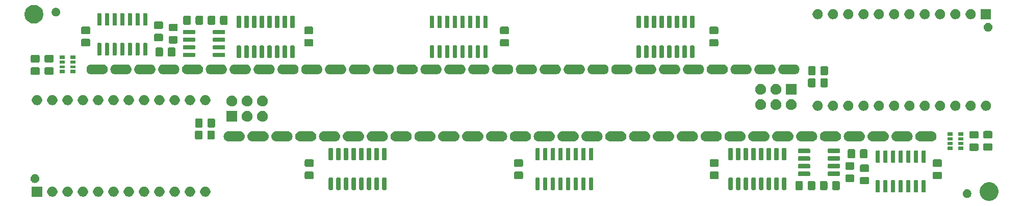
<source format=gbr>
G04 #@! TF.GenerationSoftware,KiCad,Pcbnew,5.1.6+dfsg1-1~bpo10+1*
G04 #@! TF.CreationDate,2020-08-18T06:39:38+03:00*
G04 #@! TF.ProjectId,beam_p,6265616d-5f70-42e6-9b69-6361645f7063,0.0.3*
G04 #@! TF.SameCoordinates,PX6a55ae0PY872eef0*
G04 #@! TF.FileFunction,Soldermask,Bot*
G04 #@! TF.FilePolarity,Negative*
%FSLAX46Y46*%
G04 Gerber Fmt 4.6, Leading zero omitted, Abs format (unit mm)*
G04 Created by KiCad (PCBNEW 5.1.6+dfsg1-1~bpo10+1) date 2020-08-18 06:39:38*
%MOMM*%
%LPD*%
G01*
G04 APERTURE LIST*
%ADD10C,0.100000*%
G04 APERTURE END LIST*
D10*
G36*
X160852352Y3341204D02*
G01*
X160852355Y3341203D01*
X160852354Y3341203D01*
X161134580Y3224301D01*
X161388578Y3054585D01*
X161604585Y2838578D01*
X161774301Y2584580D01*
X161774301Y2584579D01*
X161891204Y2302352D01*
X161950800Y2002741D01*
X161950800Y1697259D01*
X161891204Y1397648D01*
X161891203Y1397646D01*
X161774301Y1115420D01*
X161604585Y861422D01*
X161388578Y645415D01*
X161134580Y475699D01*
X160935014Y393036D01*
X160852352Y358796D01*
X160552741Y299200D01*
X160247259Y299200D01*
X159947648Y358796D01*
X159864986Y393036D01*
X159665420Y475699D01*
X159411422Y645415D01*
X159195415Y861422D01*
X159025699Y1115420D01*
X158908797Y1397646D01*
X158908796Y1397648D01*
X158849200Y1697259D01*
X158849200Y2002741D01*
X158908796Y2302352D01*
X159025699Y2584579D01*
X159025699Y2584580D01*
X159195415Y2838578D01*
X159411422Y3054585D01*
X159665420Y3224301D01*
X159947646Y3341203D01*
X159947645Y3341203D01*
X159947648Y3341204D01*
X160247259Y3400800D01*
X160552741Y3400800D01*
X160852352Y3341204D01*
G37*
G36*
X156961183Y2196177D02*
G01*
X157092943Y2141600D01*
X157211523Y2062367D01*
X157312367Y1961523D01*
X157391600Y1842943D01*
X157446177Y1711183D01*
X157474000Y1571308D01*
X157474000Y1428692D01*
X157446177Y1288817D01*
X157391600Y1157057D01*
X157312367Y1038477D01*
X157211523Y937633D01*
X157092943Y858400D01*
X156961183Y803823D01*
X156821308Y776000D01*
X156678692Y776000D01*
X156538817Y803823D01*
X156407057Y858400D01*
X156288477Y937633D01*
X156187633Y1038477D01*
X156108400Y1157057D01*
X156053823Y1288817D01*
X156026000Y1428692D01*
X156026000Y1571308D01*
X156053823Y1711183D01*
X156108400Y1842943D01*
X156187633Y1961523D01*
X156288477Y2062367D01*
X156407057Y2141600D01*
X156538817Y2196177D01*
X156678692Y2224000D01*
X156821308Y2224000D01*
X156961183Y2196177D01*
G37*
G36*
X10215069Y2651485D02*
G01*
X10369905Y2587349D01*
X10509254Y2494240D01*
X10627760Y2375734D01*
X10720869Y2236385D01*
X10785005Y2081549D01*
X10817700Y1917177D01*
X10817700Y1749583D01*
X10785005Y1585211D01*
X10720869Y1430375D01*
X10627760Y1291026D01*
X10509254Y1172520D01*
X10369905Y1079411D01*
X10215069Y1015275D01*
X10050697Y982580D01*
X9883103Y982580D01*
X9718731Y1015275D01*
X9563895Y1079411D01*
X9424546Y1172520D01*
X9306040Y1291026D01*
X9212931Y1430375D01*
X9148795Y1585211D01*
X9116100Y1749583D01*
X9116100Y1917177D01*
X9148795Y2081549D01*
X9212931Y2236385D01*
X9306040Y2375734D01*
X9424546Y2494240D01*
X9563895Y2587349D01*
X9718731Y2651485D01*
X9883103Y2684180D01*
X10050697Y2684180D01*
X10215069Y2651485D01*
G37*
G36*
X25455069Y2651485D02*
G01*
X25609905Y2587349D01*
X25749254Y2494240D01*
X25867760Y2375734D01*
X25960869Y2236385D01*
X26025005Y2081549D01*
X26057700Y1917177D01*
X26057700Y1749583D01*
X26025005Y1585211D01*
X25960869Y1430375D01*
X25867760Y1291026D01*
X25749254Y1172520D01*
X25609905Y1079411D01*
X25455069Y1015275D01*
X25290697Y982580D01*
X25123103Y982580D01*
X24958731Y1015275D01*
X24803895Y1079411D01*
X24664546Y1172520D01*
X24546040Y1291026D01*
X24452931Y1430375D01*
X24388795Y1585211D01*
X24356100Y1749583D01*
X24356100Y1917177D01*
X24388795Y2081549D01*
X24452931Y2236385D01*
X24546040Y2375734D01*
X24664546Y2494240D01*
X24803895Y2587349D01*
X24958731Y2651485D01*
X25123103Y2684180D01*
X25290697Y2684180D01*
X25455069Y2651485D01*
G37*
G36*
X20375069Y2651485D02*
G01*
X20529905Y2587349D01*
X20669254Y2494240D01*
X20787760Y2375734D01*
X20880869Y2236385D01*
X20945005Y2081549D01*
X20977700Y1917177D01*
X20977700Y1749583D01*
X20945005Y1585211D01*
X20880869Y1430375D01*
X20787760Y1291026D01*
X20669254Y1172520D01*
X20529905Y1079411D01*
X20375069Y1015275D01*
X20210697Y982580D01*
X20043103Y982580D01*
X19878731Y1015275D01*
X19723895Y1079411D01*
X19584546Y1172520D01*
X19466040Y1291026D01*
X19372931Y1430375D01*
X19308795Y1585211D01*
X19276100Y1749583D01*
X19276100Y1917177D01*
X19308795Y2081549D01*
X19372931Y2236385D01*
X19466040Y2375734D01*
X19584546Y2494240D01*
X19723895Y2587349D01*
X19878731Y2651485D01*
X20043103Y2684180D01*
X20210697Y2684180D01*
X20375069Y2651485D01*
G37*
G36*
X17835069Y2651485D02*
G01*
X17989905Y2587349D01*
X18129254Y2494240D01*
X18247760Y2375734D01*
X18340869Y2236385D01*
X18405005Y2081549D01*
X18437700Y1917177D01*
X18437700Y1749583D01*
X18405005Y1585211D01*
X18340869Y1430375D01*
X18247760Y1291026D01*
X18129254Y1172520D01*
X17989905Y1079411D01*
X17835069Y1015275D01*
X17670697Y982580D01*
X17503103Y982580D01*
X17338731Y1015275D01*
X17183895Y1079411D01*
X17044546Y1172520D01*
X16926040Y1291026D01*
X16832931Y1430375D01*
X16768795Y1585211D01*
X16736100Y1749583D01*
X16736100Y1917177D01*
X16768795Y2081549D01*
X16832931Y2236385D01*
X16926040Y2375734D01*
X17044546Y2494240D01*
X17183895Y2587349D01*
X17338731Y2651485D01*
X17503103Y2684180D01*
X17670697Y2684180D01*
X17835069Y2651485D01*
G37*
G36*
X15295069Y2651485D02*
G01*
X15449905Y2587349D01*
X15589254Y2494240D01*
X15707760Y2375734D01*
X15800869Y2236385D01*
X15865005Y2081549D01*
X15897700Y1917177D01*
X15897700Y1749583D01*
X15865005Y1585211D01*
X15800869Y1430375D01*
X15707760Y1291026D01*
X15589254Y1172520D01*
X15449905Y1079411D01*
X15295069Y1015275D01*
X15130697Y982580D01*
X14963103Y982580D01*
X14798731Y1015275D01*
X14643895Y1079411D01*
X14504546Y1172520D01*
X14386040Y1291026D01*
X14292931Y1430375D01*
X14228795Y1585211D01*
X14196100Y1749583D01*
X14196100Y1917177D01*
X14228795Y2081549D01*
X14292931Y2236385D01*
X14386040Y2375734D01*
X14504546Y2494240D01*
X14643895Y2587349D01*
X14798731Y2651485D01*
X14963103Y2684180D01*
X15130697Y2684180D01*
X15295069Y2651485D01*
G37*
G36*
X12755069Y2651485D02*
G01*
X12909905Y2587349D01*
X13049254Y2494240D01*
X13167760Y2375734D01*
X13260869Y2236385D01*
X13325005Y2081549D01*
X13357700Y1917177D01*
X13357700Y1749583D01*
X13325005Y1585211D01*
X13260869Y1430375D01*
X13167760Y1291026D01*
X13049254Y1172520D01*
X12909905Y1079411D01*
X12755069Y1015275D01*
X12590697Y982580D01*
X12423103Y982580D01*
X12258731Y1015275D01*
X12103895Y1079411D01*
X11964546Y1172520D01*
X11846040Y1291026D01*
X11752931Y1430375D01*
X11688795Y1585211D01*
X11656100Y1749583D01*
X11656100Y1917177D01*
X11688795Y2081549D01*
X11752931Y2236385D01*
X11846040Y2375734D01*
X11964546Y2494240D01*
X12103895Y2587349D01*
X12258731Y2651485D01*
X12423103Y2684180D01*
X12590697Y2684180D01*
X12755069Y2651485D01*
G37*
G36*
X7675069Y2651485D02*
G01*
X7829905Y2587349D01*
X7969254Y2494240D01*
X8087760Y2375734D01*
X8180869Y2236385D01*
X8245005Y2081549D01*
X8277700Y1917177D01*
X8277700Y1749583D01*
X8245005Y1585211D01*
X8180869Y1430375D01*
X8087760Y1291026D01*
X7969254Y1172520D01*
X7829905Y1079411D01*
X7675069Y1015275D01*
X7510697Y982580D01*
X7343103Y982580D01*
X7178731Y1015275D01*
X7023895Y1079411D01*
X6884546Y1172520D01*
X6766040Y1291026D01*
X6672931Y1430375D01*
X6608795Y1585211D01*
X6576100Y1749583D01*
X6576100Y1917177D01*
X6608795Y2081549D01*
X6672931Y2236385D01*
X6766040Y2375734D01*
X6884546Y2494240D01*
X7023895Y2587349D01*
X7178731Y2651485D01*
X7343103Y2684180D01*
X7510697Y2684180D01*
X7675069Y2651485D01*
G37*
G36*
X5135069Y2651485D02*
G01*
X5289905Y2587349D01*
X5429254Y2494240D01*
X5547760Y2375734D01*
X5640869Y2236385D01*
X5705005Y2081549D01*
X5737700Y1917177D01*
X5737700Y1749583D01*
X5705005Y1585211D01*
X5640869Y1430375D01*
X5547760Y1291026D01*
X5429254Y1172520D01*
X5289905Y1079411D01*
X5135069Y1015275D01*
X4970697Y982580D01*
X4803103Y982580D01*
X4638731Y1015275D01*
X4483895Y1079411D01*
X4344546Y1172520D01*
X4226040Y1291026D01*
X4132931Y1430375D01*
X4068795Y1585211D01*
X4036100Y1749583D01*
X4036100Y1917177D01*
X4068795Y2081549D01*
X4132931Y2236385D01*
X4226040Y2375734D01*
X4344546Y2494240D01*
X4483895Y2587349D01*
X4638731Y2651485D01*
X4803103Y2684180D01*
X4970697Y2684180D01*
X5135069Y2651485D01*
G37*
G36*
X3197700Y982580D02*
G01*
X1496100Y982580D01*
X1496100Y2684180D01*
X3197700Y2684180D01*
X3197700Y982580D01*
G37*
G36*
X27995069Y2651485D02*
G01*
X28149905Y2587349D01*
X28289254Y2494240D01*
X28407760Y2375734D01*
X28500869Y2236385D01*
X28565005Y2081549D01*
X28597700Y1917177D01*
X28597700Y1749583D01*
X28565005Y1585211D01*
X28500869Y1430375D01*
X28407760Y1291026D01*
X28289254Y1172520D01*
X28149905Y1079411D01*
X27995069Y1015275D01*
X27830697Y982580D01*
X27663103Y982580D01*
X27498731Y1015275D01*
X27343895Y1079411D01*
X27204546Y1172520D01*
X27086040Y1291026D01*
X26992931Y1430375D01*
X26928795Y1585211D01*
X26896100Y1749583D01*
X26896100Y1917177D01*
X26928795Y2081549D01*
X26992931Y2236385D01*
X27086040Y2375734D01*
X27204546Y2494240D01*
X27343895Y2587349D01*
X27498731Y2651485D01*
X27663103Y2684180D01*
X27830697Y2684180D01*
X27995069Y2651485D01*
G37*
G36*
X30535069Y2651485D02*
G01*
X30689905Y2587349D01*
X30829254Y2494240D01*
X30947760Y2375734D01*
X31040869Y2236385D01*
X31105005Y2081549D01*
X31137700Y1917177D01*
X31137700Y1749583D01*
X31105005Y1585211D01*
X31040869Y1430375D01*
X30947760Y1291026D01*
X30829254Y1172520D01*
X30689905Y1079411D01*
X30535069Y1015275D01*
X30370697Y982580D01*
X30203103Y982580D01*
X30038731Y1015275D01*
X29883895Y1079411D01*
X29744546Y1172520D01*
X29626040Y1291026D01*
X29532931Y1430375D01*
X29468795Y1585211D01*
X29436100Y1749583D01*
X29436100Y1917177D01*
X29468795Y2081549D01*
X29532931Y2236385D01*
X29626040Y2375734D01*
X29744546Y2494240D01*
X29883895Y2587349D01*
X30038731Y2651485D01*
X30203103Y2684180D01*
X30370697Y2684180D01*
X30535069Y2651485D01*
G37*
G36*
X22915069Y2651485D02*
G01*
X23069905Y2587349D01*
X23209254Y2494240D01*
X23327760Y2375734D01*
X23420869Y2236385D01*
X23485005Y2081549D01*
X23517700Y1917177D01*
X23517700Y1749583D01*
X23485005Y1585211D01*
X23420869Y1430375D01*
X23327760Y1291026D01*
X23209254Y1172520D01*
X23069905Y1079411D01*
X22915069Y1015275D01*
X22750697Y982580D01*
X22583103Y982580D01*
X22418731Y1015275D01*
X22263895Y1079411D01*
X22124546Y1172520D01*
X22006040Y1291026D01*
X21912931Y1430375D01*
X21848795Y1585211D01*
X21816100Y1749583D01*
X21816100Y1917177D01*
X21848795Y2081549D01*
X21912931Y2236385D01*
X22006040Y2375734D01*
X22124546Y2494240D01*
X22263895Y2587349D01*
X22418731Y2651485D01*
X22583103Y2684180D01*
X22750697Y2684180D01*
X22915069Y2651485D01*
G37*
G36*
X144712654Y3727756D02*
G01*
X144740779Y3719224D01*
X144766695Y3705372D01*
X144789409Y3686729D01*
X144808052Y3664015D01*
X144821904Y3638099D01*
X144830436Y3609974D01*
X144833560Y3578249D01*
X144833560Y1831911D01*
X144830436Y1800186D01*
X144821904Y1772061D01*
X144808052Y1746145D01*
X144789409Y1723431D01*
X144766695Y1704788D01*
X144740779Y1690936D01*
X144712654Y1682404D01*
X144680929Y1679280D01*
X144284591Y1679280D01*
X144252866Y1682404D01*
X144224741Y1690936D01*
X144198825Y1704788D01*
X144176111Y1723431D01*
X144157468Y1746145D01*
X144143616Y1772061D01*
X144135084Y1800186D01*
X144131960Y1831911D01*
X144131960Y3578249D01*
X144135084Y3609974D01*
X144143616Y3638099D01*
X144157468Y3664015D01*
X144176111Y3686729D01*
X144198825Y3705372D01*
X144224741Y3719224D01*
X144252866Y3727756D01*
X144284591Y3730880D01*
X144680929Y3730880D01*
X144712654Y3727756D01*
G37*
G36*
X143442654Y3727756D02*
G01*
X143470779Y3719224D01*
X143496695Y3705372D01*
X143519409Y3686729D01*
X143538052Y3664015D01*
X143551904Y3638099D01*
X143560436Y3609974D01*
X143563560Y3578249D01*
X143563560Y1831911D01*
X143560436Y1800186D01*
X143551904Y1772061D01*
X143538052Y1746145D01*
X143519409Y1723431D01*
X143496695Y1704788D01*
X143470779Y1690936D01*
X143442654Y1682404D01*
X143410929Y1679280D01*
X143014591Y1679280D01*
X142982866Y1682404D01*
X142954741Y1690936D01*
X142928825Y1704788D01*
X142906111Y1723431D01*
X142887468Y1746145D01*
X142873616Y1772061D01*
X142865084Y1800186D01*
X142861960Y1831911D01*
X142861960Y3578249D01*
X142865084Y3609974D01*
X142873616Y3638099D01*
X142887468Y3664015D01*
X142906111Y3686729D01*
X142928825Y3705372D01*
X142954741Y3719224D01*
X142982866Y3727756D01*
X143014591Y3730880D01*
X143410929Y3730880D01*
X143442654Y3727756D01*
G37*
G36*
X142172654Y3727756D02*
G01*
X142200779Y3719224D01*
X142226695Y3705372D01*
X142249409Y3686729D01*
X142268052Y3664015D01*
X142281904Y3638099D01*
X142290436Y3609974D01*
X142293560Y3578249D01*
X142293560Y1831911D01*
X142290436Y1800186D01*
X142281904Y1772061D01*
X142268052Y1746145D01*
X142249409Y1723431D01*
X142226695Y1704788D01*
X142200779Y1690936D01*
X142172654Y1682404D01*
X142140929Y1679280D01*
X141744591Y1679280D01*
X141712866Y1682404D01*
X141684741Y1690936D01*
X141658825Y1704788D01*
X141636111Y1723431D01*
X141617468Y1746145D01*
X141603616Y1772061D01*
X141595084Y1800186D01*
X141591960Y1831911D01*
X141591960Y3578249D01*
X141595084Y3609974D01*
X141603616Y3638099D01*
X141617468Y3664015D01*
X141636111Y3686729D01*
X141658825Y3705372D01*
X141684741Y3719224D01*
X141712866Y3727756D01*
X141744591Y3730880D01*
X142140929Y3730880D01*
X142172654Y3727756D01*
G37*
G36*
X147252654Y3727756D02*
G01*
X147280779Y3719224D01*
X147306695Y3705372D01*
X147329409Y3686729D01*
X147348052Y3664015D01*
X147361904Y3638099D01*
X147370436Y3609974D01*
X147373560Y3578249D01*
X147373560Y1831911D01*
X147370436Y1800186D01*
X147361904Y1772061D01*
X147348052Y1746145D01*
X147329409Y1723431D01*
X147306695Y1704788D01*
X147280779Y1690936D01*
X147252654Y1682404D01*
X147220929Y1679280D01*
X146824591Y1679280D01*
X146792866Y1682404D01*
X146764741Y1690936D01*
X146738825Y1704788D01*
X146716111Y1723431D01*
X146697468Y1746145D01*
X146683616Y1772061D01*
X146675084Y1800186D01*
X146671960Y1831911D01*
X146671960Y3578249D01*
X146675084Y3609974D01*
X146683616Y3638099D01*
X146697468Y3664015D01*
X146716111Y3686729D01*
X146738825Y3705372D01*
X146764741Y3719224D01*
X146792866Y3727756D01*
X146824591Y3730880D01*
X147220929Y3730880D01*
X147252654Y3727756D01*
G37*
G36*
X148522654Y3727756D02*
G01*
X148550779Y3719224D01*
X148576695Y3705372D01*
X148599409Y3686729D01*
X148618052Y3664015D01*
X148631904Y3638099D01*
X148640436Y3609974D01*
X148643560Y3578249D01*
X148643560Y1831911D01*
X148640436Y1800186D01*
X148631904Y1772061D01*
X148618052Y1746145D01*
X148599409Y1723431D01*
X148576695Y1704788D01*
X148550779Y1690936D01*
X148522654Y1682404D01*
X148490929Y1679280D01*
X148094591Y1679280D01*
X148062866Y1682404D01*
X148034741Y1690936D01*
X148008825Y1704788D01*
X147986111Y1723431D01*
X147967468Y1746145D01*
X147953616Y1772061D01*
X147945084Y1800186D01*
X147941960Y1831911D01*
X147941960Y3578249D01*
X147945084Y3609974D01*
X147953616Y3638099D01*
X147967468Y3664015D01*
X147986111Y3686729D01*
X148008825Y3705372D01*
X148034741Y3719224D01*
X148062866Y3727756D01*
X148094591Y3730880D01*
X148490929Y3730880D01*
X148522654Y3727756D01*
G37*
G36*
X149792654Y3727756D02*
G01*
X149820779Y3719224D01*
X149846695Y3705372D01*
X149869409Y3686729D01*
X149888052Y3664015D01*
X149901904Y3638099D01*
X149910436Y3609974D01*
X149913560Y3578249D01*
X149913560Y1831911D01*
X149910436Y1800186D01*
X149901904Y1772061D01*
X149888052Y1746145D01*
X149869409Y1723431D01*
X149846695Y1704788D01*
X149820779Y1690936D01*
X149792654Y1682404D01*
X149760929Y1679280D01*
X149364591Y1679280D01*
X149332866Y1682404D01*
X149304741Y1690936D01*
X149278825Y1704788D01*
X149256111Y1723431D01*
X149237468Y1746145D01*
X149223616Y1772061D01*
X149215084Y1800186D01*
X149211960Y1831911D01*
X149211960Y3578249D01*
X149215084Y3609974D01*
X149223616Y3638099D01*
X149237468Y3664015D01*
X149256111Y3686729D01*
X149278825Y3705372D01*
X149304741Y3719224D01*
X149332866Y3727756D01*
X149364591Y3730880D01*
X149760929Y3730880D01*
X149792654Y3727756D01*
G37*
G36*
X145982654Y3727756D02*
G01*
X146010779Y3719224D01*
X146036695Y3705372D01*
X146059409Y3686729D01*
X146078052Y3664015D01*
X146091904Y3638099D01*
X146100436Y3609974D01*
X146103560Y3578249D01*
X146103560Y1831911D01*
X146100436Y1800186D01*
X146091904Y1772061D01*
X146078052Y1746145D01*
X146059409Y1723431D01*
X146036695Y1704788D01*
X146010779Y1690936D01*
X145982654Y1682404D01*
X145950929Y1679280D01*
X145554591Y1679280D01*
X145522866Y1682404D01*
X145494741Y1690936D01*
X145468825Y1704788D01*
X145446111Y1723431D01*
X145427468Y1746145D01*
X145413616Y1772061D01*
X145405084Y1800186D01*
X145401960Y1831911D01*
X145401960Y3578249D01*
X145405084Y3609974D01*
X145413616Y3638099D01*
X145427468Y3664015D01*
X145446111Y3686729D01*
X145468825Y3705372D01*
X145494741Y3719224D01*
X145522866Y3727756D01*
X145554591Y3730880D01*
X145950929Y3730880D01*
X145982654Y3727756D01*
G37*
G36*
X129315506Y3586620D02*
G01*
X129361142Y3572776D01*
X129403207Y3550292D01*
X129440075Y3520035D01*
X129470332Y3483167D01*
X129492816Y3441102D01*
X129506660Y3395466D01*
X129511580Y3345514D01*
X129511580Y2335966D01*
X129506660Y2286014D01*
X129492816Y2240378D01*
X129470332Y2198313D01*
X129440075Y2161445D01*
X129403207Y2131188D01*
X129361142Y2108704D01*
X129315506Y2094860D01*
X129265554Y2089940D01*
X128506006Y2089940D01*
X128456054Y2094860D01*
X128410418Y2108704D01*
X128368353Y2131188D01*
X128331485Y2161445D01*
X128301228Y2198313D01*
X128278744Y2240378D01*
X128264900Y2286014D01*
X128259980Y2335966D01*
X128259980Y3345514D01*
X128264900Y3395466D01*
X128278744Y3441102D01*
X128301228Y3483167D01*
X128331485Y3520035D01*
X128368353Y3550292D01*
X128410418Y3572776D01*
X128456054Y3586620D01*
X128506006Y3591540D01*
X129265554Y3591540D01*
X129315506Y3586620D01*
G37*
G36*
X135432046Y3586620D02*
G01*
X135477682Y3572776D01*
X135519747Y3550292D01*
X135556615Y3520035D01*
X135586872Y3483167D01*
X135609356Y3441102D01*
X135623200Y3395466D01*
X135628120Y3345514D01*
X135628120Y2335966D01*
X135623200Y2286014D01*
X135609356Y2240378D01*
X135586872Y2198313D01*
X135556615Y2161445D01*
X135519747Y2131188D01*
X135477682Y2108704D01*
X135432046Y2094860D01*
X135382094Y2089940D01*
X134622546Y2089940D01*
X134572594Y2094860D01*
X134526958Y2108704D01*
X134484893Y2131188D01*
X134448025Y2161445D01*
X134417768Y2198313D01*
X134395284Y2240378D01*
X134381440Y2286014D01*
X134376520Y2335966D01*
X134376520Y3345514D01*
X134381440Y3395466D01*
X134395284Y3441102D01*
X134417768Y3483167D01*
X134448025Y3520035D01*
X134484893Y3550292D01*
X134526958Y3572776D01*
X134572594Y3586620D01*
X134622546Y3591540D01*
X135382094Y3591540D01*
X135432046Y3586620D01*
G37*
G36*
X133382046Y3586620D02*
G01*
X133427682Y3572776D01*
X133469747Y3550292D01*
X133506615Y3520035D01*
X133536872Y3483167D01*
X133559356Y3441102D01*
X133573200Y3395466D01*
X133578120Y3345514D01*
X133578120Y2335966D01*
X133573200Y2286014D01*
X133559356Y2240378D01*
X133536872Y2198313D01*
X133506615Y2161445D01*
X133469747Y2131188D01*
X133427682Y2108704D01*
X133382046Y2094860D01*
X133332094Y2089940D01*
X132572546Y2089940D01*
X132522594Y2094860D01*
X132476958Y2108704D01*
X132434893Y2131188D01*
X132398025Y2161445D01*
X132367768Y2198313D01*
X132345284Y2240378D01*
X132331440Y2286014D01*
X132326520Y2335966D01*
X132326520Y3345514D01*
X132331440Y3395466D01*
X132345284Y3441102D01*
X132367768Y3483167D01*
X132398025Y3520035D01*
X132434893Y3550292D01*
X132476958Y3572776D01*
X132522594Y3586620D01*
X132572546Y3591540D01*
X133332094Y3591540D01*
X133382046Y3586620D01*
G37*
G36*
X131365506Y3586620D02*
G01*
X131411142Y3572776D01*
X131453207Y3550292D01*
X131490075Y3520035D01*
X131520332Y3483167D01*
X131542816Y3441102D01*
X131556660Y3395466D01*
X131561580Y3345514D01*
X131561580Y2335966D01*
X131556660Y2286014D01*
X131542816Y2240378D01*
X131520332Y2198313D01*
X131490075Y2161445D01*
X131453207Y2131188D01*
X131411142Y2108704D01*
X131365506Y2094860D01*
X131315554Y2089940D01*
X130556006Y2089940D01*
X130506054Y2094860D01*
X130460418Y2108704D01*
X130418353Y2131188D01*
X130381485Y2161445D01*
X130351228Y2198313D01*
X130328744Y2240378D01*
X130314900Y2286014D01*
X130309980Y2335966D01*
X130309980Y3345514D01*
X130314900Y3395466D01*
X130328744Y3441102D01*
X130351228Y3483167D01*
X130381485Y3520035D01*
X130418353Y3550292D01*
X130460418Y3572776D01*
X130506054Y3586620D01*
X130556006Y3591540D01*
X131315554Y3591540D01*
X131365506Y3586620D01*
G37*
G36*
X88230674Y4144316D02*
G01*
X88258799Y4135784D01*
X88284715Y4121932D01*
X88307429Y4103289D01*
X88326072Y4080575D01*
X88339924Y4054659D01*
X88348456Y4026534D01*
X88351580Y3994809D01*
X88351580Y2248471D01*
X88348456Y2216746D01*
X88339924Y2188621D01*
X88326072Y2162705D01*
X88307429Y2139991D01*
X88284715Y2121348D01*
X88258799Y2107496D01*
X88230674Y2098964D01*
X88198949Y2095840D01*
X87802611Y2095840D01*
X87770886Y2098964D01*
X87742761Y2107496D01*
X87716845Y2121348D01*
X87694131Y2139991D01*
X87675488Y2162705D01*
X87661636Y2188621D01*
X87653104Y2216746D01*
X87649980Y2248471D01*
X87649980Y3994809D01*
X87653104Y4026534D01*
X87661636Y4054659D01*
X87675488Y4080575D01*
X87694131Y4103289D01*
X87716845Y4121932D01*
X87742761Y4135784D01*
X87770886Y4144316D01*
X87802611Y4147440D01*
X88198949Y4147440D01*
X88230674Y4144316D01*
G37*
G36*
X120262614Y4144316D02*
G01*
X120290739Y4135784D01*
X120316655Y4121932D01*
X120339369Y4103289D01*
X120358012Y4080575D01*
X120371864Y4054659D01*
X120380396Y4026534D01*
X120383520Y3994809D01*
X120383520Y2248471D01*
X120380396Y2216746D01*
X120371864Y2188621D01*
X120358012Y2162705D01*
X120339369Y2139991D01*
X120316655Y2121348D01*
X120290739Y2107496D01*
X120262614Y2098964D01*
X120230889Y2095840D01*
X119834551Y2095840D01*
X119802826Y2098964D01*
X119774701Y2107496D01*
X119748785Y2121348D01*
X119726071Y2139991D01*
X119707428Y2162705D01*
X119693576Y2188621D01*
X119685044Y2216746D01*
X119681920Y2248471D01*
X119681920Y3994809D01*
X119685044Y4026534D01*
X119693576Y4054659D01*
X119707428Y4080575D01*
X119726071Y4103289D01*
X119748785Y4121932D01*
X119774701Y4135784D01*
X119802826Y4144316D01*
X119834551Y4147440D01*
X120230889Y4147440D01*
X120262614Y4144316D01*
G37*
G36*
X51344794Y4144316D02*
G01*
X51372919Y4135784D01*
X51398835Y4121932D01*
X51421549Y4103289D01*
X51440192Y4080575D01*
X51454044Y4054659D01*
X51462576Y4026534D01*
X51465700Y3994809D01*
X51465700Y2248471D01*
X51462576Y2216746D01*
X51454044Y2188621D01*
X51440192Y2162705D01*
X51421549Y2139991D01*
X51398835Y2121348D01*
X51372919Y2107496D01*
X51344794Y2098964D01*
X51313069Y2095840D01*
X50916731Y2095840D01*
X50885006Y2098964D01*
X50856881Y2107496D01*
X50830965Y2121348D01*
X50808251Y2139991D01*
X50789608Y2162705D01*
X50775756Y2188621D01*
X50767224Y2216746D01*
X50764100Y2248471D01*
X50764100Y3994809D01*
X50767224Y4026534D01*
X50775756Y4054659D01*
X50789608Y4080575D01*
X50808251Y4103289D01*
X50830965Y4121932D01*
X50856881Y4135784D01*
X50885006Y4144316D01*
X50916731Y4147440D01*
X51313069Y4147440D01*
X51344794Y4144316D01*
G37*
G36*
X60234794Y4144316D02*
G01*
X60262919Y4135784D01*
X60288835Y4121932D01*
X60311549Y4103289D01*
X60330192Y4080575D01*
X60344044Y4054659D01*
X60352576Y4026534D01*
X60355700Y3994809D01*
X60355700Y2248471D01*
X60352576Y2216746D01*
X60344044Y2188621D01*
X60330192Y2162705D01*
X60311549Y2139991D01*
X60288835Y2121348D01*
X60262919Y2107496D01*
X60234794Y2098964D01*
X60203069Y2095840D01*
X59806731Y2095840D01*
X59775006Y2098964D01*
X59746881Y2107496D01*
X59720965Y2121348D01*
X59698251Y2139991D01*
X59679608Y2162705D01*
X59665756Y2188621D01*
X59657224Y2216746D01*
X59654100Y2248471D01*
X59654100Y3994809D01*
X59657224Y4026534D01*
X59665756Y4054659D01*
X59679608Y4080575D01*
X59698251Y4103289D01*
X59720965Y4121932D01*
X59746881Y4135784D01*
X59775006Y4144316D01*
X59806731Y4147440D01*
X60203069Y4147440D01*
X60234794Y4144316D01*
G37*
G36*
X58964794Y4144316D02*
G01*
X58992919Y4135784D01*
X59018835Y4121932D01*
X59041549Y4103289D01*
X59060192Y4080575D01*
X59074044Y4054659D01*
X59082576Y4026534D01*
X59085700Y3994809D01*
X59085700Y2248471D01*
X59082576Y2216746D01*
X59074044Y2188621D01*
X59060192Y2162705D01*
X59041549Y2139991D01*
X59018835Y2121348D01*
X58992919Y2107496D01*
X58964794Y2098964D01*
X58933069Y2095840D01*
X58536731Y2095840D01*
X58505006Y2098964D01*
X58476881Y2107496D01*
X58450965Y2121348D01*
X58428251Y2139991D01*
X58409608Y2162705D01*
X58395756Y2188621D01*
X58387224Y2216746D01*
X58384100Y2248471D01*
X58384100Y3994809D01*
X58387224Y4026534D01*
X58395756Y4054659D01*
X58409608Y4080575D01*
X58428251Y4103289D01*
X58450965Y4121932D01*
X58476881Y4135784D01*
X58505006Y4144316D01*
X58536731Y4147440D01*
X58933069Y4147440D01*
X58964794Y4144316D01*
G37*
G36*
X57694794Y4144316D02*
G01*
X57722919Y4135784D01*
X57748835Y4121932D01*
X57771549Y4103289D01*
X57790192Y4080575D01*
X57804044Y4054659D01*
X57812576Y4026534D01*
X57815700Y3994809D01*
X57815700Y2248471D01*
X57812576Y2216746D01*
X57804044Y2188621D01*
X57790192Y2162705D01*
X57771549Y2139991D01*
X57748835Y2121348D01*
X57722919Y2107496D01*
X57694794Y2098964D01*
X57663069Y2095840D01*
X57266731Y2095840D01*
X57235006Y2098964D01*
X57206881Y2107496D01*
X57180965Y2121348D01*
X57158251Y2139991D01*
X57139608Y2162705D01*
X57125756Y2188621D01*
X57117224Y2216746D01*
X57114100Y2248471D01*
X57114100Y3994809D01*
X57117224Y4026534D01*
X57125756Y4054659D01*
X57139608Y4080575D01*
X57158251Y4103289D01*
X57180965Y4121932D01*
X57206881Y4135784D01*
X57235006Y4144316D01*
X57266731Y4147440D01*
X57663069Y4147440D01*
X57694794Y4144316D01*
G37*
G36*
X56424794Y4144316D02*
G01*
X56452919Y4135784D01*
X56478835Y4121932D01*
X56501549Y4103289D01*
X56520192Y4080575D01*
X56534044Y4054659D01*
X56542576Y4026534D01*
X56545700Y3994809D01*
X56545700Y2248471D01*
X56542576Y2216746D01*
X56534044Y2188621D01*
X56520192Y2162705D01*
X56501549Y2139991D01*
X56478835Y2121348D01*
X56452919Y2107496D01*
X56424794Y2098964D01*
X56393069Y2095840D01*
X55996731Y2095840D01*
X55965006Y2098964D01*
X55936881Y2107496D01*
X55910965Y2121348D01*
X55888251Y2139991D01*
X55869608Y2162705D01*
X55855756Y2188621D01*
X55847224Y2216746D01*
X55844100Y2248471D01*
X55844100Y3994809D01*
X55847224Y4026534D01*
X55855756Y4054659D01*
X55869608Y4080575D01*
X55888251Y4103289D01*
X55910965Y4121932D01*
X55936881Y4135784D01*
X55965006Y4144316D01*
X55996731Y4147440D01*
X56393069Y4147440D01*
X56424794Y4144316D01*
G37*
G36*
X53884794Y4144316D02*
G01*
X53912919Y4135784D01*
X53938835Y4121932D01*
X53961549Y4103289D01*
X53980192Y4080575D01*
X53994044Y4054659D01*
X54002576Y4026534D01*
X54005700Y3994809D01*
X54005700Y2248471D01*
X54002576Y2216746D01*
X53994044Y2188621D01*
X53980192Y2162705D01*
X53961549Y2139991D01*
X53938835Y2121348D01*
X53912919Y2107496D01*
X53884794Y2098964D01*
X53853069Y2095840D01*
X53456731Y2095840D01*
X53425006Y2098964D01*
X53396881Y2107496D01*
X53370965Y2121348D01*
X53348251Y2139991D01*
X53329608Y2162705D01*
X53315756Y2188621D01*
X53307224Y2216746D01*
X53304100Y2248471D01*
X53304100Y3994809D01*
X53307224Y4026534D01*
X53315756Y4054659D01*
X53329608Y4080575D01*
X53348251Y4103289D01*
X53370965Y4121932D01*
X53396881Y4135784D01*
X53425006Y4144316D01*
X53456731Y4147440D01*
X53853069Y4147440D01*
X53884794Y4144316D01*
G37*
G36*
X52614794Y4144316D02*
G01*
X52642919Y4135784D01*
X52668835Y4121932D01*
X52691549Y4103289D01*
X52710192Y4080575D01*
X52724044Y4054659D01*
X52732576Y4026534D01*
X52735700Y3994809D01*
X52735700Y2248471D01*
X52732576Y2216746D01*
X52724044Y2188621D01*
X52710192Y2162705D01*
X52691549Y2139991D01*
X52668835Y2121348D01*
X52642919Y2107496D01*
X52614794Y2098964D01*
X52583069Y2095840D01*
X52186731Y2095840D01*
X52155006Y2098964D01*
X52126881Y2107496D01*
X52100965Y2121348D01*
X52078251Y2139991D01*
X52059608Y2162705D01*
X52045756Y2188621D01*
X52037224Y2216746D01*
X52034100Y2248471D01*
X52034100Y3994809D01*
X52037224Y4026534D01*
X52045756Y4054659D01*
X52059608Y4080575D01*
X52078251Y4103289D01*
X52100965Y4121932D01*
X52126881Y4135784D01*
X52155006Y4144316D01*
X52186731Y4147440D01*
X52583069Y4147440D01*
X52614794Y4144316D01*
G37*
G36*
X86960674Y4144316D02*
G01*
X86988799Y4135784D01*
X87014715Y4121932D01*
X87037429Y4103289D01*
X87056072Y4080575D01*
X87069924Y4054659D01*
X87078456Y4026534D01*
X87081580Y3994809D01*
X87081580Y2248471D01*
X87078456Y2216746D01*
X87069924Y2188621D01*
X87056072Y2162705D01*
X87037429Y2139991D01*
X87014715Y2121348D01*
X86988799Y2107496D01*
X86960674Y2098964D01*
X86928949Y2095840D01*
X86532611Y2095840D01*
X86500886Y2098964D01*
X86472761Y2107496D01*
X86446845Y2121348D01*
X86424131Y2139991D01*
X86405488Y2162705D01*
X86391636Y2188621D01*
X86383104Y2216746D01*
X86379980Y2248471D01*
X86379980Y3994809D01*
X86383104Y4026534D01*
X86391636Y4054659D01*
X86405488Y4080575D01*
X86424131Y4103289D01*
X86446845Y4121932D01*
X86472761Y4135784D01*
X86500886Y4144316D01*
X86532611Y4147440D01*
X86928949Y4147440D01*
X86960674Y4144316D01*
G37*
G36*
X85690674Y4144316D02*
G01*
X85718799Y4135784D01*
X85744715Y4121932D01*
X85767429Y4103289D01*
X85786072Y4080575D01*
X85799924Y4054659D01*
X85808456Y4026534D01*
X85811580Y3994809D01*
X85811580Y2248471D01*
X85808456Y2216746D01*
X85799924Y2188621D01*
X85786072Y2162705D01*
X85767429Y2139991D01*
X85744715Y2121348D01*
X85718799Y2107496D01*
X85690674Y2098964D01*
X85658949Y2095840D01*
X85262611Y2095840D01*
X85230886Y2098964D01*
X85202761Y2107496D01*
X85176845Y2121348D01*
X85154131Y2139991D01*
X85135488Y2162705D01*
X85121636Y2188621D01*
X85113104Y2216746D01*
X85109980Y2248471D01*
X85109980Y3994809D01*
X85113104Y4026534D01*
X85121636Y4054659D01*
X85135488Y4080575D01*
X85154131Y4103289D01*
X85176845Y4121932D01*
X85202761Y4135784D01*
X85230886Y4144316D01*
X85262611Y4147440D01*
X85658949Y4147440D01*
X85690674Y4144316D01*
G37*
G36*
X55154794Y4144316D02*
G01*
X55182919Y4135784D01*
X55208835Y4121932D01*
X55231549Y4103289D01*
X55250192Y4080575D01*
X55264044Y4054659D01*
X55272576Y4026534D01*
X55275700Y3994809D01*
X55275700Y2248471D01*
X55272576Y2216746D01*
X55264044Y2188621D01*
X55250192Y2162705D01*
X55231549Y2139991D01*
X55208835Y2121348D01*
X55182919Y2107496D01*
X55154794Y2098964D01*
X55123069Y2095840D01*
X54726731Y2095840D01*
X54695006Y2098964D01*
X54666881Y2107496D01*
X54640965Y2121348D01*
X54618251Y2139991D01*
X54599608Y2162705D01*
X54585756Y2188621D01*
X54577224Y2216746D01*
X54574100Y2248471D01*
X54574100Y3994809D01*
X54577224Y4026534D01*
X54585756Y4054659D01*
X54599608Y4080575D01*
X54618251Y4103289D01*
X54640965Y4121932D01*
X54666881Y4135784D01*
X54695006Y4144316D01*
X54726731Y4147440D01*
X55123069Y4147440D01*
X55154794Y4144316D01*
G37*
G36*
X122802614Y4144316D02*
G01*
X122830739Y4135784D01*
X122856655Y4121932D01*
X122879369Y4103289D01*
X122898012Y4080575D01*
X122911864Y4054659D01*
X122920396Y4026534D01*
X122923520Y3994809D01*
X122923520Y2248471D01*
X122920396Y2216746D01*
X122911864Y2188621D01*
X122898012Y2162705D01*
X122879369Y2139991D01*
X122856655Y2121348D01*
X122830739Y2107496D01*
X122802614Y2098964D01*
X122770889Y2095840D01*
X122374551Y2095840D01*
X122342826Y2098964D01*
X122314701Y2107496D01*
X122288785Y2121348D01*
X122266071Y2139991D01*
X122247428Y2162705D01*
X122233576Y2188621D01*
X122225044Y2216746D01*
X122221920Y2248471D01*
X122221920Y3994809D01*
X122225044Y4026534D01*
X122233576Y4054659D01*
X122247428Y4080575D01*
X122266071Y4103289D01*
X122288785Y4121932D01*
X122314701Y4135784D01*
X122342826Y4144316D01*
X122374551Y4147440D01*
X122770889Y4147440D01*
X122802614Y4144316D01*
G37*
G36*
X121532614Y4144316D02*
G01*
X121560739Y4135784D01*
X121586655Y4121932D01*
X121609369Y4103289D01*
X121628012Y4080575D01*
X121641864Y4054659D01*
X121650396Y4026534D01*
X121653520Y3994809D01*
X121653520Y2248471D01*
X121650396Y2216746D01*
X121641864Y2188621D01*
X121628012Y2162705D01*
X121609369Y2139991D01*
X121586655Y2121348D01*
X121560739Y2107496D01*
X121532614Y2098964D01*
X121500889Y2095840D01*
X121104551Y2095840D01*
X121072826Y2098964D01*
X121044701Y2107496D01*
X121018785Y2121348D01*
X120996071Y2139991D01*
X120977428Y2162705D01*
X120963576Y2188621D01*
X120955044Y2216746D01*
X120951920Y2248471D01*
X120951920Y3994809D01*
X120955044Y4026534D01*
X120963576Y4054659D01*
X120977428Y4080575D01*
X120996071Y4103289D01*
X121018785Y4121932D01*
X121044701Y4135784D01*
X121072826Y4144316D01*
X121104551Y4147440D01*
X121500889Y4147440D01*
X121532614Y4144316D01*
G37*
G36*
X89500674Y4144316D02*
G01*
X89528799Y4135784D01*
X89554715Y4121932D01*
X89577429Y4103289D01*
X89596072Y4080575D01*
X89609924Y4054659D01*
X89618456Y4026534D01*
X89621580Y3994809D01*
X89621580Y2248471D01*
X89618456Y2216746D01*
X89609924Y2188621D01*
X89596072Y2162705D01*
X89577429Y2139991D01*
X89554715Y2121348D01*
X89528799Y2107496D01*
X89500674Y2098964D01*
X89468949Y2095840D01*
X89072611Y2095840D01*
X89040886Y2098964D01*
X89012761Y2107496D01*
X88986845Y2121348D01*
X88964131Y2139991D01*
X88945488Y2162705D01*
X88931636Y2188621D01*
X88923104Y2216746D01*
X88919980Y2248471D01*
X88919980Y3994809D01*
X88923104Y4026534D01*
X88931636Y4054659D01*
X88945488Y4080575D01*
X88964131Y4103289D01*
X88986845Y4121932D01*
X89012761Y4135784D01*
X89040886Y4144316D01*
X89072611Y4147440D01*
X89468949Y4147440D01*
X89500674Y4144316D01*
G37*
G36*
X94580674Y4144316D02*
G01*
X94608799Y4135784D01*
X94634715Y4121932D01*
X94657429Y4103289D01*
X94676072Y4080575D01*
X94689924Y4054659D01*
X94698456Y4026534D01*
X94701580Y3994809D01*
X94701580Y2248471D01*
X94698456Y2216746D01*
X94689924Y2188621D01*
X94676072Y2162705D01*
X94657429Y2139991D01*
X94634715Y2121348D01*
X94608799Y2107496D01*
X94580674Y2098964D01*
X94548949Y2095840D01*
X94152611Y2095840D01*
X94120886Y2098964D01*
X94092761Y2107496D01*
X94066845Y2121348D01*
X94044131Y2139991D01*
X94025488Y2162705D01*
X94011636Y2188621D01*
X94003104Y2216746D01*
X93999980Y2248471D01*
X93999980Y3994809D01*
X94003104Y4026534D01*
X94011636Y4054659D01*
X94025488Y4080575D01*
X94044131Y4103289D01*
X94066845Y4121932D01*
X94092761Y4135784D01*
X94120886Y4144316D01*
X94152611Y4147440D01*
X94548949Y4147440D01*
X94580674Y4144316D01*
G37*
G36*
X93310674Y4144316D02*
G01*
X93338799Y4135784D01*
X93364715Y4121932D01*
X93387429Y4103289D01*
X93406072Y4080575D01*
X93419924Y4054659D01*
X93428456Y4026534D01*
X93431580Y3994809D01*
X93431580Y2248471D01*
X93428456Y2216746D01*
X93419924Y2188621D01*
X93406072Y2162705D01*
X93387429Y2139991D01*
X93364715Y2121348D01*
X93338799Y2107496D01*
X93310674Y2098964D01*
X93278949Y2095840D01*
X92882611Y2095840D01*
X92850886Y2098964D01*
X92822761Y2107496D01*
X92796845Y2121348D01*
X92774131Y2139991D01*
X92755488Y2162705D01*
X92741636Y2188621D01*
X92733104Y2216746D01*
X92729980Y2248471D01*
X92729980Y3994809D01*
X92733104Y4026534D01*
X92741636Y4054659D01*
X92755488Y4080575D01*
X92774131Y4103289D01*
X92796845Y4121932D01*
X92822761Y4135784D01*
X92850886Y4144316D01*
X92882611Y4147440D01*
X93278949Y4147440D01*
X93310674Y4144316D01*
G37*
G36*
X90770674Y4144316D02*
G01*
X90798799Y4135784D01*
X90824715Y4121932D01*
X90847429Y4103289D01*
X90866072Y4080575D01*
X90879924Y4054659D01*
X90888456Y4026534D01*
X90891580Y3994809D01*
X90891580Y2248471D01*
X90888456Y2216746D01*
X90879924Y2188621D01*
X90866072Y2162705D01*
X90847429Y2139991D01*
X90824715Y2121348D01*
X90798799Y2107496D01*
X90770674Y2098964D01*
X90738949Y2095840D01*
X90342611Y2095840D01*
X90310886Y2098964D01*
X90282761Y2107496D01*
X90256845Y2121348D01*
X90234131Y2139991D01*
X90215488Y2162705D01*
X90201636Y2188621D01*
X90193104Y2216746D01*
X90189980Y2248471D01*
X90189980Y3994809D01*
X90193104Y4026534D01*
X90201636Y4054659D01*
X90215488Y4080575D01*
X90234131Y4103289D01*
X90256845Y4121932D01*
X90282761Y4135784D01*
X90310886Y4144316D01*
X90342611Y4147440D01*
X90738949Y4147440D01*
X90770674Y4144316D01*
G37*
G36*
X92040674Y4144316D02*
G01*
X92068799Y4135784D01*
X92094715Y4121932D01*
X92117429Y4103289D01*
X92136072Y4080575D01*
X92149924Y4054659D01*
X92158456Y4026534D01*
X92161580Y3994809D01*
X92161580Y2248471D01*
X92158456Y2216746D01*
X92149924Y2188621D01*
X92136072Y2162705D01*
X92117429Y2139991D01*
X92094715Y2121348D01*
X92068799Y2107496D01*
X92040674Y2098964D01*
X92008949Y2095840D01*
X91612611Y2095840D01*
X91580886Y2098964D01*
X91552761Y2107496D01*
X91526845Y2121348D01*
X91504131Y2139991D01*
X91485488Y2162705D01*
X91471636Y2188621D01*
X91463104Y2216746D01*
X91459980Y2248471D01*
X91459980Y3994809D01*
X91463104Y4026534D01*
X91471636Y4054659D01*
X91485488Y4080575D01*
X91504131Y4103289D01*
X91526845Y4121932D01*
X91552761Y4135784D01*
X91580886Y4144316D01*
X91612611Y4147440D01*
X92008949Y4147440D01*
X92040674Y4144316D01*
G37*
G36*
X117722614Y4144316D02*
G01*
X117750739Y4135784D01*
X117776655Y4121932D01*
X117799369Y4103289D01*
X117818012Y4080575D01*
X117831864Y4054659D01*
X117840396Y4026534D01*
X117843520Y3994809D01*
X117843520Y2248471D01*
X117840396Y2216746D01*
X117831864Y2188621D01*
X117818012Y2162705D01*
X117799369Y2139991D01*
X117776655Y2121348D01*
X117750739Y2107496D01*
X117722614Y2098964D01*
X117690889Y2095840D01*
X117294551Y2095840D01*
X117262826Y2098964D01*
X117234701Y2107496D01*
X117208785Y2121348D01*
X117186071Y2139991D01*
X117167428Y2162705D01*
X117153576Y2188621D01*
X117145044Y2216746D01*
X117141920Y2248471D01*
X117141920Y3994809D01*
X117145044Y4026534D01*
X117153576Y4054659D01*
X117167428Y4080575D01*
X117186071Y4103289D01*
X117208785Y4121932D01*
X117234701Y4135784D01*
X117262826Y4144316D01*
X117294551Y4147440D01*
X117690889Y4147440D01*
X117722614Y4144316D01*
G37*
G36*
X126612614Y4144316D02*
G01*
X126640739Y4135784D01*
X126666655Y4121932D01*
X126689369Y4103289D01*
X126708012Y4080575D01*
X126721864Y4054659D01*
X126730396Y4026534D01*
X126733520Y3994809D01*
X126733520Y2248471D01*
X126730396Y2216746D01*
X126721864Y2188621D01*
X126708012Y2162705D01*
X126689369Y2139991D01*
X126666655Y2121348D01*
X126640739Y2107496D01*
X126612614Y2098964D01*
X126580889Y2095840D01*
X126184551Y2095840D01*
X126152826Y2098964D01*
X126124701Y2107496D01*
X126098785Y2121348D01*
X126076071Y2139991D01*
X126057428Y2162705D01*
X126043576Y2188621D01*
X126035044Y2216746D01*
X126031920Y2248471D01*
X126031920Y3994809D01*
X126035044Y4026534D01*
X126043576Y4054659D01*
X126057428Y4080575D01*
X126076071Y4103289D01*
X126098785Y4121932D01*
X126124701Y4135784D01*
X126152826Y4144316D01*
X126184551Y4147440D01*
X126580889Y4147440D01*
X126612614Y4144316D01*
G37*
G36*
X125342614Y4144316D02*
G01*
X125370739Y4135784D01*
X125396655Y4121932D01*
X125419369Y4103289D01*
X125438012Y4080575D01*
X125451864Y4054659D01*
X125460396Y4026534D01*
X125463520Y3994809D01*
X125463520Y2248471D01*
X125460396Y2216746D01*
X125451864Y2188621D01*
X125438012Y2162705D01*
X125419369Y2139991D01*
X125396655Y2121348D01*
X125370739Y2107496D01*
X125342614Y2098964D01*
X125310889Y2095840D01*
X124914551Y2095840D01*
X124882826Y2098964D01*
X124854701Y2107496D01*
X124828785Y2121348D01*
X124806071Y2139991D01*
X124787428Y2162705D01*
X124773576Y2188621D01*
X124765044Y2216746D01*
X124761920Y2248471D01*
X124761920Y3994809D01*
X124765044Y4026534D01*
X124773576Y4054659D01*
X124787428Y4080575D01*
X124806071Y4103289D01*
X124828785Y4121932D01*
X124854701Y4135784D01*
X124882826Y4144316D01*
X124914551Y4147440D01*
X125310889Y4147440D01*
X125342614Y4144316D01*
G37*
G36*
X124072614Y4144316D02*
G01*
X124100739Y4135784D01*
X124126655Y4121932D01*
X124149369Y4103289D01*
X124168012Y4080575D01*
X124181864Y4054659D01*
X124190396Y4026534D01*
X124193520Y3994809D01*
X124193520Y2248471D01*
X124190396Y2216746D01*
X124181864Y2188621D01*
X124168012Y2162705D01*
X124149369Y2139991D01*
X124126655Y2121348D01*
X124100739Y2107496D01*
X124072614Y2098964D01*
X124040889Y2095840D01*
X123644551Y2095840D01*
X123612826Y2098964D01*
X123584701Y2107496D01*
X123558785Y2121348D01*
X123536071Y2139991D01*
X123517428Y2162705D01*
X123503576Y2188621D01*
X123495044Y2216746D01*
X123491920Y2248471D01*
X123491920Y3994809D01*
X123495044Y4026534D01*
X123503576Y4054659D01*
X123517428Y4080575D01*
X123536071Y4103289D01*
X123558785Y4121932D01*
X123584701Y4135784D01*
X123612826Y4144316D01*
X123644551Y4147440D01*
X124040889Y4147440D01*
X124072614Y4144316D01*
G37*
G36*
X118992614Y4144316D02*
G01*
X119020739Y4135784D01*
X119046655Y4121932D01*
X119069369Y4103289D01*
X119088012Y4080575D01*
X119101864Y4054659D01*
X119110396Y4026534D01*
X119113520Y3994809D01*
X119113520Y2248471D01*
X119110396Y2216746D01*
X119101864Y2188621D01*
X119088012Y2162705D01*
X119069369Y2139991D01*
X119046655Y2121348D01*
X119020739Y2107496D01*
X118992614Y2098964D01*
X118960889Y2095840D01*
X118564551Y2095840D01*
X118532826Y2098964D01*
X118504701Y2107496D01*
X118478785Y2121348D01*
X118456071Y2139991D01*
X118437428Y2162705D01*
X118423576Y2188621D01*
X118415044Y2216746D01*
X118411920Y2248471D01*
X118411920Y3994809D01*
X118415044Y4026534D01*
X118423576Y4054659D01*
X118437428Y4080575D01*
X118456071Y4103289D01*
X118478785Y4121932D01*
X118504701Y4135784D01*
X118532826Y4144316D01*
X118564551Y4147440D01*
X118960889Y4147440D01*
X118992614Y4144316D01*
G37*
G36*
X140287686Y4293360D02*
G01*
X140333322Y4279516D01*
X140375387Y4257032D01*
X140412255Y4226775D01*
X140442512Y4189907D01*
X140464996Y4147842D01*
X140478840Y4102206D01*
X140483760Y4052254D01*
X140483760Y3292706D01*
X140478840Y3242754D01*
X140464996Y3197118D01*
X140442512Y3155053D01*
X140412255Y3118185D01*
X140375387Y3087928D01*
X140333322Y3065444D01*
X140287686Y3051600D01*
X140237734Y3046680D01*
X139228186Y3046680D01*
X139178234Y3051600D01*
X139132598Y3065444D01*
X139090533Y3087928D01*
X139053665Y3118185D01*
X139023408Y3155053D01*
X139000924Y3197118D01*
X138987080Y3242754D01*
X138982160Y3292706D01*
X138982160Y4052254D01*
X138987080Y4102206D01*
X139000924Y4147842D01*
X139023408Y4189907D01*
X139053665Y4226775D01*
X139090533Y4257032D01*
X139132598Y4279516D01*
X139178234Y4293360D01*
X139228186Y4298280D01*
X140237734Y4298280D01*
X140287686Y4293360D01*
G37*
G36*
X2211183Y4696177D02*
G01*
X2342943Y4641600D01*
X2461523Y4562367D01*
X2562367Y4461523D01*
X2641600Y4342943D01*
X2696177Y4211183D01*
X2724000Y4071308D01*
X2724000Y3928692D01*
X2696177Y3788817D01*
X2641600Y3657057D01*
X2562367Y3538477D01*
X2461523Y3437633D01*
X2342943Y3358400D01*
X2211183Y3303823D01*
X2071308Y3276000D01*
X1928692Y3276000D01*
X1788817Y3303823D01*
X1657057Y3358400D01*
X1538477Y3437633D01*
X1437633Y3538477D01*
X1358400Y3657057D01*
X1303823Y3788817D01*
X1276000Y3928692D01*
X1276000Y4071308D01*
X1303823Y4211183D01*
X1358400Y4342943D01*
X1437633Y4461523D01*
X1538477Y4562367D01*
X1657057Y4641600D01*
X1788817Y4696177D01*
X1928692Y4724000D01*
X2071308Y4724000D01*
X2211183Y4696177D01*
G37*
G36*
X137846746Y4664200D02*
G01*
X137892382Y4650356D01*
X137934447Y4627872D01*
X137971315Y4597615D01*
X138001572Y4560747D01*
X138024056Y4518682D01*
X138037900Y4473046D01*
X138042820Y4423094D01*
X138042820Y3663546D01*
X138037900Y3613594D01*
X138024056Y3567958D01*
X138001572Y3525893D01*
X137971315Y3489025D01*
X137934447Y3458768D01*
X137892382Y3436284D01*
X137846746Y3422440D01*
X137796794Y3417520D01*
X136787246Y3417520D01*
X136737294Y3422440D01*
X136691658Y3436284D01*
X136649593Y3458768D01*
X136612725Y3489025D01*
X136582468Y3525893D01*
X136559984Y3567958D01*
X136546140Y3613594D01*
X136541220Y3663546D01*
X136541220Y4423094D01*
X136546140Y4473046D01*
X136559984Y4518682D01*
X136582468Y4560747D01*
X136612725Y4597615D01*
X136649593Y4627872D01*
X136691658Y4650356D01*
X136737294Y4664200D01*
X136787246Y4669120D01*
X137796794Y4669120D01*
X137846746Y4664200D01*
G37*
G36*
X152378086Y5134100D02*
G01*
X152423722Y5120256D01*
X152465787Y5097772D01*
X152502655Y5067515D01*
X152532912Y5030647D01*
X152555396Y4988582D01*
X152569240Y4942946D01*
X152574160Y4892994D01*
X152574160Y4133446D01*
X152569240Y4083494D01*
X152555396Y4037858D01*
X152532912Y3995793D01*
X152502655Y3958925D01*
X152465787Y3928668D01*
X152423722Y3906184D01*
X152378086Y3892340D01*
X152328134Y3887420D01*
X151318586Y3887420D01*
X151268634Y3892340D01*
X151222998Y3906184D01*
X151180933Y3928668D01*
X151144065Y3958925D01*
X151113808Y3995793D01*
X151091324Y4037858D01*
X151077480Y4083494D01*
X151072560Y4133446D01*
X151072560Y4892994D01*
X151077480Y4942946D01*
X151091324Y4988582D01*
X151113808Y5030647D01*
X151144065Y5067515D01*
X151180933Y5097772D01*
X151222998Y5120256D01*
X151268634Y5134100D01*
X151318586Y5139020D01*
X152328134Y5139020D01*
X152378086Y5134100D01*
G37*
G36*
X82836446Y5162040D02*
G01*
X82882082Y5148196D01*
X82924147Y5125712D01*
X82961015Y5095455D01*
X82991272Y5058587D01*
X83013756Y5016522D01*
X83027600Y4970886D01*
X83032520Y4920934D01*
X83032520Y4161386D01*
X83027600Y4111434D01*
X83013756Y4065798D01*
X82991272Y4023733D01*
X82961015Y3986865D01*
X82924147Y3956608D01*
X82882082Y3934124D01*
X82836446Y3920280D01*
X82786494Y3915360D01*
X81776946Y3915360D01*
X81726994Y3920280D01*
X81681358Y3934124D01*
X81639293Y3956608D01*
X81602425Y3986865D01*
X81572168Y4023733D01*
X81549684Y4065798D01*
X81535840Y4111434D01*
X81530920Y4161386D01*
X81530920Y4920934D01*
X81535840Y4970886D01*
X81549684Y5016522D01*
X81572168Y5058587D01*
X81602425Y5095455D01*
X81639293Y5125712D01*
X81681358Y5148196D01*
X81726994Y5162040D01*
X81776946Y5166960D01*
X82786494Y5166960D01*
X82836446Y5162040D01*
G37*
G36*
X115337266Y5162040D02*
G01*
X115382902Y5148196D01*
X115424967Y5125712D01*
X115461835Y5095455D01*
X115492092Y5058587D01*
X115514576Y5016522D01*
X115528420Y4970886D01*
X115533340Y4920934D01*
X115533340Y4161386D01*
X115528420Y4111434D01*
X115514576Y4065798D01*
X115492092Y4023733D01*
X115461835Y3986865D01*
X115424967Y3956608D01*
X115382902Y3934124D01*
X115337266Y3920280D01*
X115287314Y3915360D01*
X114277766Y3915360D01*
X114227814Y3920280D01*
X114182178Y3934124D01*
X114140113Y3956608D01*
X114103245Y3986865D01*
X114072988Y4023733D01*
X114050504Y4065798D01*
X114036660Y4111434D01*
X114031740Y4161386D01*
X114031740Y4920934D01*
X114036660Y4970886D01*
X114050504Y5016522D01*
X114072988Y5058587D01*
X114103245Y5095455D01*
X114140113Y5125712D01*
X114182178Y5148196D01*
X114227814Y5162040D01*
X114277766Y5166960D01*
X115287314Y5166960D01*
X115337266Y5162040D01*
G37*
G36*
X48096866Y5162040D02*
G01*
X48142502Y5148196D01*
X48184567Y5125712D01*
X48221435Y5095455D01*
X48251692Y5058587D01*
X48274176Y5016522D01*
X48288020Y4970886D01*
X48292940Y4920934D01*
X48292940Y4161386D01*
X48288020Y4111434D01*
X48274176Y4065798D01*
X48251692Y4023733D01*
X48221435Y3986865D01*
X48184567Y3956608D01*
X48142502Y3934124D01*
X48096866Y3920280D01*
X48046914Y3915360D01*
X47037366Y3915360D01*
X46987414Y3920280D01*
X46941778Y3934124D01*
X46899713Y3956608D01*
X46862845Y3986865D01*
X46832588Y4023733D01*
X46810104Y4065798D01*
X46796260Y4111434D01*
X46791340Y4161386D01*
X46791340Y4920934D01*
X46796260Y4970886D01*
X46810104Y5016522D01*
X46832588Y5058587D01*
X46862845Y5095455D01*
X46899713Y5125712D01*
X46941778Y5148196D01*
X46987414Y5162040D01*
X47037366Y5166960D01*
X48046914Y5166960D01*
X48096866Y5162040D01*
G37*
G36*
X130601274Y5149296D02*
G01*
X130629399Y5140764D01*
X130655315Y5126912D01*
X130678029Y5108269D01*
X130696672Y5085555D01*
X130710524Y5059639D01*
X130719056Y5031514D01*
X130722180Y4999789D01*
X130722180Y4603451D01*
X130719056Y4571726D01*
X130710524Y4543601D01*
X130696672Y4517685D01*
X130678029Y4494971D01*
X130655315Y4476328D01*
X130629399Y4462476D01*
X130601274Y4453944D01*
X130569549Y4450820D01*
X128823211Y4450820D01*
X128791486Y4453944D01*
X128763361Y4462476D01*
X128737445Y4476328D01*
X128714731Y4494971D01*
X128696088Y4517685D01*
X128682236Y4543601D01*
X128673704Y4571726D01*
X128670580Y4603451D01*
X128670580Y4999789D01*
X128673704Y5031514D01*
X128682236Y5059639D01*
X128696088Y5085555D01*
X128714731Y5108269D01*
X128737445Y5126912D01*
X128763361Y5140764D01*
X128791486Y5149296D01*
X128823211Y5152420D01*
X130569549Y5152420D01*
X130601274Y5149296D01*
G37*
G36*
X135551274Y5149296D02*
G01*
X135579399Y5140764D01*
X135605315Y5126912D01*
X135628029Y5108269D01*
X135646672Y5085555D01*
X135660524Y5059639D01*
X135669056Y5031514D01*
X135672180Y4999789D01*
X135672180Y4603451D01*
X135669056Y4571726D01*
X135660524Y4543601D01*
X135646672Y4517685D01*
X135628029Y4494971D01*
X135605315Y4476328D01*
X135579399Y4462476D01*
X135551274Y4453944D01*
X135519549Y4450820D01*
X133773211Y4450820D01*
X133741486Y4453944D01*
X133713361Y4462476D01*
X133687445Y4476328D01*
X133664731Y4494971D01*
X133646088Y4517685D01*
X133632236Y4543601D01*
X133623704Y4571726D01*
X133620580Y4603451D01*
X133620580Y4999789D01*
X133623704Y5031514D01*
X133632236Y5059639D01*
X133646088Y5085555D01*
X133664731Y5108269D01*
X133687445Y5126912D01*
X133713361Y5140764D01*
X133741486Y5149296D01*
X133773211Y5152420D01*
X135519549Y5152420D01*
X135551274Y5149296D01*
G37*
G36*
X140287686Y6343360D02*
G01*
X140333322Y6329516D01*
X140375387Y6307032D01*
X140412255Y6276775D01*
X140442512Y6239907D01*
X140464996Y6197842D01*
X140478840Y6152206D01*
X140483760Y6102254D01*
X140483760Y5342706D01*
X140478840Y5292754D01*
X140464996Y5247118D01*
X140442512Y5205053D01*
X140412255Y5168185D01*
X140375387Y5137928D01*
X140333322Y5115444D01*
X140287686Y5101600D01*
X140237734Y5096680D01*
X139228186Y5096680D01*
X139178234Y5101600D01*
X139132598Y5115444D01*
X139090533Y5137928D01*
X139053665Y5168185D01*
X139023408Y5205053D01*
X139000924Y5247118D01*
X138987080Y5292754D01*
X138982160Y5342706D01*
X138982160Y6102254D01*
X138987080Y6152206D01*
X139000924Y6197842D01*
X139023408Y6239907D01*
X139053665Y6276775D01*
X139090533Y6307032D01*
X139132598Y6329516D01*
X139178234Y6343360D01*
X139228186Y6348280D01*
X140237734Y6348280D01*
X140287686Y6343360D01*
G37*
G36*
X137846746Y6714200D02*
G01*
X137892382Y6700356D01*
X137934447Y6677872D01*
X137971315Y6647615D01*
X138001572Y6610747D01*
X138024056Y6568682D01*
X138037900Y6523046D01*
X138042820Y6473094D01*
X138042820Y5713546D01*
X138037900Y5663594D01*
X138024056Y5617958D01*
X138001572Y5575893D01*
X137971315Y5539025D01*
X137934447Y5508768D01*
X137892382Y5486284D01*
X137846746Y5472440D01*
X137796794Y5467520D01*
X136787246Y5467520D01*
X136737294Y5472440D01*
X136691658Y5486284D01*
X136649593Y5508768D01*
X136612725Y5539025D01*
X136582468Y5575893D01*
X136559984Y5617958D01*
X136546140Y5663594D01*
X136541220Y5713546D01*
X136541220Y6473094D01*
X136546140Y6523046D01*
X136559984Y6568682D01*
X136582468Y6610747D01*
X136612725Y6647615D01*
X136649593Y6677872D01*
X136691658Y6700356D01*
X136737294Y6714200D01*
X136787246Y6719120D01*
X137796794Y6719120D01*
X137846746Y6714200D01*
G37*
G36*
X130601274Y6419296D02*
G01*
X130629399Y6410764D01*
X130655315Y6396912D01*
X130678029Y6378269D01*
X130696672Y6355555D01*
X130710524Y6329639D01*
X130719056Y6301514D01*
X130722180Y6269789D01*
X130722180Y5873451D01*
X130719056Y5841726D01*
X130710524Y5813601D01*
X130696672Y5787685D01*
X130678029Y5764971D01*
X130655315Y5746328D01*
X130629399Y5732476D01*
X130601274Y5723944D01*
X130569549Y5720820D01*
X128823211Y5720820D01*
X128791486Y5723944D01*
X128763361Y5732476D01*
X128737445Y5746328D01*
X128714731Y5764971D01*
X128696088Y5787685D01*
X128682236Y5813601D01*
X128673704Y5841726D01*
X128670580Y5873451D01*
X128670580Y6269789D01*
X128673704Y6301514D01*
X128682236Y6329639D01*
X128696088Y6355555D01*
X128714731Y6378269D01*
X128737445Y6396912D01*
X128763361Y6410764D01*
X128791486Y6419296D01*
X128823211Y6422420D01*
X130569549Y6422420D01*
X130601274Y6419296D01*
G37*
G36*
X135551274Y6419296D02*
G01*
X135579399Y6410764D01*
X135605315Y6396912D01*
X135628029Y6378269D01*
X135646672Y6355555D01*
X135660524Y6329639D01*
X135669056Y6301514D01*
X135672180Y6269789D01*
X135672180Y5873451D01*
X135669056Y5841726D01*
X135660524Y5813601D01*
X135646672Y5787685D01*
X135628029Y5764971D01*
X135605315Y5746328D01*
X135579399Y5732476D01*
X135551274Y5723944D01*
X135519549Y5720820D01*
X133773211Y5720820D01*
X133741486Y5723944D01*
X133713361Y5732476D01*
X133687445Y5746328D01*
X133664731Y5764971D01*
X133646088Y5787685D01*
X133632236Y5813601D01*
X133623704Y5841726D01*
X133620580Y5873451D01*
X133620580Y6269789D01*
X133623704Y6301514D01*
X133632236Y6329639D01*
X133646088Y6355555D01*
X133664731Y6378269D01*
X133687445Y6396912D01*
X133713361Y6410764D01*
X133741486Y6419296D01*
X133773211Y6422420D01*
X135519549Y6422420D01*
X135551274Y6419296D01*
G37*
G36*
X152378086Y7184100D02*
G01*
X152423722Y7170256D01*
X152465787Y7147772D01*
X152502655Y7117515D01*
X152532912Y7080647D01*
X152555396Y7038582D01*
X152569240Y6992946D01*
X152574160Y6942994D01*
X152574160Y6183446D01*
X152569240Y6133494D01*
X152555396Y6087858D01*
X152532912Y6045793D01*
X152502655Y6008925D01*
X152465787Y5978668D01*
X152423722Y5956184D01*
X152378086Y5942340D01*
X152328134Y5937420D01*
X151318586Y5937420D01*
X151268634Y5942340D01*
X151222998Y5956184D01*
X151180933Y5978668D01*
X151144065Y6008925D01*
X151113808Y6045793D01*
X151091324Y6087858D01*
X151077480Y6133494D01*
X151072560Y6183446D01*
X151072560Y6942994D01*
X151077480Y6992946D01*
X151091324Y7038582D01*
X151113808Y7080647D01*
X151144065Y7117515D01*
X151180933Y7147772D01*
X151222998Y7170256D01*
X151268634Y7184100D01*
X151318586Y7189020D01*
X152328134Y7189020D01*
X152378086Y7184100D01*
G37*
G36*
X82836446Y7212040D02*
G01*
X82882082Y7198196D01*
X82924147Y7175712D01*
X82961015Y7145455D01*
X82991272Y7108587D01*
X83013756Y7066522D01*
X83027600Y7020886D01*
X83032520Y6970934D01*
X83032520Y6211386D01*
X83027600Y6161434D01*
X83013756Y6115798D01*
X82991272Y6073733D01*
X82961015Y6036865D01*
X82924147Y6006608D01*
X82882082Y5984124D01*
X82836446Y5970280D01*
X82786494Y5965360D01*
X81776946Y5965360D01*
X81726994Y5970280D01*
X81681358Y5984124D01*
X81639293Y6006608D01*
X81602425Y6036865D01*
X81572168Y6073733D01*
X81549684Y6115798D01*
X81535840Y6161434D01*
X81530920Y6211386D01*
X81530920Y6970934D01*
X81535840Y7020886D01*
X81549684Y7066522D01*
X81572168Y7108587D01*
X81602425Y7145455D01*
X81639293Y7175712D01*
X81681358Y7198196D01*
X81726994Y7212040D01*
X81776946Y7216960D01*
X82786494Y7216960D01*
X82836446Y7212040D01*
G37*
G36*
X115337266Y7212040D02*
G01*
X115382902Y7198196D01*
X115424967Y7175712D01*
X115461835Y7145455D01*
X115492092Y7108587D01*
X115514576Y7066522D01*
X115528420Y7020886D01*
X115533340Y6970934D01*
X115533340Y6211386D01*
X115528420Y6161434D01*
X115514576Y6115798D01*
X115492092Y6073733D01*
X115461835Y6036865D01*
X115424967Y6006608D01*
X115382902Y5984124D01*
X115337266Y5970280D01*
X115287314Y5965360D01*
X114277766Y5965360D01*
X114227814Y5970280D01*
X114182178Y5984124D01*
X114140113Y6006608D01*
X114103245Y6036865D01*
X114072988Y6073733D01*
X114050504Y6115798D01*
X114036660Y6161434D01*
X114031740Y6211386D01*
X114031740Y6970934D01*
X114036660Y7020886D01*
X114050504Y7066522D01*
X114072988Y7108587D01*
X114103245Y7145455D01*
X114140113Y7175712D01*
X114182178Y7198196D01*
X114227814Y7212040D01*
X114277766Y7216960D01*
X115287314Y7216960D01*
X115337266Y7212040D01*
G37*
G36*
X48096866Y7212040D02*
G01*
X48142502Y7198196D01*
X48184567Y7175712D01*
X48221435Y7145455D01*
X48251692Y7108587D01*
X48274176Y7066522D01*
X48288020Y7020886D01*
X48292940Y6970934D01*
X48292940Y6211386D01*
X48288020Y6161434D01*
X48274176Y6115798D01*
X48251692Y6073733D01*
X48221435Y6036865D01*
X48184567Y6006608D01*
X48142502Y5984124D01*
X48096866Y5970280D01*
X48046914Y5965360D01*
X47037366Y5965360D01*
X46987414Y5970280D01*
X46941778Y5984124D01*
X46899713Y6006608D01*
X46862845Y6036865D01*
X46832588Y6073733D01*
X46810104Y6115798D01*
X46796260Y6161434D01*
X46791340Y6211386D01*
X46791340Y6970934D01*
X46796260Y7020886D01*
X46810104Y7066522D01*
X46832588Y7108587D01*
X46862845Y7145455D01*
X46899713Y7175712D01*
X46941778Y7198196D01*
X46987414Y7212040D01*
X47037366Y7216960D01*
X48046914Y7216960D01*
X48096866Y7212040D01*
G37*
G36*
X142172654Y8677756D02*
G01*
X142200779Y8669224D01*
X142226695Y8655372D01*
X142249409Y8636729D01*
X142268052Y8614015D01*
X142281904Y8588099D01*
X142290436Y8559974D01*
X142293560Y8528249D01*
X142293560Y6781911D01*
X142290436Y6750186D01*
X142281904Y6722061D01*
X142268052Y6696145D01*
X142249409Y6673431D01*
X142226695Y6654788D01*
X142200779Y6640936D01*
X142172654Y6632404D01*
X142140929Y6629280D01*
X141744591Y6629280D01*
X141712866Y6632404D01*
X141684741Y6640936D01*
X141658825Y6654788D01*
X141636111Y6673431D01*
X141617468Y6696145D01*
X141603616Y6722061D01*
X141595084Y6750186D01*
X141591960Y6781911D01*
X141591960Y8528249D01*
X141595084Y8559974D01*
X141603616Y8588099D01*
X141617468Y8614015D01*
X141636111Y8636729D01*
X141658825Y8655372D01*
X141684741Y8669224D01*
X141712866Y8677756D01*
X141744591Y8680880D01*
X142140929Y8680880D01*
X142172654Y8677756D01*
G37*
G36*
X149792654Y8677756D02*
G01*
X149820779Y8669224D01*
X149846695Y8655372D01*
X149869409Y8636729D01*
X149888052Y8614015D01*
X149901904Y8588099D01*
X149910436Y8559974D01*
X149913560Y8528249D01*
X149913560Y6781911D01*
X149910436Y6750186D01*
X149901904Y6722061D01*
X149888052Y6696145D01*
X149869409Y6673431D01*
X149846695Y6654788D01*
X149820779Y6640936D01*
X149792654Y6632404D01*
X149760929Y6629280D01*
X149364591Y6629280D01*
X149332866Y6632404D01*
X149304741Y6640936D01*
X149278825Y6654788D01*
X149256111Y6673431D01*
X149237468Y6696145D01*
X149223616Y6722061D01*
X149215084Y6750186D01*
X149211960Y6781911D01*
X149211960Y8528249D01*
X149215084Y8559974D01*
X149223616Y8588099D01*
X149237468Y8614015D01*
X149256111Y8636729D01*
X149278825Y8655372D01*
X149304741Y8669224D01*
X149332866Y8677756D01*
X149364591Y8680880D01*
X149760929Y8680880D01*
X149792654Y8677756D01*
G37*
G36*
X148522654Y8677756D02*
G01*
X148550779Y8669224D01*
X148576695Y8655372D01*
X148599409Y8636729D01*
X148618052Y8614015D01*
X148631904Y8588099D01*
X148640436Y8559974D01*
X148643560Y8528249D01*
X148643560Y6781911D01*
X148640436Y6750186D01*
X148631904Y6722061D01*
X148618052Y6696145D01*
X148599409Y6673431D01*
X148576695Y6654788D01*
X148550779Y6640936D01*
X148522654Y6632404D01*
X148490929Y6629280D01*
X148094591Y6629280D01*
X148062866Y6632404D01*
X148034741Y6640936D01*
X148008825Y6654788D01*
X147986111Y6673431D01*
X147967468Y6696145D01*
X147953616Y6722061D01*
X147945084Y6750186D01*
X147941960Y6781911D01*
X147941960Y8528249D01*
X147945084Y8559974D01*
X147953616Y8588099D01*
X147967468Y8614015D01*
X147986111Y8636729D01*
X148008825Y8655372D01*
X148034741Y8669224D01*
X148062866Y8677756D01*
X148094591Y8680880D01*
X148490929Y8680880D01*
X148522654Y8677756D01*
G37*
G36*
X143442654Y8677756D02*
G01*
X143470779Y8669224D01*
X143496695Y8655372D01*
X143519409Y8636729D01*
X143538052Y8614015D01*
X143551904Y8588099D01*
X143560436Y8559974D01*
X143563560Y8528249D01*
X143563560Y6781911D01*
X143560436Y6750186D01*
X143551904Y6722061D01*
X143538052Y6696145D01*
X143519409Y6673431D01*
X143496695Y6654788D01*
X143470779Y6640936D01*
X143442654Y6632404D01*
X143410929Y6629280D01*
X143014591Y6629280D01*
X142982866Y6632404D01*
X142954741Y6640936D01*
X142928825Y6654788D01*
X142906111Y6673431D01*
X142887468Y6696145D01*
X142873616Y6722061D01*
X142865084Y6750186D01*
X142861960Y6781911D01*
X142861960Y8528249D01*
X142865084Y8559974D01*
X142873616Y8588099D01*
X142887468Y8614015D01*
X142906111Y8636729D01*
X142928825Y8655372D01*
X142954741Y8669224D01*
X142982866Y8677756D01*
X143014591Y8680880D01*
X143410929Y8680880D01*
X143442654Y8677756D01*
G37*
G36*
X144712654Y8677756D02*
G01*
X144740779Y8669224D01*
X144766695Y8655372D01*
X144789409Y8636729D01*
X144808052Y8614015D01*
X144821904Y8588099D01*
X144830436Y8559974D01*
X144833560Y8528249D01*
X144833560Y6781911D01*
X144830436Y6750186D01*
X144821904Y6722061D01*
X144808052Y6696145D01*
X144789409Y6673431D01*
X144766695Y6654788D01*
X144740779Y6640936D01*
X144712654Y6632404D01*
X144680929Y6629280D01*
X144284591Y6629280D01*
X144252866Y6632404D01*
X144224741Y6640936D01*
X144198825Y6654788D01*
X144176111Y6673431D01*
X144157468Y6696145D01*
X144143616Y6722061D01*
X144135084Y6750186D01*
X144131960Y6781911D01*
X144131960Y8528249D01*
X144135084Y8559974D01*
X144143616Y8588099D01*
X144157468Y8614015D01*
X144176111Y8636729D01*
X144198825Y8655372D01*
X144224741Y8669224D01*
X144252866Y8677756D01*
X144284591Y8680880D01*
X144680929Y8680880D01*
X144712654Y8677756D01*
G37*
G36*
X145982654Y8677756D02*
G01*
X146010779Y8669224D01*
X146036695Y8655372D01*
X146059409Y8636729D01*
X146078052Y8614015D01*
X146091904Y8588099D01*
X146100436Y8559974D01*
X146103560Y8528249D01*
X146103560Y6781911D01*
X146100436Y6750186D01*
X146091904Y6722061D01*
X146078052Y6696145D01*
X146059409Y6673431D01*
X146036695Y6654788D01*
X146010779Y6640936D01*
X145982654Y6632404D01*
X145950929Y6629280D01*
X145554591Y6629280D01*
X145522866Y6632404D01*
X145494741Y6640936D01*
X145468825Y6654788D01*
X145446111Y6673431D01*
X145427468Y6696145D01*
X145413616Y6722061D01*
X145405084Y6750186D01*
X145401960Y6781911D01*
X145401960Y8528249D01*
X145405084Y8559974D01*
X145413616Y8588099D01*
X145427468Y8614015D01*
X145446111Y8636729D01*
X145468825Y8655372D01*
X145494741Y8669224D01*
X145522866Y8677756D01*
X145554591Y8680880D01*
X145950929Y8680880D01*
X145982654Y8677756D01*
G37*
G36*
X147252654Y8677756D02*
G01*
X147280779Y8669224D01*
X147306695Y8655372D01*
X147329409Y8636729D01*
X147348052Y8614015D01*
X147361904Y8588099D01*
X147370436Y8559974D01*
X147373560Y8528249D01*
X147373560Y6781911D01*
X147370436Y6750186D01*
X147361904Y6722061D01*
X147348052Y6696145D01*
X147329409Y6673431D01*
X147306695Y6654788D01*
X147280779Y6640936D01*
X147252654Y6632404D01*
X147220929Y6629280D01*
X146824591Y6629280D01*
X146792866Y6632404D01*
X146764741Y6640936D01*
X146738825Y6654788D01*
X146716111Y6673431D01*
X146697468Y6696145D01*
X146683616Y6722061D01*
X146675084Y6750186D01*
X146671960Y6781911D01*
X146671960Y8528249D01*
X146675084Y8559974D01*
X146683616Y8588099D01*
X146697468Y8614015D01*
X146716111Y8636729D01*
X146738825Y8655372D01*
X146764741Y8669224D01*
X146792866Y8677756D01*
X146824591Y8680880D01*
X147220929Y8680880D01*
X147252654Y8677756D01*
G37*
G36*
X130601274Y7689296D02*
G01*
X130629399Y7680764D01*
X130655315Y7666912D01*
X130678029Y7648269D01*
X130696672Y7625555D01*
X130710524Y7599639D01*
X130719056Y7571514D01*
X130722180Y7539789D01*
X130722180Y7143451D01*
X130719056Y7111726D01*
X130710524Y7083601D01*
X130696672Y7057685D01*
X130678029Y7034971D01*
X130655315Y7016328D01*
X130629399Y7002476D01*
X130601274Y6993944D01*
X130569549Y6990820D01*
X128823211Y6990820D01*
X128791486Y6993944D01*
X128763361Y7002476D01*
X128737445Y7016328D01*
X128714731Y7034971D01*
X128696088Y7057685D01*
X128682236Y7083601D01*
X128673704Y7111726D01*
X128670580Y7143451D01*
X128670580Y7539789D01*
X128673704Y7571514D01*
X128682236Y7599639D01*
X128696088Y7625555D01*
X128714731Y7648269D01*
X128737445Y7666912D01*
X128763361Y7680764D01*
X128791486Y7689296D01*
X128823211Y7692420D01*
X130569549Y7692420D01*
X130601274Y7689296D01*
G37*
G36*
X135551274Y7689296D02*
G01*
X135579399Y7680764D01*
X135605315Y7666912D01*
X135628029Y7648269D01*
X135646672Y7625555D01*
X135660524Y7599639D01*
X135669056Y7571514D01*
X135672180Y7539789D01*
X135672180Y7143451D01*
X135669056Y7111726D01*
X135660524Y7083601D01*
X135646672Y7057685D01*
X135628029Y7034971D01*
X135605315Y7016328D01*
X135579399Y7002476D01*
X135551274Y6993944D01*
X135519549Y6990820D01*
X133773211Y6990820D01*
X133741486Y6993944D01*
X133713361Y7002476D01*
X133687445Y7016328D01*
X133664731Y7034971D01*
X133646088Y7057685D01*
X133632236Y7083601D01*
X133623704Y7111726D01*
X133620580Y7143451D01*
X133620580Y7539789D01*
X133623704Y7571514D01*
X133632236Y7599639D01*
X133646088Y7625555D01*
X133664731Y7648269D01*
X133687445Y7666912D01*
X133713361Y7680764D01*
X133741486Y7689296D01*
X133773211Y7692420D01*
X135519549Y7692420D01*
X135551274Y7689296D01*
G37*
G36*
X121532614Y9094316D02*
G01*
X121560739Y9085784D01*
X121586655Y9071932D01*
X121609369Y9053289D01*
X121628012Y9030575D01*
X121641864Y9004659D01*
X121650396Y8976534D01*
X121653520Y8944809D01*
X121653520Y7198471D01*
X121650396Y7166746D01*
X121641864Y7138621D01*
X121628012Y7112705D01*
X121609369Y7089991D01*
X121586655Y7071348D01*
X121560739Y7057496D01*
X121532614Y7048964D01*
X121500889Y7045840D01*
X121104551Y7045840D01*
X121072826Y7048964D01*
X121044701Y7057496D01*
X121018785Y7071348D01*
X120996071Y7089991D01*
X120977428Y7112705D01*
X120963576Y7138621D01*
X120955044Y7166746D01*
X120951920Y7198471D01*
X120951920Y8944809D01*
X120955044Y8976534D01*
X120963576Y9004659D01*
X120977428Y9030575D01*
X120996071Y9053289D01*
X121018785Y9071932D01*
X121044701Y9085784D01*
X121072826Y9094316D01*
X121104551Y9097440D01*
X121500889Y9097440D01*
X121532614Y9094316D01*
G37*
G36*
X122802614Y9094316D02*
G01*
X122830739Y9085784D01*
X122856655Y9071932D01*
X122879369Y9053289D01*
X122898012Y9030575D01*
X122911864Y9004659D01*
X122920396Y8976534D01*
X122923520Y8944809D01*
X122923520Y7198471D01*
X122920396Y7166746D01*
X122911864Y7138621D01*
X122898012Y7112705D01*
X122879369Y7089991D01*
X122856655Y7071348D01*
X122830739Y7057496D01*
X122802614Y7048964D01*
X122770889Y7045840D01*
X122374551Y7045840D01*
X122342826Y7048964D01*
X122314701Y7057496D01*
X122288785Y7071348D01*
X122266071Y7089991D01*
X122247428Y7112705D01*
X122233576Y7138621D01*
X122225044Y7166746D01*
X122221920Y7198471D01*
X122221920Y8944809D01*
X122225044Y8976534D01*
X122233576Y9004659D01*
X122247428Y9030575D01*
X122266071Y9053289D01*
X122288785Y9071932D01*
X122314701Y9085784D01*
X122342826Y9094316D01*
X122374551Y9097440D01*
X122770889Y9097440D01*
X122802614Y9094316D01*
G37*
G36*
X94580674Y9094316D02*
G01*
X94608799Y9085784D01*
X94634715Y9071932D01*
X94657429Y9053289D01*
X94676072Y9030575D01*
X94689924Y9004659D01*
X94698456Y8976534D01*
X94701580Y8944809D01*
X94701580Y7198471D01*
X94698456Y7166746D01*
X94689924Y7138621D01*
X94676072Y7112705D01*
X94657429Y7089991D01*
X94634715Y7071348D01*
X94608799Y7057496D01*
X94580674Y7048964D01*
X94548949Y7045840D01*
X94152611Y7045840D01*
X94120886Y7048964D01*
X94092761Y7057496D01*
X94066845Y7071348D01*
X94044131Y7089991D01*
X94025488Y7112705D01*
X94011636Y7138621D01*
X94003104Y7166746D01*
X93999980Y7198471D01*
X93999980Y8944809D01*
X94003104Y8976534D01*
X94011636Y9004659D01*
X94025488Y9030575D01*
X94044131Y9053289D01*
X94066845Y9071932D01*
X94092761Y9085784D01*
X94120886Y9094316D01*
X94152611Y9097440D01*
X94548949Y9097440D01*
X94580674Y9094316D01*
G37*
G36*
X90770674Y9094316D02*
G01*
X90798799Y9085784D01*
X90824715Y9071932D01*
X90847429Y9053289D01*
X90866072Y9030575D01*
X90879924Y9004659D01*
X90888456Y8976534D01*
X90891580Y8944809D01*
X90891580Y7198471D01*
X90888456Y7166746D01*
X90879924Y7138621D01*
X90866072Y7112705D01*
X90847429Y7089991D01*
X90824715Y7071348D01*
X90798799Y7057496D01*
X90770674Y7048964D01*
X90738949Y7045840D01*
X90342611Y7045840D01*
X90310886Y7048964D01*
X90282761Y7057496D01*
X90256845Y7071348D01*
X90234131Y7089991D01*
X90215488Y7112705D01*
X90201636Y7138621D01*
X90193104Y7166746D01*
X90189980Y7198471D01*
X90189980Y8944809D01*
X90193104Y8976534D01*
X90201636Y9004659D01*
X90215488Y9030575D01*
X90234131Y9053289D01*
X90256845Y9071932D01*
X90282761Y9085784D01*
X90310886Y9094316D01*
X90342611Y9097440D01*
X90738949Y9097440D01*
X90770674Y9094316D01*
G37*
G36*
X89500674Y9094316D02*
G01*
X89528799Y9085784D01*
X89554715Y9071932D01*
X89577429Y9053289D01*
X89596072Y9030575D01*
X89609924Y9004659D01*
X89618456Y8976534D01*
X89621580Y8944809D01*
X89621580Y7198471D01*
X89618456Y7166746D01*
X89609924Y7138621D01*
X89596072Y7112705D01*
X89577429Y7089991D01*
X89554715Y7071348D01*
X89528799Y7057496D01*
X89500674Y7048964D01*
X89468949Y7045840D01*
X89072611Y7045840D01*
X89040886Y7048964D01*
X89012761Y7057496D01*
X88986845Y7071348D01*
X88964131Y7089991D01*
X88945488Y7112705D01*
X88931636Y7138621D01*
X88923104Y7166746D01*
X88919980Y7198471D01*
X88919980Y8944809D01*
X88923104Y8976534D01*
X88931636Y9004659D01*
X88945488Y9030575D01*
X88964131Y9053289D01*
X88986845Y9071932D01*
X89012761Y9085784D01*
X89040886Y9094316D01*
X89072611Y9097440D01*
X89468949Y9097440D01*
X89500674Y9094316D01*
G37*
G36*
X88230674Y9094316D02*
G01*
X88258799Y9085784D01*
X88284715Y9071932D01*
X88307429Y9053289D01*
X88326072Y9030575D01*
X88339924Y9004659D01*
X88348456Y8976534D01*
X88351580Y8944809D01*
X88351580Y7198471D01*
X88348456Y7166746D01*
X88339924Y7138621D01*
X88326072Y7112705D01*
X88307429Y7089991D01*
X88284715Y7071348D01*
X88258799Y7057496D01*
X88230674Y7048964D01*
X88198949Y7045840D01*
X87802611Y7045840D01*
X87770886Y7048964D01*
X87742761Y7057496D01*
X87716845Y7071348D01*
X87694131Y7089991D01*
X87675488Y7112705D01*
X87661636Y7138621D01*
X87653104Y7166746D01*
X87649980Y7198471D01*
X87649980Y8944809D01*
X87653104Y8976534D01*
X87661636Y9004659D01*
X87675488Y9030575D01*
X87694131Y9053289D01*
X87716845Y9071932D01*
X87742761Y9085784D01*
X87770886Y9094316D01*
X87802611Y9097440D01*
X88198949Y9097440D01*
X88230674Y9094316D01*
G37*
G36*
X86960674Y9094316D02*
G01*
X86988799Y9085784D01*
X87014715Y9071932D01*
X87037429Y9053289D01*
X87056072Y9030575D01*
X87069924Y9004659D01*
X87078456Y8976534D01*
X87081580Y8944809D01*
X87081580Y7198471D01*
X87078456Y7166746D01*
X87069924Y7138621D01*
X87056072Y7112705D01*
X87037429Y7089991D01*
X87014715Y7071348D01*
X86988799Y7057496D01*
X86960674Y7048964D01*
X86928949Y7045840D01*
X86532611Y7045840D01*
X86500886Y7048964D01*
X86472761Y7057496D01*
X86446845Y7071348D01*
X86424131Y7089991D01*
X86405488Y7112705D01*
X86391636Y7138621D01*
X86383104Y7166746D01*
X86379980Y7198471D01*
X86379980Y8944809D01*
X86383104Y8976534D01*
X86391636Y9004659D01*
X86405488Y9030575D01*
X86424131Y9053289D01*
X86446845Y9071932D01*
X86472761Y9085784D01*
X86500886Y9094316D01*
X86532611Y9097440D01*
X86928949Y9097440D01*
X86960674Y9094316D01*
G37*
G36*
X85690674Y9094316D02*
G01*
X85718799Y9085784D01*
X85744715Y9071932D01*
X85767429Y9053289D01*
X85786072Y9030575D01*
X85799924Y9004659D01*
X85808456Y8976534D01*
X85811580Y8944809D01*
X85811580Y7198471D01*
X85808456Y7166746D01*
X85799924Y7138621D01*
X85786072Y7112705D01*
X85767429Y7089991D01*
X85744715Y7071348D01*
X85718799Y7057496D01*
X85690674Y7048964D01*
X85658949Y7045840D01*
X85262611Y7045840D01*
X85230886Y7048964D01*
X85202761Y7057496D01*
X85176845Y7071348D01*
X85154131Y7089991D01*
X85135488Y7112705D01*
X85121636Y7138621D01*
X85113104Y7166746D01*
X85109980Y7198471D01*
X85109980Y8944809D01*
X85113104Y8976534D01*
X85121636Y9004659D01*
X85135488Y9030575D01*
X85154131Y9053289D01*
X85176845Y9071932D01*
X85202761Y9085784D01*
X85230886Y9094316D01*
X85262611Y9097440D01*
X85658949Y9097440D01*
X85690674Y9094316D01*
G37*
G36*
X93310674Y9094316D02*
G01*
X93338799Y9085784D01*
X93364715Y9071932D01*
X93387429Y9053289D01*
X93406072Y9030575D01*
X93419924Y9004659D01*
X93428456Y8976534D01*
X93431580Y8944809D01*
X93431580Y7198471D01*
X93428456Y7166746D01*
X93419924Y7138621D01*
X93406072Y7112705D01*
X93387429Y7089991D01*
X93364715Y7071348D01*
X93338799Y7057496D01*
X93310674Y7048964D01*
X93278949Y7045840D01*
X92882611Y7045840D01*
X92850886Y7048964D01*
X92822761Y7057496D01*
X92796845Y7071348D01*
X92774131Y7089991D01*
X92755488Y7112705D01*
X92741636Y7138621D01*
X92733104Y7166746D01*
X92729980Y7198471D01*
X92729980Y8944809D01*
X92733104Y8976534D01*
X92741636Y9004659D01*
X92755488Y9030575D01*
X92774131Y9053289D01*
X92796845Y9071932D01*
X92822761Y9085784D01*
X92850886Y9094316D01*
X92882611Y9097440D01*
X93278949Y9097440D01*
X93310674Y9094316D01*
G37*
G36*
X92040674Y9094316D02*
G01*
X92068799Y9085784D01*
X92094715Y9071932D01*
X92117429Y9053289D01*
X92136072Y9030575D01*
X92149924Y9004659D01*
X92158456Y8976534D01*
X92161580Y8944809D01*
X92161580Y7198471D01*
X92158456Y7166746D01*
X92149924Y7138621D01*
X92136072Y7112705D01*
X92117429Y7089991D01*
X92094715Y7071348D01*
X92068799Y7057496D01*
X92040674Y7048964D01*
X92008949Y7045840D01*
X91612611Y7045840D01*
X91580886Y7048964D01*
X91552761Y7057496D01*
X91526845Y7071348D01*
X91504131Y7089991D01*
X91485488Y7112705D01*
X91471636Y7138621D01*
X91463104Y7166746D01*
X91459980Y7198471D01*
X91459980Y8944809D01*
X91463104Y8976534D01*
X91471636Y9004659D01*
X91485488Y9030575D01*
X91504131Y9053289D01*
X91526845Y9071932D01*
X91552761Y9085784D01*
X91580886Y9094316D01*
X91612611Y9097440D01*
X92008949Y9097440D01*
X92040674Y9094316D01*
G37*
G36*
X60234794Y9094316D02*
G01*
X60262919Y9085784D01*
X60288835Y9071932D01*
X60311549Y9053289D01*
X60330192Y9030575D01*
X60344044Y9004659D01*
X60352576Y8976534D01*
X60355700Y8944809D01*
X60355700Y7198471D01*
X60352576Y7166746D01*
X60344044Y7138621D01*
X60330192Y7112705D01*
X60311549Y7089991D01*
X60288835Y7071348D01*
X60262919Y7057496D01*
X60234794Y7048964D01*
X60203069Y7045840D01*
X59806731Y7045840D01*
X59775006Y7048964D01*
X59746881Y7057496D01*
X59720965Y7071348D01*
X59698251Y7089991D01*
X59679608Y7112705D01*
X59665756Y7138621D01*
X59657224Y7166746D01*
X59654100Y7198471D01*
X59654100Y8944809D01*
X59657224Y8976534D01*
X59665756Y9004659D01*
X59679608Y9030575D01*
X59698251Y9053289D01*
X59720965Y9071932D01*
X59746881Y9085784D01*
X59775006Y9094316D01*
X59806731Y9097440D01*
X60203069Y9097440D01*
X60234794Y9094316D01*
G37*
G36*
X126612614Y9094316D02*
G01*
X126640739Y9085784D01*
X126666655Y9071932D01*
X126689369Y9053289D01*
X126708012Y9030575D01*
X126721864Y9004659D01*
X126730396Y8976534D01*
X126733520Y8944809D01*
X126733520Y7198471D01*
X126730396Y7166746D01*
X126721864Y7138621D01*
X126708012Y7112705D01*
X126689369Y7089991D01*
X126666655Y7071348D01*
X126640739Y7057496D01*
X126612614Y7048964D01*
X126580889Y7045840D01*
X126184551Y7045840D01*
X126152826Y7048964D01*
X126124701Y7057496D01*
X126098785Y7071348D01*
X126076071Y7089991D01*
X126057428Y7112705D01*
X126043576Y7138621D01*
X126035044Y7166746D01*
X126031920Y7198471D01*
X126031920Y8944809D01*
X126035044Y8976534D01*
X126043576Y9004659D01*
X126057428Y9030575D01*
X126076071Y9053289D01*
X126098785Y9071932D01*
X126124701Y9085784D01*
X126152826Y9094316D01*
X126184551Y9097440D01*
X126580889Y9097440D01*
X126612614Y9094316D01*
G37*
G36*
X55154794Y9094316D02*
G01*
X55182919Y9085784D01*
X55208835Y9071932D01*
X55231549Y9053289D01*
X55250192Y9030575D01*
X55264044Y9004659D01*
X55272576Y8976534D01*
X55275700Y8944809D01*
X55275700Y7198471D01*
X55272576Y7166746D01*
X55264044Y7138621D01*
X55250192Y7112705D01*
X55231549Y7089991D01*
X55208835Y7071348D01*
X55182919Y7057496D01*
X55154794Y7048964D01*
X55123069Y7045840D01*
X54726731Y7045840D01*
X54695006Y7048964D01*
X54666881Y7057496D01*
X54640965Y7071348D01*
X54618251Y7089991D01*
X54599608Y7112705D01*
X54585756Y7138621D01*
X54577224Y7166746D01*
X54574100Y7198471D01*
X54574100Y8944809D01*
X54577224Y8976534D01*
X54585756Y9004659D01*
X54599608Y9030575D01*
X54618251Y9053289D01*
X54640965Y9071932D01*
X54666881Y9085784D01*
X54695006Y9094316D01*
X54726731Y9097440D01*
X55123069Y9097440D01*
X55154794Y9094316D01*
G37*
G36*
X120262614Y9094316D02*
G01*
X120290739Y9085784D01*
X120316655Y9071932D01*
X120339369Y9053289D01*
X120358012Y9030575D01*
X120371864Y9004659D01*
X120380396Y8976534D01*
X120383520Y8944809D01*
X120383520Y7198471D01*
X120380396Y7166746D01*
X120371864Y7138621D01*
X120358012Y7112705D01*
X120339369Y7089991D01*
X120316655Y7071348D01*
X120290739Y7057496D01*
X120262614Y7048964D01*
X120230889Y7045840D01*
X119834551Y7045840D01*
X119802826Y7048964D01*
X119774701Y7057496D01*
X119748785Y7071348D01*
X119726071Y7089991D01*
X119707428Y7112705D01*
X119693576Y7138621D01*
X119685044Y7166746D01*
X119681920Y7198471D01*
X119681920Y8944809D01*
X119685044Y8976534D01*
X119693576Y9004659D01*
X119707428Y9030575D01*
X119726071Y9053289D01*
X119748785Y9071932D01*
X119774701Y9085784D01*
X119802826Y9094316D01*
X119834551Y9097440D01*
X120230889Y9097440D01*
X120262614Y9094316D01*
G37*
G36*
X52614794Y9094316D02*
G01*
X52642919Y9085784D01*
X52668835Y9071932D01*
X52691549Y9053289D01*
X52710192Y9030575D01*
X52724044Y9004659D01*
X52732576Y8976534D01*
X52735700Y8944809D01*
X52735700Y7198471D01*
X52732576Y7166746D01*
X52724044Y7138621D01*
X52710192Y7112705D01*
X52691549Y7089991D01*
X52668835Y7071348D01*
X52642919Y7057496D01*
X52614794Y7048964D01*
X52583069Y7045840D01*
X52186731Y7045840D01*
X52155006Y7048964D01*
X52126881Y7057496D01*
X52100965Y7071348D01*
X52078251Y7089991D01*
X52059608Y7112705D01*
X52045756Y7138621D01*
X52037224Y7166746D01*
X52034100Y7198471D01*
X52034100Y8944809D01*
X52037224Y8976534D01*
X52045756Y9004659D01*
X52059608Y9030575D01*
X52078251Y9053289D01*
X52100965Y9071932D01*
X52126881Y9085784D01*
X52155006Y9094316D01*
X52186731Y9097440D01*
X52583069Y9097440D01*
X52614794Y9094316D01*
G37*
G36*
X53884794Y9094316D02*
G01*
X53912919Y9085784D01*
X53938835Y9071932D01*
X53961549Y9053289D01*
X53980192Y9030575D01*
X53994044Y9004659D01*
X54002576Y8976534D01*
X54005700Y8944809D01*
X54005700Y7198471D01*
X54002576Y7166746D01*
X53994044Y7138621D01*
X53980192Y7112705D01*
X53961549Y7089991D01*
X53938835Y7071348D01*
X53912919Y7057496D01*
X53884794Y7048964D01*
X53853069Y7045840D01*
X53456731Y7045840D01*
X53425006Y7048964D01*
X53396881Y7057496D01*
X53370965Y7071348D01*
X53348251Y7089991D01*
X53329608Y7112705D01*
X53315756Y7138621D01*
X53307224Y7166746D01*
X53304100Y7198471D01*
X53304100Y8944809D01*
X53307224Y8976534D01*
X53315756Y9004659D01*
X53329608Y9030575D01*
X53348251Y9053289D01*
X53370965Y9071932D01*
X53396881Y9085784D01*
X53425006Y9094316D01*
X53456731Y9097440D01*
X53853069Y9097440D01*
X53884794Y9094316D01*
G37*
G36*
X56424794Y9094316D02*
G01*
X56452919Y9085784D01*
X56478835Y9071932D01*
X56501549Y9053289D01*
X56520192Y9030575D01*
X56534044Y9004659D01*
X56542576Y8976534D01*
X56545700Y8944809D01*
X56545700Y7198471D01*
X56542576Y7166746D01*
X56534044Y7138621D01*
X56520192Y7112705D01*
X56501549Y7089991D01*
X56478835Y7071348D01*
X56452919Y7057496D01*
X56424794Y7048964D01*
X56393069Y7045840D01*
X55996731Y7045840D01*
X55965006Y7048964D01*
X55936881Y7057496D01*
X55910965Y7071348D01*
X55888251Y7089991D01*
X55869608Y7112705D01*
X55855756Y7138621D01*
X55847224Y7166746D01*
X55844100Y7198471D01*
X55844100Y8944809D01*
X55847224Y8976534D01*
X55855756Y9004659D01*
X55869608Y9030575D01*
X55888251Y9053289D01*
X55910965Y9071932D01*
X55936881Y9085784D01*
X55965006Y9094316D01*
X55996731Y9097440D01*
X56393069Y9097440D01*
X56424794Y9094316D01*
G37*
G36*
X57694794Y9094316D02*
G01*
X57722919Y9085784D01*
X57748835Y9071932D01*
X57771549Y9053289D01*
X57790192Y9030575D01*
X57804044Y9004659D01*
X57812576Y8976534D01*
X57815700Y8944809D01*
X57815700Y7198471D01*
X57812576Y7166746D01*
X57804044Y7138621D01*
X57790192Y7112705D01*
X57771549Y7089991D01*
X57748835Y7071348D01*
X57722919Y7057496D01*
X57694794Y7048964D01*
X57663069Y7045840D01*
X57266731Y7045840D01*
X57235006Y7048964D01*
X57206881Y7057496D01*
X57180965Y7071348D01*
X57158251Y7089991D01*
X57139608Y7112705D01*
X57125756Y7138621D01*
X57117224Y7166746D01*
X57114100Y7198471D01*
X57114100Y8944809D01*
X57117224Y8976534D01*
X57125756Y9004659D01*
X57139608Y9030575D01*
X57158251Y9053289D01*
X57180965Y9071932D01*
X57206881Y9085784D01*
X57235006Y9094316D01*
X57266731Y9097440D01*
X57663069Y9097440D01*
X57694794Y9094316D01*
G37*
G36*
X124072614Y9094316D02*
G01*
X124100739Y9085784D01*
X124126655Y9071932D01*
X124149369Y9053289D01*
X124168012Y9030575D01*
X124181864Y9004659D01*
X124190396Y8976534D01*
X124193520Y8944809D01*
X124193520Y7198471D01*
X124190396Y7166746D01*
X124181864Y7138621D01*
X124168012Y7112705D01*
X124149369Y7089991D01*
X124126655Y7071348D01*
X124100739Y7057496D01*
X124072614Y7048964D01*
X124040889Y7045840D01*
X123644551Y7045840D01*
X123612826Y7048964D01*
X123584701Y7057496D01*
X123558785Y7071348D01*
X123536071Y7089991D01*
X123517428Y7112705D01*
X123503576Y7138621D01*
X123495044Y7166746D01*
X123491920Y7198471D01*
X123491920Y8944809D01*
X123495044Y8976534D01*
X123503576Y9004659D01*
X123517428Y9030575D01*
X123536071Y9053289D01*
X123558785Y9071932D01*
X123584701Y9085784D01*
X123612826Y9094316D01*
X123644551Y9097440D01*
X124040889Y9097440D01*
X124072614Y9094316D01*
G37*
G36*
X58964794Y9094316D02*
G01*
X58992919Y9085784D01*
X59018835Y9071932D01*
X59041549Y9053289D01*
X59060192Y9030575D01*
X59074044Y9004659D01*
X59082576Y8976534D01*
X59085700Y8944809D01*
X59085700Y7198471D01*
X59082576Y7166746D01*
X59074044Y7138621D01*
X59060192Y7112705D01*
X59041549Y7089991D01*
X59018835Y7071348D01*
X58992919Y7057496D01*
X58964794Y7048964D01*
X58933069Y7045840D01*
X58536731Y7045840D01*
X58505006Y7048964D01*
X58476881Y7057496D01*
X58450965Y7071348D01*
X58428251Y7089991D01*
X58409608Y7112705D01*
X58395756Y7138621D01*
X58387224Y7166746D01*
X58384100Y7198471D01*
X58384100Y8944809D01*
X58387224Y8976534D01*
X58395756Y9004659D01*
X58409608Y9030575D01*
X58428251Y9053289D01*
X58450965Y9071932D01*
X58476881Y9085784D01*
X58505006Y9094316D01*
X58536731Y9097440D01*
X58933069Y9097440D01*
X58964794Y9094316D01*
G37*
G36*
X125342614Y9094316D02*
G01*
X125370739Y9085784D01*
X125396655Y9071932D01*
X125419369Y9053289D01*
X125438012Y9030575D01*
X125451864Y9004659D01*
X125460396Y8976534D01*
X125463520Y8944809D01*
X125463520Y7198471D01*
X125460396Y7166746D01*
X125451864Y7138621D01*
X125438012Y7112705D01*
X125419369Y7089991D01*
X125396655Y7071348D01*
X125370739Y7057496D01*
X125342614Y7048964D01*
X125310889Y7045840D01*
X124914551Y7045840D01*
X124882826Y7048964D01*
X124854701Y7057496D01*
X124828785Y7071348D01*
X124806071Y7089991D01*
X124787428Y7112705D01*
X124773576Y7138621D01*
X124765044Y7166746D01*
X124761920Y7198471D01*
X124761920Y8944809D01*
X124765044Y8976534D01*
X124773576Y9004659D01*
X124787428Y9030575D01*
X124806071Y9053289D01*
X124828785Y9071932D01*
X124854701Y9085784D01*
X124882826Y9094316D01*
X124914551Y9097440D01*
X125310889Y9097440D01*
X125342614Y9094316D01*
G37*
G36*
X51344794Y9094316D02*
G01*
X51372919Y9085784D01*
X51398835Y9071932D01*
X51421549Y9053289D01*
X51440192Y9030575D01*
X51454044Y9004659D01*
X51462576Y8976534D01*
X51465700Y8944809D01*
X51465700Y7198471D01*
X51462576Y7166746D01*
X51454044Y7138621D01*
X51440192Y7112705D01*
X51421549Y7089991D01*
X51398835Y7071348D01*
X51372919Y7057496D01*
X51344794Y7048964D01*
X51313069Y7045840D01*
X50916731Y7045840D01*
X50885006Y7048964D01*
X50856881Y7057496D01*
X50830965Y7071348D01*
X50808251Y7089991D01*
X50789608Y7112705D01*
X50775756Y7138621D01*
X50767224Y7166746D01*
X50764100Y7198471D01*
X50764100Y8944809D01*
X50767224Y8976534D01*
X50775756Y9004659D01*
X50789608Y9030575D01*
X50808251Y9053289D01*
X50830965Y9071932D01*
X50856881Y9085784D01*
X50885006Y9094316D01*
X50916731Y9097440D01*
X51313069Y9097440D01*
X51344794Y9094316D01*
G37*
G36*
X117722614Y9094316D02*
G01*
X117750739Y9085784D01*
X117776655Y9071932D01*
X117799369Y9053289D01*
X117818012Y9030575D01*
X117831864Y9004659D01*
X117840396Y8976534D01*
X117843520Y8944809D01*
X117843520Y7198471D01*
X117840396Y7166746D01*
X117831864Y7138621D01*
X117818012Y7112705D01*
X117799369Y7089991D01*
X117776655Y7071348D01*
X117750739Y7057496D01*
X117722614Y7048964D01*
X117690889Y7045840D01*
X117294551Y7045840D01*
X117262826Y7048964D01*
X117234701Y7057496D01*
X117208785Y7071348D01*
X117186071Y7089991D01*
X117167428Y7112705D01*
X117153576Y7138621D01*
X117145044Y7166746D01*
X117141920Y7198471D01*
X117141920Y8944809D01*
X117145044Y8976534D01*
X117153576Y9004659D01*
X117167428Y9030575D01*
X117186071Y9053289D01*
X117208785Y9071932D01*
X117234701Y9085784D01*
X117262826Y9094316D01*
X117294551Y9097440D01*
X117690889Y9097440D01*
X117722614Y9094316D01*
G37*
G36*
X118992614Y9094316D02*
G01*
X119020739Y9085784D01*
X119046655Y9071932D01*
X119069369Y9053289D01*
X119088012Y9030575D01*
X119101864Y9004659D01*
X119110396Y8976534D01*
X119113520Y8944809D01*
X119113520Y7198471D01*
X119110396Y7166746D01*
X119101864Y7138621D01*
X119088012Y7112705D01*
X119069369Y7089991D01*
X119046655Y7071348D01*
X119020739Y7057496D01*
X118992614Y7048964D01*
X118960889Y7045840D01*
X118564551Y7045840D01*
X118532826Y7048964D01*
X118504701Y7057496D01*
X118478785Y7071348D01*
X118456071Y7089991D01*
X118437428Y7112705D01*
X118423576Y7138621D01*
X118415044Y7166746D01*
X118411920Y7198471D01*
X118411920Y8944809D01*
X118415044Y8976534D01*
X118423576Y9004659D01*
X118437428Y9030575D01*
X118456071Y9053289D01*
X118478785Y9071932D01*
X118504701Y9085784D01*
X118532826Y9094316D01*
X118564551Y9097440D01*
X118960889Y9097440D01*
X118992614Y9094316D01*
G37*
G36*
X140037066Y8877440D02*
G01*
X140082702Y8863596D01*
X140124767Y8841112D01*
X140161635Y8810855D01*
X140191892Y8773987D01*
X140214376Y8731922D01*
X140228220Y8686286D01*
X140233140Y8636334D01*
X140233140Y7626786D01*
X140228220Y7576834D01*
X140214376Y7531198D01*
X140191892Y7489133D01*
X140161635Y7452265D01*
X140124767Y7422008D01*
X140082702Y7399524D01*
X140037066Y7385680D01*
X139987114Y7380760D01*
X139227566Y7380760D01*
X139177614Y7385680D01*
X139131978Y7399524D01*
X139089913Y7422008D01*
X139053045Y7452265D01*
X139022788Y7489133D01*
X139000304Y7531198D01*
X138986460Y7576834D01*
X138981540Y7626786D01*
X138981540Y8636334D01*
X138986460Y8686286D01*
X139000304Y8731922D01*
X139022788Y8773987D01*
X139053045Y8810855D01*
X139089913Y8841112D01*
X139131978Y8863596D01*
X139177614Y8877440D01*
X139227566Y8882360D01*
X139987114Y8882360D01*
X140037066Y8877440D01*
G37*
G36*
X137987066Y8877440D02*
G01*
X138032702Y8863596D01*
X138074767Y8841112D01*
X138111635Y8810855D01*
X138141892Y8773987D01*
X138164376Y8731922D01*
X138178220Y8686286D01*
X138183140Y8636334D01*
X138183140Y7626786D01*
X138178220Y7576834D01*
X138164376Y7531198D01*
X138141892Y7489133D01*
X138111635Y7452265D01*
X138074767Y7422008D01*
X138032702Y7399524D01*
X137987066Y7385680D01*
X137937114Y7380760D01*
X137177566Y7380760D01*
X137127614Y7385680D01*
X137081978Y7399524D01*
X137039913Y7422008D01*
X137003045Y7452265D01*
X136972788Y7489133D01*
X136950304Y7531198D01*
X136936460Y7576834D01*
X136931540Y7626786D01*
X136931540Y8636334D01*
X136936460Y8686286D01*
X136950304Y8731922D01*
X136972788Y8773987D01*
X137003045Y8810855D01*
X137039913Y8841112D01*
X137081978Y8863596D01*
X137127614Y8877440D01*
X137177566Y8882360D01*
X137937114Y8882360D01*
X137987066Y8877440D01*
G37*
G36*
X130601274Y8959296D02*
G01*
X130629399Y8950764D01*
X130655315Y8936912D01*
X130678029Y8918269D01*
X130696672Y8895555D01*
X130710524Y8869639D01*
X130719056Y8841514D01*
X130722180Y8809789D01*
X130722180Y8413451D01*
X130719056Y8381726D01*
X130710524Y8353601D01*
X130696672Y8327685D01*
X130678029Y8304971D01*
X130655315Y8286328D01*
X130629399Y8272476D01*
X130601274Y8263944D01*
X130569549Y8260820D01*
X128823211Y8260820D01*
X128791486Y8263944D01*
X128763361Y8272476D01*
X128737445Y8286328D01*
X128714731Y8304971D01*
X128696088Y8327685D01*
X128682236Y8353601D01*
X128673704Y8381726D01*
X128670580Y8413451D01*
X128670580Y8809789D01*
X128673704Y8841514D01*
X128682236Y8869639D01*
X128696088Y8895555D01*
X128714731Y8918269D01*
X128737445Y8936912D01*
X128763361Y8950764D01*
X128791486Y8959296D01*
X128823211Y8962420D01*
X130569549Y8962420D01*
X130601274Y8959296D01*
G37*
G36*
X135551274Y8959296D02*
G01*
X135579399Y8950764D01*
X135605315Y8936912D01*
X135628029Y8918269D01*
X135646672Y8895555D01*
X135660524Y8869639D01*
X135669056Y8841514D01*
X135672180Y8809789D01*
X135672180Y8413451D01*
X135669056Y8381726D01*
X135660524Y8353601D01*
X135646672Y8327685D01*
X135628029Y8304971D01*
X135605315Y8286328D01*
X135579399Y8272476D01*
X135551274Y8263944D01*
X135519549Y8260820D01*
X133773211Y8260820D01*
X133741486Y8263944D01*
X133713361Y8272476D01*
X133687445Y8286328D01*
X133664731Y8304971D01*
X133646088Y8327685D01*
X133632236Y8353601D01*
X133623704Y8381726D01*
X133620580Y8413451D01*
X133620580Y8809789D01*
X133623704Y8841514D01*
X133632236Y8869639D01*
X133646088Y8895555D01*
X133664731Y8918269D01*
X133687445Y8936912D01*
X133713361Y8950764D01*
X133741486Y8959296D01*
X133773211Y8962420D01*
X135519549Y8962420D01*
X135551274Y8959296D01*
G37*
G36*
X158451226Y9862420D02*
G01*
X158496862Y9848576D01*
X158538927Y9826092D01*
X158575795Y9795835D01*
X158606052Y9758967D01*
X158628536Y9716902D01*
X158642380Y9671266D01*
X158647300Y9621314D01*
X158647300Y8861766D01*
X158642380Y8811814D01*
X158628536Y8766178D01*
X158606052Y8724113D01*
X158575795Y8687245D01*
X158538927Y8656988D01*
X158496862Y8634504D01*
X158451226Y8620660D01*
X158401274Y8615740D01*
X157391726Y8615740D01*
X157341774Y8620660D01*
X157296138Y8634504D01*
X157254073Y8656988D01*
X157217205Y8687245D01*
X157186948Y8724113D01*
X157164464Y8766178D01*
X157150620Y8811814D01*
X157145700Y8861766D01*
X157145700Y9621314D01*
X157150620Y9671266D01*
X157164464Y9716902D01*
X157186948Y9758967D01*
X157217205Y9795835D01*
X157254073Y9826092D01*
X157296138Y9848576D01*
X157341774Y9862420D01*
X157391726Y9867340D01*
X158401274Y9867340D01*
X158451226Y9862420D01*
G37*
G36*
X160757546Y9868660D02*
G01*
X160803182Y9854816D01*
X160845247Y9832332D01*
X160882115Y9802075D01*
X160912372Y9765207D01*
X160934856Y9723142D01*
X160948700Y9677506D01*
X160953620Y9627554D01*
X160953620Y8868006D01*
X160948700Y8818054D01*
X160934856Y8772418D01*
X160912372Y8730353D01*
X160882115Y8693485D01*
X160845247Y8663228D01*
X160803182Y8640744D01*
X160757546Y8626900D01*
X160707594Y8621980D01*
X159698046Y8621980D01*
X159648094Y8626900D01*
X159602458Y8640744D01*
X159560393Y8663228D01*
X159523525Y8693485D01*
X159493268Y8730353D01*
X159470784Y8772418D01*
X159456940Y8818054D01*
X159452020Y8868006D01*
X159452020Y9627554D01*
X159456940Y9677506D01*
X159470784Y9723142D01*
X159493268Y9765207D01*
X159523525Y9802075D01*
X159560393Y9832332D01*
X159602458Y9854816D01*
X159648094Y9868660D01*
X159698046Y9873580D01*
X160707594Y9873580D01*
X160757546Y9868660D01*
G37*
G36*
X156181520Y8711020D02*
G01*
X155279920Y8711020D01*
X155279920Y9312620D01*
X156181520Y9312620D01*
X156181520Y8711020D01*
G37*
G36*
X154381520Y8711020D02*
G01*
X153479920Y8711020D01*
X153479920Y9312620D01*
X154381520Y9312620D01*
X154381520Y8711020D01*
G37*
G36*
X156181520Y9561020D02*
G01*
X155279920Y9561020D01*
X155279920Y10062620D01*
X156181520Y10062620D01*
X156181520Y9561020D01*
G37*
G36*
X154381520Y9561020D02*
G01*
X153479920Y9561020D01*
X153479920Y10062620D01*
X154381520Y10062620D01*
X154381520Y9561020D01*
G37*
G36*
X71818544Y11838472D02*
G01*
X71974212Y11791250D01*
X72117670Y11714569D01*
X72243414Y11611374D01*
X72346609Y11485630D01*
X72423290Y11342172D01*
X72470512Y11186504D01*
X72486455Y11024620D01*
X72470512Y10862736D01*
X72423290Y10707068D01*
X72346609Y10563610D01*
X72243414Y10437866D01*
X72117670Y10334671D01*
X71974212Y10257990D01*
X71818544Y10210768D01*
X71697227Y10198820D01*
X69746093Y10198820D01*
X69624776Y10210768D01*
X69469108Y10257990D01*
X69325650Y10334671D01*
X69199906Y10437866D01*
X69096711Y10563610D01*
X69020030Y10707068D01*
X68972808Y10862736D01*
X68956865Y11024620D01*
X68972808Y11186504D01*
X69020030Y11342172D01*
X69096711Y11485630D01*
X69199906Y11611374D01*
X69325650Y11714569D01*
X69469108Y11791250D01*
X69624776Y11838472D01*
X69746093Y11850420D01*
X71697227Y11850420D01*
X71818544Y11838472D01*
G37*
G36*
X67858544Y11838472D02*
G01*
X68014212Y11791250D01*
X68157670Y11714569D01*
X68283414Y11611374D01*
X68386609Y11485630D01*
X68463290Y11342172D01*
X68510512Y11186504D01*
X68526455Y11024620D01*
X68510512Y10862736D01*
X68463290Y10707068D01*
X68386609Y10563610D01*
X68283414Y10437866D01*
X68157670Y10334671D01*
X68014212Y10257990D01*
X67858544Y10210768D01*
X67737227Y10198820D01*
X65786093Y10198820D01*
X65664776Y10210768D01*
X65509108Y10257990D01*
X65365650Y10334671D01*
X65239906Y10437866D01*
X65136711Y10563610D01*
X65060030Y10707068D01*
X65012808Y10862736D01*
X64996865Y11024620D01*
X65012808Y11186504D01*
X65060030Y11342172D01*
X65136711Y11485630D01*
X65239906Y11611374D01*
X65365650Y11714569D01*
X65509108Y11791250D01*
X65664776Y11838472D01*
X65786093Y11850420D01*
X67737227Y11850420D01*
X67858544Y11838472D01*
G37*
G36*
X63898544Y11838472D02*
G01*
X64054212Y11791250D01*
X64197670Y11714569D01*
X64323414Y11611374D01*
X64426609Y11485630D01*
X64503290Y11342172D01*
X64550512Y11186504D01*
X64566455Y11024620D01*
X64550512Y10862736D01*
X64503290Y10707068D01*
X64426609Y10563610D01*
X64323414Y10437866D01*
X64197670Y10334671D01*
X64054212Y10257990D01*
X63898544Y10210768D01*
X63777227Y10198820D01*
X61826093Y10198820D01*
X61704776Y10210768D01*
X61549108Y10257990D01*
X61405650Y10334671D01*
X61279906Y10437866D01*
X61176711Y10563610D01*
X61100030Y10707068D01*
X61052808Y10862736D01*
X61036865Y11024620D01*
X61052808Y11186504D01*
X61100030Y11342172D01*
X61176711Y11485630D01*
X61279906Y11611374D01*
X61405650Y11714569D01*
X61549108Y11791250D01*
X61704776Y11838472D01*
X61826093Y11850420D01*
X63777227Y11850420D01*
X63898544Y11838472D01*
G37*
G36*
X87658544Y11838472D02*
G01*
X87814212Y11791250D01*
X87957670Y11714569D01*
X88083414Y11611374D01*
X88186609Y11485630D01*
X88263290Y11342172D01*
X88310512Y11186504D01*
X88326455Y11024620D01*
X88310512Y10862736D01*
X88263290Y10707068D01*
X88186609Y10563610D01*
X88083414Y10437866D01*
X87957670Y10334671D01*
X87814212Y10257990D01*
X87658544Y10210768D01*
X87537227Y10198820D01*
X85586093Y10198820D01*
X85464776Y10210768D01*
X85309108Y10257990D01*
X85165650Y10334671D01*
X85039906Y10437866D01*
X84936711Y10563610D01*
X84860030Y10707068D01*
X84812808Y10862736D01*
X84796865Y11024620D01*
X84812808Y11186504D01*
X84860030Y11342172D01*
X84936711Y11485630D01*
X85039906Y11611374D01*
X85165650Y11714569D01*
X85309108Y11791250D01*
X85464776Y11838472D01*
X85586093Y11850420D01*
X87537227Y11850420D01*
X87658544Y11838472D01*
G37*
G36*
X91618544Y11838472D02*
G01*
X91774212Y11791250D01*
X91917670Y11714569D01*
X92043414Y11611374D01*
X92146609Y11485630D01*
X92223290Y11342172D01*
X92270512Y11186504D01*
X92286455Y11024620D01*
X92270512Y10862736D01*
X92223290Y10707068D01*
X92146609Y10563610D01*
X92043414Y10437866D01*
X91917670Y10334671D01*
X91774212Y10257990D01*
X91618544Y10210768D01*
X91497227Y10198820D01*
X89546093Y10198820D01*
X89424776Y10210768D01*
X89269108Y10257990D01*
X89125650Y10334671D01*
X88999906Y10437866D01*
X88896711Y10563610D01*
X88820030Y10707068D01*
X88772808Y10862736D01*
X88756865Y11024620D01*
X88772808Y11186504D01*
X88820030Y11342172D01*
X88896711Y11485630D01*
X88999906Y11611374D01*
X89125650Y11714569D01*
X89269108Y11791250D01*
X89424776Y11838472D01*
X89546093Y11850420D01*
X91497227Y11850420D01*
X91618544Y11838472D01*
G37*
G36*
X52018544Y11838472D02*
G01*
X52174212Y11791250D01*
X52317670Y11714569D01*
X52443414Y11611374D01*
X52546609Y11485630D01*
X52623290Y11342172D01*
X52670512Y11186504D01*
X52686455Y11024620D01*
X52670512Y10862736D01*
X52623290Y10707068D01*
X52546609Y10563610D01*
X52443414Y10437866D01*
X52317670Y10334671D01*
X52174212Y10257990D01*
X52018544Y10210768D01*
X51897227Y10198820D01*
X49946093Y10198820D01*
X49824776Y10210768D01*
X49669108Y10257990D01*
X49525650Y10334671D01*
X49399906Y10437866D01*
X49296711Y10563610D01*
X49220030Y10707068D01*
X49172808Y10862736D01*
X49156865Y11024620D01*
X49172808Y11186504D01*
X49220030Y11342172D01*
X49296711Y11485630D01*
X49399906Y11611374D01*
X49525650Y11714569D01*
X49669108Y11791250D01*
X49824776Y11838472D01*
X49946093Y11850420D01*
X51897227Y11850420D01*
X52018544Y11838472D01*
G37*
G36*
X103498544Y11838472D02*
G01*
X103654212Y11791250D01*
X103797670Y11714569D01*
X103923414Y11611374D01*
X104026609Y11485630D01*
X104103290Y11342172D01*
X104150512Y11186504D01*
X104166455Y11024620D01*
X104150512Y10862736D01*
X104103290Y10707068D01*
X104026609Y10563610D01*
X103923414Y10437866D01*
X103797670Y10334671D01*
X103654212Y10257990D01*
X103498544Y10210768D01*
X103377227Y10198820D01*
X101426093Y10198820D01*
X101304776Y10210768D01*
X101149108Y10257990D01*
X101005650Y10334671D01*
X100879906Y10437866D01*
X100776711Y10563610D01*
X100700030Y10707068D01*
X100652808Y10862736D01*
X100636865Y11024620D01*
X100652808Y11186504D01*
X100700030Y11342172D01*
X100776711Y11485630D01*
X100879906Y11611374D01*
X101005650Y11714569D01*
X101149108Y11791250D01*
X101304776Y11838472D01*
X101426093Y11850420D01*
X103377227Y11850420D01*
X103498544Y11838472D01*
G37*
G36*
X107458544Y11838472D02*
G01*
X107614212Y11791250D01*
X107757670Y11714569D01*
X107883414Y11611374D01*
X107986609Y11485630D01*
X108063290Y11342172D01*
X108110512Y11186504D01*
X108126455Y11024620D01*
X108110512Y10862736D01*
X108063290Y10707068D01*
X107986609Y10563610D01*
X107883414Y10437866D01*
X107757670Y10334671D01*
X107614212Y10257990D01*
X107458544Y10210768D01*
X107337227Y10198820D01*
X105386093Y10198820D01*
X105264776Y10210768D01*
X105109108Y10257990D01*
X104965650Y10334671D01*
X104839906Y10437866D01*
X104736711Y10563610D01*
X104660030Y10707068D01*
X104612808Y10862736D01*
X104596865Y11024620D01*
X104612808Y11186504D01*
X104660030Y11342172D01*
X104736711Y11485630D01*
X104839906Y11611374D01*
X104965650Y11714569D01*
X105109108Y11791250D01*
X105264776Y11838472D01*
X105386093Y11850420D01*
X107337227Y11850420D01*
X107458544Y11838472D01*
G37*
G36*
X111418544Y11838472D02*
G01*
X111574212Y11791250D01*
X111717670Y11714569D01*
X111843414Y11611374D01*
X111946609Y11485630D01*
X112023290Y11342172D01*
X112070512Y11186504D01*
X112086455Y11024620D01*
X112070512Y10862736D01*
X112023290Y10707068D01*
X111946609Y10563610D01*
X111843414Y10437866D01*
X111717670Y10334671D01*
X111574212Y10257990D01*
X111418544Y10210768D01*
X111297227Y10198820D01*
X109346093Y10198820D01*
X109224776Y10210768D01*
X109069108Y10257990D01*
X108925650Y10334671D01*
X108799906Y10437866D01*
X108696711Y10563610D01*
X108620030Y10707068D01*
X108572808Y10862736D01*
X108556865Y11024620D01*
X108572808Y11186504D01*
X108620030Y11342172D01*
X108696711Y11485630D01*
X108799906Y11611374D01*
X108925650Y11714569D01*
X109069108Y11791250D01*
X109224776Y11838472D01*
X109346093Y11850420D01*
X111297227Y11850420D01*
X111418544Y11838472D01*
G37*
G36*
X115378544Y11838472D02*
G01*
X115534212Y11791250D01*
X115677670Y11714569D01*
X115803414Y11611374D01*
X115906609Y11485630D01*
X115983290Y11342172D01*
X116030512Y11186504D01*
X116046455Y11024620D01*
X116030512Y10862736D01*
X115983290Y10707068D01*
X115906609Y10563610D01*
X115803414Y10437866D01*
X115677670Y10334671D01*
X115534212Y10257990D01*
X115378544Y10210768D01*
X115257227Y10198820D01*
X113306093Y10198820D01*
X113184776Y10210768D01*
X113029108Y10257990D01*
X112885650Y10334671D01*
X112759906Y10437866D01*
X112656711Y10563610D01*
X112580030Y10707068D01*
X112532808Y10862736D01*
X112516865Y11024620D01*
X112532808Y11186504D01*
X112580030Y11342172D01*
X112656711Y11485630D01*
X112759906Y11611374D01*
X112885650Y11714569D01*
X113029108Y11791250D01*
X113184776Y11838472D01*
X113306093Y11850420D01*
X115257227Y11850420D01*
X115378544Y11838472D01*
G37*
G36*
X119338544Y11838472D02*
G01*
X119494212Y11791250D01*
X119637670Y11714569D01*
X119763414Y11611374D01*
X119866609Y11485630D01*
X119943290Y11342172D01*
X119990512Y11186504D01*
X120006455Y11024620D01*
X119990512Y10862736D01*
X119943290Y10707068D01*
X119866609Y10563610D01*
X119763414Y10437866D01*
X119637670Y10334671D01*
X119494212Y10257990D01*
X119338544Y10210768D01*
X119217227Y10198820D01*
X117266093Y10198820D01*
X117144776Y10210768D01*
X116989108Y10257990D01*
X116845650Y10334671D01*
X116719906Y10437866D01*
X116616711Y10563610D01*
X116540030Y10707068D01*
X116492808Y10862736D01*
X116476865Y11024620D01*
X116492808Y11186504D01*
X116540030Y11342172D01*
X116616711Y11485630D01*
X116719906Y11611374D01*
X116845650Y11714569D01*
X116989108Y11791250D01*
X117144776Y11838472D01*
X117266093Y11850420D01*
X119217227Y11850420D01*
X119338544Y11838472D01*
G37*
G36*
X123298544Y11838472D02*
G01*
X123454212Y11791250D01*
X123597670Y11714569D01*
X123723414Y11611374D01*
X123826609Y11485630D01*
X123903290Y11342172D01*
X123950512Y11186504D01*
X123966455Y11024620D01*
X123950512Y10862736D01*
X123903290Y10707068D01*
X123826609Y10563610D01*
X123723414Y10437866D01*
X123597670Y10334671D01*
X123454212Y10257990D01*
X123298544Y10210768D01*
X123177227Y10198820D01*
X121226093Y10198820D01*
X121104776Y10210768D01*
X120949108Y10257990D01*
X120805650Y10334671D01*
X120679906Y10437866D01*
X120576711Y10563610D01*
X120500030Y10707068D01*
X120452808Y10862736D01*
X120436865Y11024620D01*
X120452808Y11186504D01*
X120500030Y11342172D01*
X120576711Y11485630D01*
X120679906Y11611374D01*
X120805650Y11714569D01*
X120949108Y11791250D01*
X121104776Y11838472D01*
X121226093Y11850420D01*
X123177227Y11850420D01*
X123298544Y11838472D01*
G37*
G36*
X59938544Y11838472D02*
G01*
X60094212Y11791250D01*
X60237670Y11714569D01*
X60363414Y11611374D01*
X60466609Y11485630D01*
X60543290Y11342172D01*
X60590512Y11186504D01*
X60606455Y11024620D01*
X60590512Y10862736D01*
X60543290Y10707068D01*
X60466609Y10563610D01*
X60363414Y10437866D01*
X60237670Y10334671D01*
X60094212Y10257990D01*
X59938544Y10210768D01*
X59817227Y10198820D01*
X57866093Y10198820D01*
X57744776Y10210768D01*
X57589108Y10257990D01*
X57445650Y10334671D01*
X57319906Y10437866D01*
X57216711Y10563610D01*
X57140030Y10707068D01*
X57092808Y10862736D01*
X57076865Y11024620D01*
X57092808Y11186504D01*
X57140030Y11342172D01*
X57216711Y11485630D01*
X57319906Y11611374D01*
X57445650Y11714569D01*
X57589108Y11791250D01*
X57744776Y11838472D01*
X57866093Y11850420D01*
X59817227Y11850420D01*
X59938544Y11838472D01*
G37*
G36*
X127258544Y11838472D02*
G01*
X127414212Y11791250D01*
X127557670Y11714569D01*
X127683414Y11611374D01*
X127786609Y11485630D01*
X127863290Y11342172D01*
X127910512Y11186504D01*
X127926455Y11024620D01*
X127910512Y10862736D01*
X127863290Y10707068D01*
X127786609Y10563610D01*
X127683414Y10437866D01*
X127557670Y10334671D01*
X127414212Y10257990D01*
X127258544Y10210768D01*
X127137227Y10198820D01*
X125186093Y10198820D01*
X125064776Y10210768D01*
X124909108Y10257990D01*
X124765650Y10334671D01*
X124639906Y10437866D01*
X124536711Y10563610D01*
X124460030Y10707068D01*
X124412808Y10862736D01*
X124396865Y11024620D01*
X124412808Y11186504D01*
X124460030Y11342172D01*
X124536711Y11485630D01*
X124639906Y11611374D01*
X124765650Y11714569D01*
X124909108Y11791250D01*
X125064776Y11838472D01*
X125186093Y11850420D01*
X127137227Y11850420D01*
X127258544Y11838472D01*
G37*
G36*
X55978544Y11838472D02*
G01*
X56134212Y11791250D01*
X56277670Y11714569D01*
X56403414Y11611374D01*
X56506609Y11485630D01*
X56583290Y11342172D01*
X56630512Y11186504D01*
X56646455Y11024620D01*
X56630512Y10862736D01*
X56583290Y10707068D01*
X56506609Y10563610D01*
X56403414Y10437866D01*
X56277670Y10334671D01*
X56134212Y10257990D01*
X55978544Y10210768D01*
X55857227Y10198820D01*
X53906093Y10198820D01*
X53784776Y10210768D01*
X53629108Y10257990D01*
X53485650Y10334671D01*
X53359906Y10437866D01*
X53256711Y10563610D01*
X53180030Y10707068D01*
X53132808Y10862736D01*
X53116865Y11024620D01*
X53132808Y11186504D01*
X53180030Y11342172D01*
X53256711Y11485630D01*
X53359906Y11611374D01*
X53485650Y11714569D01*
X53629108Y11791250D01*
X53784776Y11838472D01*
X53906093Y11850420D01*
X55857227Y11850420D01*
X55978544Y11838472D01*
G37*
G36*
X40138544Y11838472D02*
G01*
X40294212Y11791250D01*
X40437670Y11714569D01*
X40563414Y11611374D01*
X40666609Y11485630D01*
X40743290Y11342172D01*
X40790512Y11186504D01*
X40806455Y11024620D01*
X40790512Y10862736D01*
X40743290Y10707068D01*
X40666609Y10563610D01*
X40563414Y10437866D01*
X40437670Y10334671D01*
X40294212Y10257990D01*
X40138544Y10210768D01*
X40017227Y10198820D01*
X38066093Y10198820D01*
X37944776Y10210768D01*
X37789108Y10257990D01*
X37645650Y10334671D01*
X37519906Y10437866D01*
X37416711Y10563610D01*
X37340030Y10707068D01*
X37292808Y10862736D01*
X37276865Y11024620D01*
X37292808Y11186504D01*
X37340030Y11342172D01*
X37416711Y11485630D01*
X37519906Y11611374D01*
X37645650Y11714569D01*
X37789108Y11791250D01*
X37944776Y11838472D01*
X38066093Y11850420D01*
X40017227Y11850420D01*
X40138544Y11838472D01*
G37*
G36*
X75778544Y11838472D02*
G01*
X75934212Y11791250D01*
X76077670Y11714569D01*
X76203414Y11611374D01*
X76306609Y11485630D01*
X76383290Y11342172D01*
X76430512Y11186504D01*
X76446455Y11024620D01*
X76430512Y10862736D01*
X76383290Y10707068D01*
X76306609Y10563610D01*
X76203414Y10437866D01*
X76077670Y10334671D01*
X75934212Y10257990D01*
X75778544Y10210768D01*
X75657227Y10198820D01*
X73706093Y10198820D01*
X73584776Y10210768D01*
X73429108Y10257990D01*
X73285650Y10334671D01*
X73159906Y10437866D01*
X73056711Y10563610D01*
X72980030Y10707068D01*
X72932808Y10862736D01*
X72916865Y11024620D01*
X72932808Y11186504D01*
X72980030Y11342172D01*
X73056711Y11485630D01*
X73159906Y11611374D01*
X73285650Y11714569D01*
X73429108Y11791250D01*
X73584776Y11838472D01*
X73706093Y11850420D01*
X75657227Y11850420D01*
X75778544Y11838472D01*
G37*
G36*
X48058544Y11838472D02*
G01*
X48214212Y11791250D01*
X48357670Y11714569D01*
X48483414Y11611374D01*
X48586609Y11485630D01*
X48663290Y11342172D01*
X48710512Y11186504D01*
X48726455Y11024620D01*
X48710512Y10862736D01*
X48663290Y10707068D01*
X48586609Y10563610D01*
X48483414Y10437866D01*
X48357670Y10334671D01*
X48214212Y10257990D01*
X48058544Y10210768D01*
X47937227Y10198820D01*
X45986093Y10198820D01*
X45864776Y10210768D01*
X45709108Y10257990D01*
X45565650Y10334671D01*
X45439906Y10437866D01*
X45336711Y10563610D01*
X45260030Y10707068D01*
X45212808Y10862736D01*
X45196865Y11024620D01*
X45212808Y11186504D01*
X45260030Y11342172D01*
X45336711Y11485630D01*
X45439906Y11611374D01*
X45565650Y11714569D01*
X45709108Y11791250D01*
X45864776Y11838472D01*
X45986093Y11850420D01*
X47937227Y11850420D01*
X48058544Y11838472D01*
G37*
G36*
X99538544Y11838472D02*
G01*
X99694212Y11791250D01*
X99837670Y11714569D01*
X99963414Y11611374D01*
X100066609Y11485630D01*
X100143290Y11342172D01*
X100190512Y11186504D01*
X100206455Y11024620D01*
X100190512Y10862736D01*
X100143290Y10707068D01*
X100066609Y10563610D01*
X99963414Y10437866D01*
X99837670Y10334671D01*
X99694212Y10257990D01*
X99538544Y10210768D01*
X99417227Y10198820D01*
X97466093Y10198820D01*
X97344776Y10210768D01*
X97189108Y10257990D01*
X97045650Y10334671D01*
X96919906Y10437866D01*
X96816711Y10563610D01*
X96740030Y10707068D01*
X96692808Y10862736D01*
X96676865Y11024620D01*
X96692808Y11186504D01*
X96740030Y11342172D01*
X96816711Y11485630D01*
X96919906Y11611374D01*
X97045650Y11714569D01*
X97189108Y11791250D01*
X97344776Y11838472D01*
X97466093Y11850420D01*
X99417227Y11850420D01*
X99538544Y11838472D01*
G37*
G36*
X44098544Y11838472D02*
G01*
X44254212Y11791250D01*
X44397670Y11714569D01*
X44523414Y11611374D01*
X44626609Y11485630D01*
X44703290Y11342172D01*
X44750512Y11186504D01*
X44766455Y11024620D01*
X44750512Y10862736D01*
X44703290Y10707068D01*
X44626609Y10563610D01*
X44523414Y10437866D01*
X44397670Y10334671D01*
X44254212Y10257990D01*
X44098544Y10210768D01*
X43977227Y10198820D01*
X42026093Y10198820D01*
X41904776Y10210768D01*
X41749108Y10257990D01*
X41605650Y10334671D01*
X41479906Y10437866D01*
X41376711Y10563610D01*
X41300030Y10707068D01*
X41252808Y10862736D01*
X41236865Y11024620D01*
X41252808Y11186504D01*
X41300030Y11342172D01*
X41376711Y11485630D01*
X41479906Y11611374D01*
X41605650Y11714569D01*
X41749108Y11791250D01*
X41904776Y11838472D01*
X42026093Y11850420D01*
X43977227Y11850420D01*
X44098544Y11838472D01*
G37*
G36*
X36178544Y11838472D02*
G01*
X36334212Y11791250D01*
X36477670Y11714569D01*
X36603414Y11611374D01*
X36706609Y11485630D01*
X36783290Y11342172D01*
X36830512Y11186504D01*
X36846455Y11024620D01*
X36830512Y10862736D01*
X36783290Y10707068D01*
X36706609Y10563610D01*
X36603414Y10437866D01*
X36477670Y10334671D01*
X36334212Y10257990D01*
X36178544Y10210768D01*
X36057227Y10198820D01*
X34106093Y10198820D01*
X33984776Y10210768D01*
X33829108Y10257990D01*
X33685650Y10334671D01*
X33559906Y10437866D01*
X33456711Y10563610D01*
X33380030Y10707068D01*
X33332808Y10862736D01*
X33316865Y11024620D01*
X33332808Y11186504D01*
X33380030Y11342172D01*
X33456711Y11485630D01*
X33559906Y11611374D01*
X33685650Y11714569D01*
X33829108Y11791250D01*
X33984776Y11838472D01*
X34106093Y11850420D01*
X36057227Y11850420D01*
X36178544Y11838472D01*
G37*
G36*
X147058544Y11838472D02*
G01*
X147214212Y11791250D01*
X147357670Y11714569D01*
X147483414Y11611374D01*
X147586609Y11485630D01*
X147663290Y11342172D01*
X147710512Y11186504D01*
X147726455Y11024620D01*
X147710512Y10862736D01*
X147663290Y10707068D01*
X147586609Y10563610D01*
X147483414Y10437866D01*
X147357670Y10334671D01*
X147214212Y10257990D01*
X147058544Y10210768D01*
X146937227Y10198820D01*
X144986093Y10198820D01*
X144864776Y10210768D01*
X144709108Y10257990D01*
X144565650Y10334671D01*
X144439906Y10437866D01*
X144336711Y10563610D01*
X144260030Y10707068D01*
X144212808Y10862736D01*
X144196865Y11024620D01*
X144212808Y11186504D01*
X144260030Y11342172D01*
X144336711Y11485630D01*
X144439906Y11611374D01*
X144565650Y11714569D01*
X144709108Y11791250D01*
X144864776Y11838472D01*
X144986093Y11850420D01*
X146937227Y11850420D01*
X147058544Y11838472D01*
G37*
G36*
X151018544Y11838472D02*
G01*
X151174212Y11791250D01*
X151317670Y11714569D01*
X151443414Y11611374D01*
X151546609Y11485630D01*
X151623290Y11342172D01*
X151670512Y11186504D01*
X151686455Y11024620D01*
X151670512Y10862736D01*
X151623290Y10707068D01*
X151546609Y10563610D01*
X151443414Y10437866D01*
X151317670Y10334671D01*
X151174212Y10257990D01*
X151018544Y10210768D01*
X150897227Y10198820D01*
X148946093Y10198820D01*
X148824776Y10210768D01*
X148669108Y10257990D01*
X148525650Y10334671D01*
X148399906Y10437866D01*
X148296711Y10563610D01*
X148220030Y10707068D01*
X148172808Y10862736D01*
X148156865Y11024620D01*
X148172808Y11186504D01*
X148220030Y11342172D01*
X148296711Y11485630D01*
X148399906Y11611374D01*
X148525650Y11714569D01*
X148669108Y11791250D01*
X148824776Y11838472D01*
X148946093Y11850420D01*
X150897227Y11850420D01*
X151018544Y11838472D01*
G37*
G36*
X95578544Y11838472D02*
G01*
X95734212Y11791250D01*
X95877670Y11714569D01*
X96003414Y11611374D01*
X96106609Y11485630D01*
X96183290Y11342172D01*
X96230512Y11186504D01*
X96246455Y11024620D01*
X96230512Y10862736D01*
X96183290Y10707068D01*
X96106609Y10563610D01*
X96003414Y10437866D01*
X95877670Y10334671D01*
X95734212Y10257990D01*
X95578544Y10210768D01*
X95457227Y10198820D01*
X93506093Y10198820D01*
X93384776Y10210768D01*
X93229108Y10257990D01*
X93085650Y10334671D01*
X92959906Y10437866D01*
X92856711Y10563610D01*
X92780030Y10707068D01*
X92732808Y10862736D01*
X92716865Y11024620D01*
X92732808Y11186504D01*
X92780030Y11342172D01*
X92856711Y11485630D01*
X92959906Y11611374D01*
X93085650Y11714569D01*
X93229108Y11791250D01*
X93384776Y11838472D01*
X93506093Y11850420D01*
X95457227Y11850420D01*
X95578544Y11838472D01*
G37*
G36*
X131218544Y11838472D02*
G01*
X131374212Y11791250D01*
X131517670Y11714569D01*
X131643414Y11611374D01*
X131746609Y11485630D01*
X131823290Y11342172D01*
X131870512Y11186504D01*
X131886455Y11024620D01*
X131870512Y10862736D01*
X131823290Y10707068D01*
X131746609Y10563610D01*
X131643414Y10437866D01*
X131517670Y10334671D01*
X131374212Y10257990D01*
X131218544Y10210768D01*
X131097227Y10198820D01*
X129146093Y10198820D01*
X129024776Y10210768D01*
X128869108Y10257990D01*
X128725650Y10334671D01*
X128599906Y10437866D01*
X128496711Y10563610D01*
X128420030Y10707068D01*
X128372808Y10862736D01*
X128356865Y11024620D01*
X128372808Y11186504D01*
X128420030Y11342172D01*
X128496711Y11485630D01*
X128599906Y11611374D01*
X128725650Y11714569D01*
X128869108Y11791250D01*
X129024776Y11838472D01*
X129146093Y11850420D01*
X131097227Y11850420D01*
X131218544Y11838472D01*
G37*
G36*
X143098544Y11838472D02*
G01*
X143254212Y11791250D01*
X143397670Y11714569D01*
X143523414Y11611374D01*
X143626609Y11485630D01*
X143703290Y11342172D01*
X143750512Y11186504D01*
X143766455Y11024620D01*
X143750512Y10862736D01*
X143703290Y10707068D01*
X143626609Y10563610D01*
X143523414Y10437866D01*
X143397670Y10334671D01*
X143254212Y10257990D01*
X143098544Y10210768D01*
X142977227Y10198820D01*
X141026093Y10198820D01*
X140904776Y10210768D01*
X140749108Y10257990D01*
X140605650Y10334671D01*
X140479906Y10437866D01*
X140376711Y10563610D01*
X140300030Y10707068D01*
X140252808Y10862736D01*
X140236865Y11024620D01*
X140252808Y11186504D01*
X140300030Y11342172D01*
X140376711Y11485630D01*
X140479906Y11611374D01*
X140605650Y11714569D01*
X140749108Y11791250D01*
X140904776Y11838472D01*
X141026093Y11850420D01*
X142977227Y11850420D01*
X143098544Y11838472D01*
G37*
G36*
X139138544Y11838472D02*
G01*
X139294212Y11791250D01*
X139437670Y11714569D01*
X139563414Y11611374D01*
X139666609Y11485630D01*
X139743290Y11342172D01*
X139790512Y11186504D01*
X139806455Y11024620D01*
X139790512Y10862736D01*
X139743290Y10707068D01*
X139666609Y10563610D01*
X139563414Y10437866D01*
X139437670Y10334671D01*
X139294212Y10257990D01*
X139138544Y10210768D01*
X139017227Y10198820D01*
X137066093Y10198820D01*
X136944776Y10210768D01*
X136789108Y10257990D01*
X136645650Y10334671D01*
X136519906Y10437866D01*
X136416711Y10563610D01*
X136340030Y10707068D01*
X136292808Y10862736D01*
X136276865Y11024620D01*
X136292808Y11186504D01*
X136340030Y11342172D01*
X136416711Y11485630D01*
X136519906Y11611374D01*
X136645650Y11714569D01*
X136789108Y11791250D01*
X136944776Y11838472D01*
X137066093Y11850420D01*
X139017227Y11850420D01*
X139138544Y11838472D01*
G37*
G36*
X135178544Y11838472D02*
G01*
X135334212Y11791250D01*
X135477670Y11714569D01*
X135603414Y11611374D01*
X135706609Y11485630D01*
X135783290Y11342172D01*
X135830512Y11186504D01*
X135846455Y11024620D01*
X135830512Y10862736D01*
X135783290Y10707068D01*
X135706609Y10563610D01*
X135603414Y10437866D01*
X135477670Y10334671D01*
X135334212Y10257990D01*
X135178544Y10210768D01*
X135057227Y10198820D01*
X133106093Y10198820D01*
X132984776Y10210768D01*
X132829108Y10257990D01*
X132685650Y10334671D01*
X132559906Y10437866D01*
X132456711Y10563610D01*
X132380030Y10707068D01*
X132332808Y10862736D01*
X132316865Y11024620D01*
X132332808Y11186504D01*
X132380030Y11342172D01*
X132456711Y11485630D01*
X132559906Y11611374D01*
X132685650Y11714569D01*
X132829108Y11791250D01*
X132984776Y11838472D01*
X133106093Y11850420D01*
X135057227Y11850420D01*
X135178544Y11838472D01*
G37*
G36*
X83698544Y11838472D02*
G01*
X83854212Y11791250D01*
X83997670Y11714569D01*
X84123414Y11611374D01*
X84226609Y11485630D01*
X84303290Y11342172D01*
X84350512Y11186504D01*
X84366455Y11024620D01*
X84350512Y10862736D01*
X84303290Y10707068D01*
X84226609Y10563610D01*
X84123414Y10437866D01*
X83997670Y10334671D01*
X83854212Y10257990D01*
X83698544Y10210768D01*
X83577227Y10198820D01*
X81626093Y10198820D01*
X81504776Y10210768D01*
X81349108Y10257990D01*
X81205650Y10334671D01*
X81079906Y10437866D01*
X80976711Y10563610D01*
X80900030Y10707068D01*
X80852808Y10862736D01*
X80836865Y11024620D01*
X80852808Y11186504D01*
X80900030Y11342172D01*
X80976711Y11485630D01*
X81079906Y11611374D01*
X81205650Y11714569D01*
X81349108Y11791250D01*
X81504776Y11838472D01*
X81626093Y11850420D01*
X83577227Y11850420D01*
X83698544Y11838472D01*
G37*
G36*
X79738544Y11838472D02*
G01*
X79894212Y11791250D01*
X80037670Y11714569D01*
X80163414Y11611374D01*
X80266609Y11485630D01*
X80343290Y11342172D01*
X80390512Y11186504D01*
X80406455Y11024620D01*
X80390512Y10862736D01*
X80343290Y10707068D01*
X80266609Y10563610D01*
X80163414Y10437866D01*
X80037670Y10334671D01*
X79894212Y10257990D01*
X79738544Y10210768D01*
X79617227Y10198820D01*
X77666093Y10198820D01*
X77544776Y10210768D01*
X77389108Y10257990D01*
X77245650Y10334671D01*
X77119906Y10437866D01*
X77016711Y10563610D01*
X76940030Y10707068D01*
X76892808Y10862736D01*
X76876865Y11024620D01*
X76892808Y11186504D01*
X76940030Y11342172D01*
X77016711Y11485630D01*
X77119906Y11611374D01*
X77245650Y11714569D01*
X77389108Y11791250D01*
X77544776Y11838472D01*
X77666093Y11850420D01*
X79617227Y11850420D01*
X79738544Y11838472D01*
G37*
G36*
X154381520Y10361020D02*
G01*
X153479920Y10361020D01*
X153479920Y10862620D01*
X154381520Y10862620D01*
X154381520Y10361020D01*
G37*
G36*
X156181520Y10361020D02*
G01*
X155279920Y10361020D01*
X155279920Y10862620D01*
X156181520Y10862620D01*
X156181520Y10361020D01*
G37*
G36*
X31679726Y11995880D02*
G01*
X31725362Y11982036D01*
X31767427Y11959552D01*
X31804295Y11929295D01*
X31834552Y11892427D01*
X31857036Y11850362D01*
X31870880Y11804726D01*
X31875800Y11754774D01*
X31875800Y10745226D01*
X31870880Y10695274D01*
X31857036Y10649638D01*
X31834552Y10607573D01*
X31804295Y10570705D01*
X31767427Y10540448D01*
X31725362Y10517964D01*
X31679726Y10504120D01*
X31629774Y10499200D01*
X30870226Y10499200D01*
X30820274Y10504120D01*
X30774638Y10517964D01*
X30732573Y10540448D01*
X30695705Y10570705D01*
X30665448Y10607573D01*
X30642964Y10649638D01*
X30629120Y10695274D01*
X30624200Y10745226D01*
X30624200Y11754774D01*
X30629120Y11804726D01*
X30642964Y11850362D01*
X30665448Y11892427D01*
X30695705Y11929295D01*
X30732573Y11959552D01*
X30774638Y11982036D01*
X30820274Y11995880D01*
X30870226Y12000800D01*
X31629774Y12000800D01*
X31679726Y11995880D01*
G37*
G36*
X29629726Y11995880D02*
G01*
X29675362Y11982036D01*
X29717427Y11959552D01*
X29754295Y11929295D01*
X29784552Y11892427D01*
X29807036Y11850362D01*
X29820880Y11804726D01*
X29825800Y11754774D01*
X29825800Y10745226D01*
X29820880Y10695274D01*
X29807036Y10649638D01*
X29784552Y10607573D01*
X29754295Y10570705D01*
X29717427Y10540448D01*
X29675362Y10517964D01*
X29629726Y10504120D01*
X29579774Y10499200D01*
X28820226Y10499200D01*
X28770274Y10504120D01*
X28724638Y10517964D01*
X28682573Y10540448D01*
X28645705Y10570705D01*
X28615448Y10607573D01*
X28592964Y10649638D01*
X28579120Y10695274D01*
X28574200Y10745226D01*
X28574200Y11754774D01*
X28579120Y11804726D01*
X28592964Y11850362D01*
X28615448Y11892427D01*
X28645705Y11929295D01*
X28682573Y11959552D01*
X28724638Y11982036D01*
X28770274Y11995880D01*
X28820226Y12000800D01*
X29579774Y12000800D01*
X29629726Y11995880D01*
G37*
G36*
X158451226Y11912420D02*
G01*
X158496862Y11898576D01*
X158538927Y11876092D01*
X158575795Y11845835D01*
X158606052Y11808967D01*
X158628536Y11766902D01*
X158642380Y11721266D01*
X158647300Y11671314D01*
X158647300Y10911766D01*
X158642380Y10861814D01*
X158628536Y10816178D01*
X158606052Y10774113D01*
X158575795Y10737245D01*
X158538927Y10706988D01*
X158496862Y10684504D01*
X158451226Y10670660D01*
X158401274Y10665740D01*
X157391726Y10665740D01*
X157341774Y10670660D01*
X157296138Y10684504D01*
X157254073Y10706988D01*
X157217205Y10737245D01*
X157186948Y10774113D01*
X157164464Y10816178D01*
X157150620Y10861814D01*
X157145700Y10911766D01*
X157145700Y11671314D01*
X157150620Y11721266D01*
X157164464Y11766902D01*
X157186948Y11808967D01*
X157217205Y11845835D01*
X157254073Y11876092D01*
X157296138Y11898576D01*
X157341774Y11912420D01*
X157391726Y11917340D01*
X158401274Y11917340D01*
X158451226Y11912420D01*
G37*
G36*
X160757546Y11918660D02*
G01*
X160803182Y11904816D01*
X160845247Y11882332D01*
X160882115Y11852075D01*
X160912372Y11815207D01*
X160934856Y11773142D01*
X160948700Y11727506D01*
X160953620Y11677554D01*
X160953620Y10918006D01*
X160948700Y10868054D01*
X160934856Y10822418D01*
X160912372Y10780353D01*
X160882115Y10743485D01*
X160845247Y10713228D01*
X160803182Y10690744D01*
X160757546Y10676900D01*
X160707594Y10671980D01*
X159698046Y10671980D01*
X159648094Y10676900D01*
X159602458Y10690744D01*
X159560393Y10713228D01*
X159523525Y10743485D01*
X159493268Y10780353D01*
X159470784Y10822418D01*
X159456940Y10868054D01*
X159452020Y10918006D01*
X159452020Y11677554D01*
X159456940Y11727506D01*
X159470784Y11773142D01*
X159493268Y11815207D01*
X159523525Y11852075D01*
X159560393Y11882332D01*
X159602458Y11904816D01*
X159648094Y11918660D01*
X159698046Y11923580D01*
X160707594Y11923580D01*
X160757546Y11918660D01*
G37*
G36*
X156181520Y11111020D02*
G01*
X155279920Y11111020D01*
X155279920Y11712620D01*
X156181520Y11712620D01*
X156181520Y11111020D01*
G37*
G36*
X154381520Y11111020D02*
G01*
X153479920Y11111020D01*
X153479920Y11712620D01*
X154381520Y11712620D01*
X154381520Y11111020D01*
G37*
G36*
X29654726Y13995880D02*
G01*
X29700362Y13982036D01*
X29742427Y13959552D01*
X29779295Y13929295D01*
X29809552Y13892427D01*
X29832036Y13850362D01*
X29845880Y13804726D01*
X29850800Y13754774D01*
X29850800Y12745226D01*
X29845880Y12695274D01*
X29832036Y12649638D01*
X29809552Y12607573D01*
X29779295Y12570705D01*
X29742427Y12540448D01*
X29700362Y12517964D01*
X29654726Y12504120D01*
X29604774Y12499200D01*
X28845226Y12499200D01*
X28795274Y12504120D01*
X28749638Y12517964D01*
X28707573Y12540448D01*
X28670705Y12570705D01*
X28640448Y12607573D01*
X28617964Y12649638D01*
X28604120Y12695274D01*
X28599200Y12745226D01*
X28599200Y13754774D01*
X28604120Y13804726D01*
X28617964Y13850362D01*
X28640448Y13892427D01*
X28670705Y13929295D01*
X28707573Y13959552D01*
X28749638Y13982036D01*
X28795274Y13995880D01*
X28845226Y14000800D01*
X29604774Y14000800D01*
X29654726Y13995880D01*
G37*
G36*
X31704726Y13995880D02*
G01*
X31750362Y13982036D01*
X31792427Y13959552D01*
X31829295Y13929295D01*
X31859552Y13892427D01*
X31882036Y13850362D01*
X31895880Y13804726D01*
X31900800Y13754774D01*
X31900800Y12745226D01*
X31895880Y12695274D01*
X31882036Y12649638D01*
X31859552Y12607573D01*
X31829295Y12570705D01*
X31792427Y12540448D01*
X31750362Y12517964D01*
X31704726Y12504120D01*
X31654774Y12499200D01*
X30895226Y12499200D01*
X30845274Y12504120D01*
X30799638Y12517964D01*
X30757573Y12540448D01*
X30720705Y12570705D01*
X30690448Y12607573D01*
X30667964Y12649638D01*
X30654120Y12695274D01*
X30649200Y12745226D01*
X30649200Y13754774D01*
X30654120Y13804726D01*
X30667964Y13850362D01*
X30690448Y13892427D01*
X30720705Y13929295D01*
X30757573Y13959552D01*
X30799638Y13982036D01*
X30845274Y13995880D01*
X30895226Y14000800D01*
X31654774Y14000800D01*
X31704726Y13995880D01*
G37*
G36*
X40041634Y15223283D02*
G01*
X40205569Y15155379D01*
X40353107Y15056797D01*
X40478577Y14931327D01*
X40577159Y14783789D01*
X40645063Y14619854D01*
X40679680Y14445821D01*
X40679680Y14268379D01*
X40645063Y14094346D01*
X40577159Y13930411D01*
X40478577Y13782873D01*
X40353107Y13657403D01*
X40205569Y13558821D01*
X40041634Y13490917D01*
X39867601Y13456300D01*
X39690159Y13456300D01*
X39516126Y13490917D01*
X39352191Y13558821D01*
X39204653Y13657403D01*
X39079183Y13782873D01*
X38980601Y13930411D01*
X38912697Y14094346D01*
X38878080Y14268379D01*
X38878080Y14445821D01*
X38912697Y14619854D01*
X38980601Y14783789D01*
X39079183Y14931327D01*
X39204653Y15056797D01*
X39352191Y15155379D01*
X39516126Y15223283D01*
X39690159Y15257900D01*
X39867601Y15257900D01*
X40041634Y15223283D01*
G37*
G36*
X35599680Y13456300D02*
G01*
X33798080Y13456300D01*
X33798080Y15257900D01*
X35599680Y15257900D01*
X35599680Y13456300D01*
G37*
G36*
X37501634Y15223283D02*
G01*
X37665569Y15155379D01*
X37813107Y15056797D01*
X37938577Y14931327D01*
X38037159Y14783789D01*
X38105063Y14619854D01*
X38139680Y14445821D01*
X38139680Y14268379D01*
X38105063Y14094346D01*
X38037159Y13930411D01*
X37938577Y13782873D01*
X37813107Y13657403D01*
X37665569Y13558821D01*
X37501634Y13490917D01*
X37327601Y13456300D01*
X37150159Y13456300D01*
X36976126Y13490917D01*
X36812191Y13558821D01*
X36664653Y13657403D01*
X36539183Y13782873D01*
X36440601Y13930411D01*
X36372697Y14094346D01*
X36338080Y14268379D01*
X36338080Y14445821D01*
X36372697Y14619854D01*
X36440601Y14783789D01*
X36539183Y14931327D01*
X36664653Y15056797D01*
X36812191Y15155379D01*
X36976126Y15223283D01*
X37150159Y15257900D01*
X37327601Y15257900D01*
X37501634Y15223283D01*
G37*
G36*
X149991269Y16944725D02*
G01*
X150146105Y16880589D01*
X150285454Y16787480D01*
X150403960Y16668974D01*
X150497069Y16529625D01*
X150561205Y16374789D01*
X150593900Y16210417D01*
X150593900Y16042823D01*
X150561205Y15878451D01*
X150497069Y15723615D01*
X150403960Y15584266D01*
X150285454Y15465760D01*
X150146105Y15372651D01*
X149991269Y15308515D01*
X149826897Y15275820D01*
X149659303Y15275820D01*
X149494931Y15308515D01*
X149340095Y15372651D01*
X149200746Y15465760D01*
X149082240Y15584266D01*
X148989131Y15723615D01*
X148924995Y15878451D01*
X148892300Y16042823D01*
X148892300Y16210417D01*
X148924995Y16374789D01*
X148989131Y16529625D01*
X149082240Y16668974D01*
X149200746Y16787480D01*
X149340095Y16880589D01*
X149494931Y16944725D01*
X149659303Y16977420D01*
X149826897Y16977420D01*
X149991269Y16944725D01*
G37*
G36*
X160151269Y16944725D02*
G01*
X160306105Y16880589D01*
X160445454Y16787480D01*
X160563960Y16668974D01*
X160657069Y16529625D01*
X160721205Y16374789D01*
X160753900Y16210417D01*
X160753900Y16042823D01*
X160721205Y15878451D01*
X160657069Y15723615D01*
X160563960Y15584266D01*
X160445454Y15465760D01*
X160306105Y15372651D01*
X160151269Y15308515D01*
X159986897Y15275820D01*
X159819303Y15275820D01*
X159654931Y15308515D01*
X159500095Y15372651D01*
X159360746Y15465760D01*
X159242240Y15584266D01*
X159149131Y15723615D01*
X159084995Y15878451D01*
X159052300Y16042823D01*
X159052300Y16210417D01*
X159084995Y16374789D01*
X159149131Y16529625D01*
X159242240Y16668974D01*
X159360746Y16787480D01*
X159500095Y16880589D01*
X159654931Y16944725D01*
X159819303Y16977420D01*
X159986897Y16977420D01*
X160151269Y16944725D01*
G37*
G36*
X157611269Y16944725D02*
G01*
X157766105Y16880589D01*
X157905454Y16787480D01*
X158023960Y16668974D01*
X158117069Y16529625D01*
X158181205Y16374789D01*
X158213900Y16210417D01*
X158213900Y16042823D01*
X158181205Y15878451D01*
X158117069Y15723615D01*
X158023960Y15584266D01*
X157905454Y15465760D01*
X157766105Y15372651D01*
X157611269Y15308515D01*
X157446897Y15275820D01*
X157279303Y15275820D01*
X157114931Y15308515D01*
X156960095Y15372651D01*
X156820746Y15465760D01*
X156702240Y15584266D01*
X156609131Y15723615D01*
X156544995Y15878451D01*
X156512300Y16042823D01*
X156512300Y16210417D01*
X156544995Y16374789D01*
X156609131Y16529625D01*
X156702240Y16668974D01*
X156820746Y16787480D01*
X156960095Y16880589D01*
X157114931Y16944725D01*
X157279303Y16977420D01*
X157446897Y16977420D01*
X157611269Y16944725D01*
G37*
G36*
X155071269Y16944725D02*
G01*
X155226105Y16880589D01*
X155365454Y16787480D01*
X155483960Y16668974D01*
X155577069Y16529625D01*
X155641205Y16374789D01*
X155673900Y16210417D01*
X155673900Y16042823D01*
X155641205Y15878451D01*
X155577069Y15723615D01*
X155483960Y15584266D01*
X155365454Y15465760D01*
X155226105Y15372651D01*
X155071269Y15308515D01*
X154906897Y15275820D01*
X154739303Y15275820D01*
X154574931Y15308515D01*
X154420095Y15372651D01*
X154280746Y15465760D01*
X154162240Y15584266D01*
X154069131Y15723615D01*
X154004995Y15878451D01*
X153972300Y16042823D01*
X153972300Y16210417D01*
X154004995Y16374789D01*
X154069131Y16529625D01*
X154162240Y16668974D01*
X154280746Y16787480D01*
X154420095Y16880589D01*
X154574931Y16944725D01*
X154739303Y16977420D01*
X154906897Y16977420D01*
X155071269Y16944725D01*
G37*
G36*
X142371269Y16944725D02*
G01*
X142526105Y16880589D01*
X142665454Y16787480D01*
X142783960Y16668974D01*
X142877069Y16529625D01*
X142941205Y16374789D01*
X142973900Y16210417D01*
X142973900Y16042823D01*
X142941205Y15878451D01*
X142877069Y15723615D01*
X142783960Y15584266D01*
X142665454Y15465760D01*
X142526105Y15372651D01*
X142371269Y15308515D01*
X142206897Y15275820D01*
X142039303Y15275820D01*
X141874931Y15308515D01*
X141720095Y15372651D01*
X141580746Y15465760D01*
X141462240Y15584266D01*
X141369131Y15723615D01*
X141304995Y15878451D01*
X141272300Y16042823D01*
X141272300Y16210417D01*
X141304995Y16374789D01*
X141369131Y16529625D01*
X141462240Y16668974D01*
X141580746Y16787480D01*
X141720095Y16880589D01*
X141874931Y16944725D01*
X142039303Y16977420D01*
X142206897Y16977420D01*
X142371269Y16944725D01*
G37*
G36*
X144911269Y16944725D02*
G01*
X145066105Y16880589D01*
X145205454Y16787480D01*
X145323960Y16668974D01*
X145417069Y16529625D01*
X145481205Y16374789D01*
X145513900Y16210417D01*
X145513900Y16042823D01*
X145481205Y15878451D01*
X145417069Y15723615D01*
X145323960Y15584266D01*
X145205454Y15465760D01*
X145066105Y15372651D01*
X144911269Y15308515D01*
X144746897Y15275820D01*
X144579303Y15275820D01*
X144414931Y15308515D01*
X144260095Y15372651D01*
X144120746Y15465760D01*
X144002240Y15584266D01*
X143909131Y15723615D01*
X143844995Y15878451D01*
X143812300Y16042823D01*
X143812300Y16210417D01*
X143844995Y16374789D01*
X143909131Y16529625D01*
X144002240Y16668974D01*
X144120746Y16787480D01*
X144260095Y16880589D01*
X144414931Y16944725D01*
X144579303Y16977420D01*
X144746897Y16977420D01*
X144911269Y16944725D01*
G37*
G36*
X147451269Y16944725D02*
G01*
X147606105Y16880589D01*
X147745454Y16787480D01*
X147863960Y16668974D01*
X147957069Y16529625D01*
X148021205Y16374789D01*
X148053900Y16210417D01*
X148053900Y16042823D01*
X148021205Y15878451D01*
X147957069Y15723615D01*
X147863960Y15584266D01*
X147745454Y15465760D01*
X147606105Y15372651D01*
X147451269Y15308515D01*
X147286897Y15275820D01*
X147119303Y15275820D01*
X146954931Y15308515D01*
X146800095Y15372651D01*
X146660746Y15465760D01*
X146542240Y15584266D01*
X146449131Y15723615D01*
X146384995Y15878451D01*
X146352300Y16042823D01*
X146352300Y16210417D01*
X146384995Y16374789D01*
X146449131Y16529625D01*
X146542240Y16668974D01*
X146660746Y16787480D01*
X146800095Y16880589D01*
X146954931Y16944725D01*
X147119303Y16977420D01*
X147286897Y16977420D01*
X147451269Y16944725D01*
G37*
G36*
X134751269Y16944725D02*
G01*
X134906105Y16880589D01*
X135045454Y16787480D01*
X135163960Y16668974D01*
X135257069Y16529625D01*
X135321205Y16374789D01*
X135353900Y16210417D01*
X135353900Y16042823D01*
X135321205Y15878451D01*
X135257069Y15723615D01*
X135163960Y15584266D01*
X135045454Y15465760D01*
X134906105Y15372651D01*
X134751269Y15308515D01*
X134586897Y15275820D01*
X134419303Y15275820D01*
X134254931Y15308515D01*
X134100095Y15372651D01*
X133960746Y15465760D01*
X133842240Y15584266D01*
X133749131Y15723615D01*
X133684995Y15878451D01*
X133652300Y16042823D01*
X133652300Y16210417D01*
X133684995Y16374789D01*
X133749131Y16529625D01*
X133842240Y16668974D01*
X133960746Y16787480D01*
X134100095Y16880589D01*
X134254931Y16944725D01*
X134419303Y16977420D01*
X134586897Y16977420D01*
X134751269Y16944725D01*
G37*
G36*
X132211269Y16944725D02*
G01*
X132366105Y16880589D01*
X132505454Y16787480D01*
X132623960Y16668974D01*
X132717069Y16529625D01*
X132781205Y16374789D01*
X132813900Y16210417D01*
X132813900Y16042823D01*
X132781205Y15878451D01*
X132717069Y15723615D01*
X132623960Y15584266D01*
X132505454Y15465760D01*
X132366105Y15372651D01*
X132211269Y15308515D01*
X132046897Y15275820D01*
X131879303Y15275820D01*
X131714931Y15308515D01*
X131560095Y15372651D01*
X131420746Y15465760D01*
X131302240Y15584266D01*
X131209131Y15723615D01*
X131144995Y15878451D01*
X131112300Y16042823D01*
X131112300Y16210417D01*
X131144995Y16374789D01*
X131209131Y16529625D01*
X131302240Y16668974D01*
X131420746Y16787480D01*
X131560095Y16880589D01*
X131714931Y16944725D01*
X131879303Y16977420D01*
X132046897Y16977420D01*
X132211269Y16944725D01*
G37*
G36*
X152531269Y16944725D02*
G01*
X152686105Y16880589D01*
X152825454Y16787480D01*
X152943960Y16668974D01*
X153037069Y16529625D01*
X153101205Y16374789D01*
X153133900Y16210417D01*
X153133900Y16042823D01*
X153101205Y15878451D01*
X153037069Y15723615D01*
X152943960Y15584266D01*
X152825454Y15465760D01*
X152686105Y15372651D01*
X152531269Y15308515D01*
X152366897Y15275820D01*
X152199303Y15275820D01*
X152034931Y15308515D01*
X151880095Y15372651D01*
X151740746Y15465760D01*
X151622240Y15584266D01*
X151529131Y15723615D01*
X151464995Y15878451D01*
X151432300Y16042823D01*
X151432300Y16210417D01*
X151464995Y16374789D01*
X151529131Y16529625D01*
X151622240Y16668974D01*
X151740746Y16787480D01*
X151880095Y16880589D01*
X152034931Y16944725D01*
X152199303Y16977420D01*
X152366897Y16977420D01*
X152531269Y16944725D01*
G37*
G36*
X139831269Y16944725D02*
G01*
X139986105Y16880589D01*
X140125454Y16787480D01*
X140243960Y16668974D01*
X140337069Y16529625D01*
X140401205Y16374789D01*
X140433900Y16210417D01*
X140433900Y16042823D01*
X140401205Y15878451D01*
X140337069Y15723615D01*
X140243960Y15584266D01*
X140125454Y15465760D01*
X139986105Y15372651D01*
X139831269Y15308515D01*
X139666897Y15275820D01*
X139499303Y15275820D01*
X139334931Y15308515D01*
X139180095Y15372651D01*
X139040746Y15465760D01*
X138922240Y15584266D01*
X138829131Y15723615D01*
X138764995Y15878451D01*
X138732300Y16042823D01*
X138732300Y16210417D01*
X138764995Y16374789D01*
X138829131Y16529625D01*
X138922240Y16668974D01*
X139040746Y16787480D01*
X139180095Y16880589D01*
X139334931Y16944725D01*
X139499303Y16977420D01*
X139666897Y16977420D01*
X139831269Y16944725D01*
G37*
G36*
X137291269Y16944725D02*
G01*
X137446105Y16880589D01*
X137585454Y16787480D01*
X137703960Y16668974D01*
X137797069Y16529625D01*
X137861205Y16374789D01*
X137893900Y16210417D01*
X137893900Y16042823D01*
X137861205Y15878451D01*
X137797069Y15723615D01*
X137703960Y15584266D01*
X137585454Y15465760D01*
X137446105Y15372651D01*
X137291269Y15308515D01*
X137126897Y15275820D01*
X136959303Y15275820D01*
X136794931Y15308515D01*
X136640095Y15372651D01*
X136500746Y15465760D01*
X136382240Y15584266D01*
X136289131Y15723615D01*
X136224995Y15878451D01*
X136192300Y16042823D01*
X136192300Y16210417D01*
X136224995Y16374789D01*
X136289131Y16529625D01*
X136382240Y16668974D01*
X136500746Y16787480D01*
X136640095Y16880589D01*
X136794931Y16944725D01*
X136959303Y16977420D01*
X137126897Y16977420D01*
X137291269Y16944725D01*
G37*
G36*
X125273874Y17169083D02*
G01*
X125437809Y17101179D01*
X125585347Y17002597D01*
X125710817Y16877127D01*
X125809399Y16729589D01*
X125877303Y16565654D01*
X125911920Y16391621D01*
X125911920Y16214179D01*
X125877303Y16040146D01*
X125809399Y15876211D01*
X125710817Y15728673D01*
X125585347Y15603203D01*
X125437809Y15504621D01*
X125273874Y15436717D01*
X125099841Y15402100D01*
X124922399Y15402100D01*
X124748366Y15436717D01*
X124584431Y15504621D01*
X124436893Y15603203D01*
X124311423Y15728673D01*
X124212841Y15876211D01*
X124144937Y16040146D01*
X124110320Y16214179D01*
X124110320Y16391621D01*
X124144937Y16565654D01*
X124212841Y16729589D01*
X124311423Y16877127D01*
X124436893Y17002597D01*
X124584431Y17101179D01*
X124748366Y17169083D01*
X124922399Y17203700D01*
X125099841Y17203700D01*
X125273874Y17169083D01*
G37*
G36*
X127813874Y17169083D02*
G01*
X127977809Y17101179D01*
X128125347Y17002597D01*
X128250817Y16877127D01*
X128349399Y16729589D01*
X128417303Y16565654D01*
X128451920Y16391621D01*
X128451920Y16214179D01*
X128417303Y16040146D01*
X128349399Y15876211D01*
X128250817Y15728673D01*
X128125347Y15603203D01*
X127977809Y15504621D01*
X127813874Y15436717D01*
X127639841Y15402100D01*
X127462399Y15402100D01*
X127288366Y15436717D01*
X127124431Y15504621D01*
X126976893Y15603203D01*
X126851423Y15728673D01*
X126752841Y15876211D01*
X126684937Y16040146D01*
X126650320Y16214179D01*
X126650320Y16391621D01*
X126684937Y16565654D01*
X126752841Y16729589D01*
X126851423Y16877127D01*
X126976893Y17002597D01*
X127124431Y17101179D01*
X127288366Y17169083D01*
X127462399Y17203700D01*
X127639841Y17203700D01*
X127813874Y17169083D01*
G37*
G36*
X122733874Y17169083D02*
G01*
X122897809Y17101179D01*
X123045347Y17002597D01*
X123170817Y16877127D01*
X123269399Y16729589D01*
X123337303Y16565654D01*
X123371920Y16391621D01*
X123371920Y16214179D01*
X123337303Y16040146D01*
X123269399Y15876211D01*
X123170817Y15728673D01*
X123045347Y15603203D01*
X122897809Y15504621D01*
X122733874Y15436717D01*
X122559841Y15402100D01*
X122382399Y15402100D01*
X122208366Y15436717D01*
X122044431Y15504621D01*
X121896893Y15603203D01*
X121771423Y15728673D01*
X121672841Y15876211D01*
X121604937Y16040146D01*
X121570320Y16214179D01*
X121570320Y16391621D01*
X121604937Y16565654D01*
X121672841Y16729589D01*
X121771423Y16877127D01*
X121896893Y17002597D01*
X122044431Y17101179D01*
X122208366Y17169083D01*
X122382399Y17203700D01*
X122559841Y17203700D01*
X122733874Y17169083D01*
G37*
G36*
X40041634Y17763283D02*
G01*
X40205569Y17695379D01*
X40353107Y17596797D01*
X40478577Y17471327D01*
X40577159Y17323789D01*
X40645063Y17159854D01*
X40679680Y16985821D01*
X40679680Y16808379D01*
X40645063Y16634346D01*
X40577159Y16470411D01*
X40478577Y16322873D01*
X40353107Y16197403D01*
X40205569Y16098821D01*
X40041634Y16030917D01*
X39867601Y15996300D01*
X39690159Y15996300D01*
X39516126Y16030917D01*
X39352191Y16098821D01*
X39204653Y16197403D01*
X39079183Y16322873D01*
X38980601Y16470411D01*
X38912697Y16634346D01*
X38878080Y16808379D01*
X38878080Y16985821D01*
X38912697Y17159854D01*
X38980601Y17323789D01*
X39079183Y17471327D01*
X39204653Y17596797D01*
X39352191Y17695379D01*
X39516126Y17763283D01*
X39690159Y17797900D01*
X39867601Y17797900D01*
X40041634Y17763283D01*
G37*
G36*
X34961634Y17763283D02*
G01*
X35125569Y17695379D01*
X35273107Y17596797D01*
X35398577Y17471327D01*
X35497159Y17323789D01*
X35565063Y17159854D01*
X35599680Y16985821D01*
X35599680Y16808379D01*
X35565063Y16634346D01*
X35497159Y16470411D01*
X35398577Y16322873D01*
X35273107Y16197403D01*
X35125569Y16098821D01*
X34961634Y16030917D01*
X34787601Y15996300D01*
X34610159Y15996300D01*
X34436126Y16030917D01*
X34272191Y16098821D01*
X34124653Y16197403D01*
X33999183Y16322873D01*
X33900601Y16470411D01*
X33832697Y16634346D01*
X33798080Y16808379D01*
X33798080Y16985821D01*
X33832697Y17159854D01*
X33900601Y17323789D01*
X33999183Y17471327D01*
X34124653Y17596797D01*
X34272191Y17695379D01*
X34436126Y17763283D01*
X34610159Y17797900D01*
X34787601Y17797900D01*
X34961634Y17763283D01*
G37*
G36*
X37501634Y17763283D02*
G01*
X37665569Y17695379D01*
X37813107Y17596797D01*
X37938577Y17471327D01*
X38037159Y17323789D01*
X38105063Y17159854D01*
X38139680Y16985821D01*
X38139680Y16808379D01*
X38105063Y16634346D01*
X38037159Y16470411D01*
X37938577Y16322873D01*
X37813107Y16197403D01*
X37665569Y16098821D01*
X37501634Y16030917D01*
X37327601Y15996300D01*
X37150159Y15996300D01*
X36976126Y16030917D01*
X36812191Y16098821D01*
X36664653Y16197403D01*
X36539183Y16322873D01*
X36440601Y16470411D01*
X36372697Y16634346D01*
X36338080Y16808379D01*
X36338080Y16985821D01*
X36372697Y17159854D01*
X36440601Y17323789D01*
X36539183Y17471327D01*
X36664653Y17596797D01*
X36812191Y17695379D01*
X36976126Y17763283D01*
X37150159Y17797900D01*
X37327601Y17797900D01*
X37501634Y17763283D01*
G37*
G36*
X15295069Y17891485D02*
G01*
X15449905Y17827349D01*
X15589254Y17734240D01*
X15707760Y17615734D01*
X15800869Y17476385D01*
X15865005Y17321549D01*
X15897700Y17157177D01*
X15897700Y16989583D01*
X15865005Y16825211D01*
X15800869Y16670375D01*
X15707760Y16531026D01*
X15589254Y16412520D01*
X15449905Y16319411D01*
X15295069Y16255275D01*
X15130697Y16222580D01*
X14963103Y16222580D01*
X14798731Y16255275D01*
X14643895Y16319411D01*
X14504546Y16412520D01*
X14386040Y16531026D01*
X14292931Y16670375D01*
X14228795Y16825211D01*
X14196100Y16989583D01*
X14196100Y17157177D01*
X14228795Y17321549D01*
X14292931Y17476385D01*
X14386040Y17615734D01*
X14504546Y17734240D01*
X14643895Y17827349D01*
X14798731Y17891485D01*
X14963103Y17924180D01*
X15130697Y17924180D01*
X15295069Y17891485D01*
G37*
G36*
X27995069Y17891485D02*
G01*
X28149905Y17827349D01*
X28289254Y17734240D01*
X28407760Y17615734D01*
X28500869Y17476385D01*
X28565005Y17321549D01*
X28597700Y17157177D01*
X28597700Y16989583D01*
X28565005Y16825211D01*
X28500869Y16670375D01*
X28407760Y16531026D01*
X28289254Y16412520D01*
X28149905Y16319411D01*
X27995069Y16255275D01*
X27830697Y16222580D01*
X27663103Y16222580D01*
X27498731Y16255275D01*
X27343895Y16319411D01*
X27204546Y16412520D01*
X27086040Y16531026D01*
X26992931Y16670375D01*
X26928795Y16825211D01*
X26896100Y16989583D01*
X26896100Y17157177D01*
X26928795Y17321549D01*
X26992931Y17476385D01*
X27086040Y17615734D01*
X27204546Y17734240D01*
X27343895Y17827349D01*
X27498731Y17891485D01*
X27663103Y17924180D01*
X27830697Y17924180D01*
X27995069Y17891485D01*
G37*
G36*
X25455069Y17891485D02*
G01*
X25609905Y17827349D01*
X25749254Y17734240D01*
X25867760Y17615734D01*
X25960869Y17476385D01*
X26025005Y17321549D01*
X26057700Y17157177D01*
X26057700Y16989583D01*
X26025005Y16825211D01*
X25960869Y16670375D01*
X25867760Y16531026D01*
X25749254Y16412520D01*
X25609905Y16319411D01*
X25455069Y16255275D01*
X25290697Y16222580D01*
X25123103Y16222580D01*
X24958731Y16255275D01*
X24803895Y16319411D01*
X24664546Y16412520D01*
X24546040Y16531026D01*
X24452931Y16670375D01*
X24388795Y16825211D01*
X24356100Y16989583D01*
X24356100Y17157177D01*
X24388795Y17321549D01*
X24452931Y17476385D01*
X24546040Y17615734D01*
X24664546Y17734240D01*
X24803895Y17827349D01*
X24958731Y17891485D01*
X25123103Y17924180D01*
X25290697Y17924180D01*
X25455069Y17891485D01*
G37*
G36*
X22915069Y17891485D02*
G01*
X23069905Y17827349D01*
X23209254Y17734240D01*
X23327760Y17615734D01*
X23420869Y17476385D01*
X23485005Y17321549D01*
X23517700Y17157177D01*
X23517700Y16989583D01*
X23485005Y16825211D01*
X23420869Y16670375D01*
X23327760Y16531026D01*
X23209254Y16412520D01*
X23069905Y16319411D01*
X22915069Y16255275D01*
X22750697Y16222580D01*
X22583103Y16222580D01*
X22418731Y16255275D01*
X22263895Y16319411D01*
X22124546Y16412520D01*
X22006040Y16531026D01*
X21912931Y16670375D01*
X21848795Y16825211D01*
X21816100Y16989583D01*
X21816100Y17157177D01*
X21848795Y17321549D01*
X21912931Y17476385D01*
X22006040Y17615734D01*
X22124546Y17734240D01*
X22263895Y17827349D01*
X22418731Y17891485D01*
X22583103Y17924180D01*
X22750697Y17924180D01*
X22915069Y17891485D01*
G37*
G36*
X12755069Y17891485D02*
G01*
X12909905Y17827349D01*
X13049254Y17734240D01*
X13167760Y17615734D01*
X13260869Y17476385D01*
X13325005Y17321549D01*
X13357700Y17157177D01*
X13357700Y16989583D01*
X13325005Y16825211D01*
X13260869Y16670375D01*
X13167760Y16531026D01*
X13049254Y16412520D01*
X12909905Y16319411D01*
X12755069Y16255275D01*
X12590697Y16222580D01*
X12423103Y16222580D01*
X12258731Y16255275D01*
X12103895Y16319411D01*
X11964546Y16412520D01*
X11846040Y16531026D01*
X11752931Y16670375D01*
X11688795Y16825211D01*
X11656100Y16989583D01*
X11656100Y17157177D01*
X11688795Y17321549D01*
X11752931Y17476385D01*
X11846040Y17615734D01*
X11964546Y17734240D01*
X12103895Y17827349D01*
X12258731Y17891485D01*
X12423103Y17924180D01*
X12590697Y17924180D01*
X12755069Y17891485D01*
G37*
G36*
X10215069Y17891485D02*
G01*
X10369905Y17827349D01*
X10509254Y17734240D01*
X10627760Y17615734D01*
X10720869Y17476385D01*
X10785005Y17321549D01*
X10817700Y17157177D01*
X10817700Y16989583D01*
X10785005Y16825211D01*
X10720869Y16670375D01*
X10627760Y16531026D01*
X10509254Y16412520D01*
X10369905Y16319411D01*
X10215069Y16255275D01*
X10050697Y16222580D01*
X9883103Y16222580D01*
X9718731Y16255275D01*
X9563895Y16319411D01*
X9424546Y16412520D01*
X9306040Y16531026D01*
X9212931Y16670375D01*
X9148795Y16825211D01*
X9116100Y16989583D01*
X9116100Y17157177D01*
X9148795Y17321549D01*
X9212931Y17476385D01*
X9306040Y17615734D01*
X9424546Y17734240D01*
X9563895Y17827349D01*
X9718731Y17891485D01*
X9883103Y17924180D01*
X10050697Y17924180D01*
X10215069Y17891485D01*
G37*
G36*
X7675069Y17891485D02*
G01*
X7829905Y17827349D01*
X7969254Y17734240D01*
X8087760Y17615734D01*
X8180869Y17476385D01*
X8245005Y17321549D01*
X8277700Y17157177D01*
X8277700Y16989583D01*
X8245005Y16825211D01*
X8180869Y16670375D01*
X8087760Y16531026D01*
X7969254Y16412520D01*
X7829905Y16319411D01*
X7675069Y16255275D01*
X7510697Y16222580D01*
X7343103Y16222580D01*
X7178731Y16255275D01*
X7023895Y16319411D01*
X6884546Y16412520D01*
X6766040Y16531026D01*
X6672931Y16670375D01*
X6608795Y16825211D01*
X6576100Y16989583D01*
X6576100Y17157177D01*
X6608795Y17321549D01*
X6672931Y17476385D01*
X6766040Y17615734D01*
X6884546Y17734240D01*
X7023895Y17827349D01*
X7178731Y17891485D01*
X7343103Y17924180D01*
X7510697Y17924180D01*
X7675069Y17891485D01*
G37*
G36*
X30535069Y17891485D02*
G01*
X30689905Y17827349D01*
X30829254Y17734240D01*
X30947760Y17615734D01*
X31040869Y17476385D01*
X31105005Y17321549D01*
X31137700Y17157177D01*
X31137700Y16989583D01*
X31105005Y16825211D01*
X31040869Y16670375D01*
X30947760Y16531026D01*
X30829254Y16412520D01*
X30689905Y16319411D01*
X30535069Y16255275D01*
X30370697Y16222580D01*
X30203103Y16222580D01*
X30038731Y16255275D01*
X29883895Y16319411D01*
X29744546Y16412520D01*
X29626040Y16531026D01*
X29532931Y16670375D01*
X29468795Y16825211D01*
X29436100Y16989583D01*
X29436100Y17157177D01*
X29468795Y17321549D01*
X29532931Y17476385D01*
X29626040Y17615734D01*
X29744546Y17734240D01*
X29883895Y17827349D01*
X30038731Y17891485D01*
X30203103Y17924180D01*
X30370697Y17924180D01*
X30535069Y17891485D01*
G37*
G36*
X5135069Y17891485D02*
G01*
X5289905Y17827349D01*
X5429254Y17734240D01*
X5547760Y17615734D01*
X5640869Y17476385D01*
X5705005Y17321549D01*
X5737700Y17157177D01*
X5737700Y16989583D01*
X5705005Y16825211D01*
X5640869Y16670375D01*
X5547760Y16531026D01*
X5429254Y16412520D01*
X5289905Y16319411D01*
X5135069Y16255275D01*
X4970697Y16222580D01*
X4803103Y16222580D01*
X4638731Y16255275D01*
X4483895Y16319411D01*
X4344546Y16412520D01*
X4226040Y16531026D01*
X4132931Y16670375D01*
X4068795Y16825211D01*
X4036100Y16989583D01*
X4036100Y17157177D01*
X4068795Y17321549D01*
X4132931Y17476385D01*
X4226040Y17615734D01*
X4344546Y17734240D01*
X4483895Y17827349D01*
X4638731Y17891485D01*
X4803103Y17924180D01*
X4970697Y17924180D01*
X5135069Y17891485D01*
G37*
G36*
X2595069Y17891485D02*
G01*
X2749905Y17827349D01*
X2889254Y17734240D01*
X3007760Y17615734D01*
X3100869Y17476385D01*
X3165005Y17321549D01*
X3197700Y17157177D01*
X3197700Y16989583D01*
X3165005Y16825211D01*
X3100869Y16670375D01*
X3007760Y16531026D01*
X2889254Y16412520D01*
X2749905Y16319411D01*
X2595069Y16255275D01*
X2430697Y16222580D01*
X2263103Y16222580D01*
X2098731Y16255275D01*
X1943895Y16319411D01*
X1804546Y16412520D01*
X1686040Y16531026D01*
X1592931Y16670375D01*
X1528795Y16825211D01*
X1496100Y16989583D01*
X1496100Y17157177D01*
X1528795Y17321549D01*
X1592931Y17476385D01*
X1686040Y17615734D01*
X1804546Y17734240D01*
X1943895Y17827349D01*
X2098731Y17891485D01*
X2263103Y17924180D01*
X2430697Y17924180D01*
X2595069Y17891485D01*
G37*
G36*
X17835069Y17891485D02*
G01*
X17989905Y17827349D01*
X18129254Y17734240D01*
X18247760Y17615734D01*
X18340869Y17476385D01*
X18405005Y17321549D01*
X18437700Y17157177D01*
X18437700Y16989583D01*
X18405005Y16825211D01*
X18340869Y16670375D01*
X18247760Y16531026D01*
X18129254Y16412520D01*
X17989905Y16319411D01*
X17835069Y16255275D01*
X17670697Y16222580D01*
X17503103Y16222580D01*
X17338731Y16255275D01*
X17183895Y16319411D01*
X17044546Y16412520D01*
X16926040Y16531026D01*
X16832931Y16670375D01*
X16768795Y16825211D01*
X16736100Y16989583D01*
X16736100Y17157177D01*
X16768795Y17321549D01*
X16832931Y17476385D01*
X16926040Y17615734D01*
X17044546Y17734240D01*
X17183895Y17827349D01*
X17338731Y17891485D01*
X17503103Y17924180D01*
X17670697Y17924180D01*
X17835069Y17891485D01*
G37*
G36*
X20375069Y17891485D02*
G01*
X20529905Y17827349D01*
X20669254Y17734240D01*
X20787760Y17615734D01*
X20880869Y17476385D01*
X20945005Y17321549D01*
X20977700Y17157177D01*
X20977700Y16989583D01*
X20945005Y16825211D01*
X20880869Y16670375D01*
X20787760Y16531026D01*
X20669254Y16412520D01*
X20529905Y16319411D01*
X20375069Y16255275D01*
X20210697Y16222580D01*
X20043103Y16222580D01*
X19878731Y16255275D01*
X19723895Y16319411D01*
X19584546Y16412520D01*
X19466040Y16531026D01*
X19372931Y16670375D01*
X19308795Y16825211D01*
X19276100Y16989583D01*
X19276100Y17157177D01*
X19308795Y17321549D01*
X19372931Y17476385D01*
X19466040Y17615734D01*
X19584546Y17734240D01*
X19723895Y17827349D01*
X19878731Y17891485D01*
X20043103Y17924180D01*
X20210697Y17924180D01*
X20375069Y17891485D01*
G37*
G36*
X125273874Y19709083D02*
G01*
X125437809Y19641179D01*
X125585347Y19542597D01*
X125710817Y19417127D01*
X125809399Y19269589D01*
X125877303Y19105654D01*
X125911920Y18931621D01*
X125911920Y18754179D01*
X125877303Y18580146D01*
X125809399Y18416211D01*
X125710817Y18268673D01*
X125585347Y18143203D01*
X125437809Y18044621D01*
X125273874Y17976717D01*
X125099841Y17942100D01*
X124922399Y17942100D01*
X124748366Y17976717D01*
X124584431Y18044621D01*
X124436893Y18143203D01*
X124311423Y18268673D01*
X124212841Y18416211D01*
X124144937Y18580146D01*
X124110320Y18754179D01*
X124110320Y18931621D01*
X124144937Y19105654D01*
X124212841Y19269589D01*
X124311423Y19417127D01*
X124436893Y19542597D01*
X124584431Y19641179D01*
X124748366Y19709083D01*
X124922399Y19743700D01*
X125099841Y19743700D01*
X125273874Y19709083D01*
G37*
G36*
X122733874Y19709083D02*
G01*
X122897809Y19641179D01*
X123045347Y19542597D01*
X123170817Y19417127D01*
X123269399Y19269589D01*
X123337303Y19105654D01*
X123371920Y18931621D01*
X123371920Y18754179D01*
X123337303Y18580146D01*
X123269399Y18416211D01*
X123170817Y18268673D01*
X123045347Y18143203D01*
X122897809Y18044621D01*
X122733874Y17976717D01*
X122559841Y17942100D01*
X122382399Y17942100D01*
X122208366Y17976717D01*
X122044431Y18044621D01*
X121896893Y18143203D01*
X121771423Y18268673D01*
X121672841Y18416211D01*
X121604937Y18580146D01*
X121570320Y18754179D01*
X121570320Y18931621D01*
X121604937Y19105654D01*
X121672841Y19269589D01*
X121771423Y19417127D01*
X121896893Y19542597D01*
X122044431Y19641179D01*
X122208366Y19709083D01*
X122382399Y19743700D01*
X122559841Y19743700D01*
X122733874Y19709083D01*
G37*
G36*
X128451920Y17942100D02*
G01*
X126650320Y17942100D01*
X126650320Y19743700D01*
X128451920Y19743700D01*
X128451920Y17942100D01*
G37*
G36*
X133454726Y20695880D02*
G01*
X133500362Y20682036D01*
X133542427Y20659552D01*
X133579295Y20629295D01*
X133609552Y20592427D01*
X133632036Y20550362D01*
X133645880Y20504726D01*
X133650800Y20454774D01*
X133650800Y19445226D01*
X133645880Y19395274D01*
X133632036Y19349638D01*
X133609552Y19307573D01*
X133579295Y19270705D01*
X133542427Y19240448D01*
X133500362Y19217964D01*
X133454726Y19204120D01*
X133404774Y19199200D01*
X132645226Y19199200D01*
X132595274Y19204120D01*
X132549638Y19217964D01*
X132507573Y19240448D01*
X132470705Y19270705D01*
X132440448Y19307573D01*
X132417964Y19349638D01*
X132404120Y19395274D01*
X132399200Y19445226D01*
X132399200Y20454774D01*
X132404120Y20504726D01*
X132417964Y20550362D01*
X132440448Y20592427D01*
X132470705Y20629295D01*
X132507573Y20659552D01*
X132549638Y20682036D01*
X132595274Y20695880D01*
X132645226Y20700800D01*
X133404774Y20700800D01*
X133454726Y20695880D01*
G37*
G36*
X131404726Y20695880D02*
G01*
X131450362Y20682036D01*
X131492427Y20659552D01*
X131529295Y20629295D01*
X131559552Y20592427D01*
X131582036Y20550362D01*
X131595880Y20504726D01*
X131600800Y20454774D01*
X131600800Y19445226D01*
X131595880Y19395274D01*
X131582036Y19349638D01*
X131559552Y19307573D01*
X131529295Y19270705D01*
X131492427Y19240448D01*
X131450362Y19217964D01*
X131404726Y19204120D01*
X131354774Y19199200D01*
X130595226Y19199200D01*
X130545274Y19204120D01*
X130499638Y19217964D01*
X130457573Y19240448D01*
X130420705Y19270705D01*
X130390448Y19307573D01*
X130367964Y19349638D01*
X130354120Y19395274D01*
X130349200Y19445226D01*
X130349200Y20454774D01*
X130354120Y20504726D01*
X130367964Y20550362D01*
X130390448Y20592427D01*
X130420705Y20629295D01*
X130457573Y20659552D01*
X130499638Y20682036D01*
X130545274Y20695880D01*
X130595226Y20700800D01*
X131354774Y20700800D01*
X131404726Y20695880D01*
G37*
G36*
X133479726Y22695880D02*
G01*
X133525362Y22682036D01*
X133567427Y22659552D01*
X133604295Y22629295D01*
X133634552Y22592427D01*
X133657036Y22550362D01*
X133670880Y22504726D01*
X133675800Y22454774D01*
X133675800Y21445226D01*
X133670880Y21395274D01*
X133657036Y21349638D01*
X133634552Y21307573D01*
X133604295Y21270705D01*
X133567427Y21240448D01*
X133525362Y21217964D01*
X133479726Y21204120D01*
X133429774Y21199200D01*
X132670226Y21199200D01*
X132620274Y21204120D01*
X132574638Y21217964D01*
X132532573Y21240448D01*
X132495705Y21270705D01*
X132465448Y21307573D01*
X132442964Y21349638D01*
X132429120Y21395274D01*
X132424200Y21445226D01*
X132424200Y22454774D01*
X132429120Y22504726D01*
X132442964Y22550362D01*
X132465448Y22592427D01*
X132495705Y22629295D01*
X132532573Y22659552D01*
X132574638Y22682036D01*
X132620274Y22695880D01*
X132670226Y22700800D01*
X133429774Y22700800D01*
X133479726Y22695880D01*
G37*
G36*
X131429726Y22695880D02*
G01*
X131475362Y22682036D01*
X131517427Y22659552D01*
X131554295Y22629295D01*
X131584552Y22592427D01*
X131607036Y22550362D01*
X131620880Y22504726D01*
X131625800Y22454774D01*
X131625800Y21445226D01*
X131620880Y21395274D01*
X131607036Y21349638D01*
X131584552Y21307573D01*
X131554295Y21270705D01*
X131517427Y21240448D01*
X131475362Y21217964D01*
X131429726Y21204120D01*
X131379774Y21199200D01*
X130620226Y21199200D01*
X130570274Y21204120D01*
X130524638Y21217964D01*
X130482573Y21240448D01*
X130445705Y21270705D01*
X130415448Y21307573D01*
X130392964Y21349638D01*
X130379120Y21395274D01*
X130374200Y21445226D01*
X130374200Y22454774D01*
X130379120Y22504726D01*
X130392964Y22550362D01*
X130415448Y22592427D01*
X130445705Y22629295D01*
X130482573Y22659552D01*
X130524638Y22682036D01*
X130570274Y22695880D01*
X130620226Y22700800D01*
X131379774Y22700800D01*
X131429726Y22695880D01*
G37*
G36*
X2601906Y22523100D02*
G01*
X2647542Y22509256D01*
X2689607Y22486772D01*
X2726475Y22456515D01*
X2756732Y22419647D01*
X2779216Y22377582D01*
X2793060Y22331946D01*
X2797980Y22281994D01*
X2797980Y21522446D01*
X2793060Y21472494D01*
X2779216Y21426858D01*
X2756732Y21384793D01*
X2726475Y21347925D01*
X2689607Y21317668D01*
X2647542Y21295184D01*
X2601906Y21281340D01*
X2551954Y21276420D01*
X1542406Y21276420D01*
X1492454Y21281340D01*
X1446818Y21295184D01*
X1404753Y21317668D01*
X1367885Y21347925D01*
X1337628Y21384793D01*
X1315144Y21426858D01*
X1301300Y21472494D01*
X1296380Y21522446D01*
X1296380Y22281994D01*
X1301300Y22331946D01*
X1315144Y22377582D01*
X1337628Y22419647D01*
X1367885Y22456515D01*
X1404753Y22486772D01*
X1446818Y22509256D01*
X1492454Y22523100D01*
X1542406Y22528020D01*
X2551954Y22528020D01*
X2601906Y22523100D01*
G37*
G36*
X4908226Y22529340D02*
G01*
X4953862Y22515496D01*
X4995927Y22493012D01*
X5032795Y22462755D01*
X5063052Y22425887D01*
X5085536Y22383822D01*
X5099380Y22338186D01*
X5104300Y22288234D01*
X5104300Y21528686D01*
X5099380Y21478734D01*
X5085536Y21433098D01*
X5063052Y21391033D01*
X5032795Y21354165D01*
X4995927Y21323908D01*
X4953862Y21301424D01*
X4908226Y21287580D01*
X4858274Y21282660D01*
X3848726Y21282660D01*
X3798774Y21287580D01*
X3753138Y21301424D01*
X3711073Y21323908D01*
X3674205Y21354165D01*
X3643948Y21391033D01*
X3621464Y21433098D01*
X3607620Y21478734D01*
X3602700Y21528686D01*
X3602700Y22288234D01*
X3607620Y22338186D01*
X3621464Y22383822D01*
X3643948Y22425887D01*
X3674205Y22462755D01*
X3711073Y22493012D01*
X3753138Y22515496D01*
X3798774Y22529340D01*
X3848726Y22534260D01*
X4858274Y22534260D01*
X4908226Y22529340D01*
G37*
G36*
X56985224Y22989232D02*
G01*
X57140892Y22942010D01*
X57284350Y22865329D01*
X57410094Y22762134D01*
X57513289Y22636390D01*
X57589970Y22492932D01*
X57637192Y22337264D01*
X57653135Y22175380D01*
X57637192Y22013496D01*
X57589970Y21857828D01*
X57513289Y21714370D01*
X57410094Y21588626D01*
X57284350Y21485431D01*
X57140892Y21408750D01*
X56985224Y21361528D01*
X56863907Y21349580D01*
X54912773Y21349580D01*
X54791456Y21361528D01*
X54635788Y21408750D01*
X54492330Y21485431D01*
X54366586Y21588626D01*
X54263391Y21714370D01*
X54186710Y21857828D01*
X54139488Y22013496D01*
X54123545Y22175380D01*
X54139488Y22337264D01*
X54186710Y22492932D01*
X54263391Y22636390D01*
X54366586Y22762134D01*
X54492330Y22865329D01*
X54635788Y22942010D01*
X54791456Y22989232D01*
X54912773Y23001180D01*
X56863907Y23001180D01*
X56985224Y22989232D01*
G37*
G36*
X64905224Y22989232D02*
G01*
X65060892Y22942010D01*
X65204350Y22865329D01*
X65330094Y22762134D01*
X65433289Y22636390D01*
X65509970Y22492932D01*
X65557192Y22337264D01*
X65573135Y22175380D01*
X65557192Y22013496D01*
X65509970Y21857828D01*
X65433289Y21714370D01*
X65330094Y21588626D01*
X65204350Y21485431D01*
X65060892Y21408750D01*
X64905224Y21361528D01*
X64783907Y21349580D01*
X62832773Y21349580D01*
X62711456Y21361528D01*
X62555788Y21408750D01*
X62412330Y21485431D01*
X62286586Y21588626D01*
X62183391Y21714370D01*
X62106710Y21857828D01*
X62059488Y22013496D01*
X62043545Y22175380D01*
X62059488Y22337264D01*
X62106710Y22492932D01*
X62183391Y22636390D01*
X62286586Y22762134D01*
X62412330Y22865329D01*
X62555788Y22942010D01*
X62711456Y22989232D01*
X62832773Y23001180D01*
X64783907Y23001180D01*
X64905224Y22989232D01*
G37*
G36*
X68865224Y22989232D02*
G01*
X69020892Y22942010D01*
X69164350Y22865329D01*
X69290094Y22762134D01*
X69393289Y22636390D01*
X69469970Y22492932D01*
X69517192Y22337264D01*
X69533135Y22175380D01*
X69517192Y22013496D01*
X69469970Y21857828D01*
X69393289Y21714370D01*
X69290094Y21588626D01*
X69164350Y21485431D01*
X69020892Y21408750D01*
X68865224Y21361528D01*
X68743907Y21349580D01*
X66792773Y21349580D01*
X66671456Y21361528D01*
X66515788Y21408750D01*
X66372330Y21485431D01*
X66246586Y21588626D01*
X66143391Y21714370D01*
X66066710Y21857828D01*
X66019488Y22013496D01*
X66003545Y22175380D01*
X66019488Y22337264D01*
X66066710Y22492932D01*
X66143391Y22636390D01*
X66246586Y22762134D01*
X66372330Y22865329D01*
X66515788Y22942010D01*
X66671456Y22989232D01*
X66792773Y23001180D01*
X68743907Y23001180D01*
X68865224Y22989232D01*
G37*
G36*
X72825224Y22989232D02*
G01*
X72980892Y22942010D01*
X73124350Y22865329D01*
X73250094Y22762134D01*
X73353289Y22636390D01*
X73429970Y22492932D01*
X73477192Y22337264D01*
X73493135Y22175380D01*
X73477192Y22013496D01*
X73429970Y21857828D01*
X73353289Y21714370D01*
X73250094Y21588626D01*
X73124350Y21485431D01*
X72980892Y21408750D01*
X72825224Y21361528D01*
X72703907Y21349580D01*
X70752773Y21349580D01*
X70631456Y21361528D01*
X70475788Y21408750D01*
X70332330Y21485431D01*
X70206586Y21588626D01*
X70103391Y21714370D01*
X70026710Y21857828D01*
X69979488Y22013496D01*
X69963545Y22175380D01*
X69979488Y22337264D01*
X70026710Y22492932D01*
X70103391Y22636390D01*
X70206586Y22762134D01*
X70332330Y22865329D01*
X70475788Y22942010D01*
X70631456Y22989232D01*
X70752773Y23001180D01*
X72703907Y23001180D01*
X72825224Y22989232D01*
G37*
G36*
X76785224Y22989232D02*
G01*
X76940892Y22942010D01*
X77084350Y22865329D01*
X77210094Y22762134D01*
X77313289Y22636390D01*
X77389970Y22492932D01*
X77437192Y22337264D01*
X77453135Y22175380D01*
X77437192Y22013496D01*
X77389970Y21857828D01*
X77313289Y21714370D01*
X77210094Y21588626D01*
X77084350Y21485431D01*
X76940892Y21408750D01*
X76785224Y21361528D01*
X76663907Y21349580D01*
X74712773Y21349580D01*
X74591456Y21361528D01*
X74435788Y21408750D01*
X74292330Y21485431D01*
X74166586Y21588626D01*
X74063391Y21714370D01*
X73986710Y21857828D01*
X73939488Y22013496D01*
X73923545Y22175380D01*
X73939488Y22337264D01*
X73986710Y22492932D01*
X74063391Y22636390D01*
X74166586Y22762134D01*
X74292330Y22865329D01*
X74435788Y22942010D01*
X74591456Y22989232D01*
X74712773Y23001180D01*
X76663907Y23001180D01*
X76785224Y22989232D01*
G37*
G36*
X80745224Y22989232D02*
G01*
X80900892Y22942010D01*
X81044350Y22865329D01*
X81170094Y22762134D01*
X81273289Y22636390D01*
X81349970Y22492932D01*
X81397192Y22337264D01*
X81413135Y22175380D01*
X81397192Y22013496D01*
X81349970Y21857828D01*
X81273289Y21714370D01*
X81170094Y21588626D01*
X81044350Y21485431D01*
X80900892Y21408750D01*
X80745224Y21361528D01*
X80623907Y21349580D01*
X78672773Y21349580D01*
X78551456Y21361528D01*
X78395788Y21408750D01*
X78252330Y21485431D01*
X78126586Y21588626D01*
X78023391Y21714370D01*
X77946710Y21857828D01*
X77899488Y22013496D01*
X77883545Y22175380D01*
X77899488Y22337264D01*
X77946710Y22492932D01*
X78023391Y22636390D01*
X78126586Y22762134D01*
X78252330Y22865329D01*
X78395788Y22942010D01*
X78551456Y22989232D01*
X78672773Y23001180D01*
X80623907Y23001180D01*
X80745224Y22989232D01*
G37*
G36*
X84705224Y22989232D02*
G01*
X84860892Y22942010D01*
X85004350Y22865329D01*
X85130094Y22762134D01*
X85233289Y22636390D01*
X85309970Y22492932D01*
X85357192Y22337264D01*
X85373135Y22175380D01*
X85357192Y22013496D01*
X85309970Y21857828D01*
X85233289Y21714370D01*
X85130094Y21588626D01*
X85004350Y21485431D01*
X84860892Y21408750D01*
X84705224Y21361528D01*
X84583907Y21349580D01*
X82632773Y21349580D01*
X82511456Y21361528D01*
X82355788Y21408750D01*
X82212330Y21485431D01*
X82086586Y21588626D01*
X81983391Y21714370D01*
X81906710Y21857828D01*
X81859488Y22013496D01*
X81843545Y22175380D01*
X81859488Y22337264D01*
X81906710Y22492932D01*
X81983391Y22636390D01*
X82086586Y22762134D01*
X82212330Y22865329D01*
X82355788Y22942010D01*
X82511456Y22989232D01*
X82632773Y23001180D01*
X84583907Y23001180D01*
X84705224Y22989232D01*
G37*
G36*
X92625224Y22989232D02*
G01*
X92780892Y22942010D01*
X92924350Y22865329D01*
X93050094Y22762134D01*
X93153289Y22636390D01*
X93229970Y22492932D01*
X93277192Y22337264D01*
X93293135Y22175380D01*
X93277192Y22013496D01*
X93229970Y21857828D01*
X93153289Y21714370D01*
X93050094Y21588626D01*
X92924350Y21485431D01*
X92780892Y21408750D01*
X92625224Y21361528D01*
X92503907Y21349580D01*
X90552773Y21349580D01*
X90431456Y21361528D01*
X90275788Y21408750D01*
X90132330Y21485431D01*
X90006586Y21588626D01*
X89903391Y21714370D01*
X89826710Y21857828D01*
X89779488Y22013496D01*
X89763545Y22175380D01*
X89779488Y22337264D01*
X89826710Y22492932D01*
X89903391Y22636390D01*
X90006586Y22762134D01*
X90132330Y22865329D01*
X90275788Y22942010D01*
X90431456Y22989232D01*
X90552773Y23001180D01*
X92503907Y23001180D01*
X92625224Y22989232D01*
G37*
G36*
X96585224Y22989232D02*
G01*
X96740892Y22942010D01*
X96884350Y22865329D01*
X97010094Y22762134D01*
X97113289Y22636390D01*
X97189970Y22492932D01*
X97237192Y22337264D01*
X97253135Y22175380D01*
X97237192Y22013496D01*
X97189970Y21857828D01*
X97113289Y21714370D01*
X97010094Y21588626D01*
X96884350Y21485431D01*
X96740892Y21408750D01*
X96585224Y21361528D01*
X96463907Y21349580D01*
X94512773Y21349580D01*
X94391456Y21361528D01*
X94235788Y21408750D01*
X94092330Y21485431D01*
X93966586Y21588626D01*
X93863391Y21714370D01*
X93786710Y21857828D01*
X93739488Y22013496D01*
X93723545Y22175380D01*
X93739488Y22337264D01*
X93786710Y22492932D01*
X93863391Y22636390D01*
X93966586Y22762134D01*
X94092330Y22865329D01*
X94235788Y22942010D01*
X94391456Y22989232D01*
X94512773Y23001180D01*
X96463907Y23001180D01*
X96585224Y22989232D01*
G37*
G36*
X100545224Y22989232D02*
G01*
X100700892Y22942010D01*
X100844350Y22865329D01*
X100970094Y22762134D01*
X101073289Y22636390D01*
X101149970Y22492932D01*
X101197192Y22337264D01*
X101213135Y22175380D01*
X101197192Y22013496D01*
X101149970Y21857828D01*
X101073289Y21714370D01*
X100970094Y21588626D01*
X100844350Y21485431D01*
X100700892Y21408750D01*
X100545224Y21361528D01*
X100423907Y21349580D01*
X98472773Y21349580D01*
X98351456Y21361528D01*
X98195788Y21408750D01*
X98052330Y21485431D01*
X97926586Y21588626D01*
X97823391Y21714370D01*
X97746710Y21857828D01*
X97699488Y22013496D01*
X97683545Y22175380D01*
X97699488Y22337264D01*
X97746710Y22492932D01*
X97823391Y22636390D01*
X97926586Y22762134D01*
X98052330Y22865329D01*
X98195788Y22942010D01*
X98351456Y22989232D01*
X98472773Y23001180D01*
X100423907Y23001180D01*
X100545224Y22989232D01*
G37*
G36*
X104505224Y22989232D02*
G01*
X104660892Y22942010D01*
X104804350Y22865329D01*
X104930094Y22762134D01*
X105033289Y22636390D01*
X105109970Y22492932D01*
X105157192Y22337264D01*
X105173135Y22175380D01*
X105157192Y22013496D01*
X105109970Y21857828D01*
X105033289Y21714370D01*
X104930094Y21588626D01*
X104804350Y21485431D01*
X104660892Y21408750D01*
X104505224Y21361528D01*
X104383907Y21349580D01*
X102432773Y21349580D01*
X102311456Y21361528D01*
X102155788Y21408750D01*
X102012330Y21485431D01*
X101886586Y21588626D01*
X101783391Y21714370D01*
X101706710Y21857828D01*
X101659488Y22013496D01*
X101643545Y22175380D01*
X101659488Y22337264D01*
X101706710Y22492932D01*
X101783391Y22636390D01*
X101886586Y22762134D01*
X102012330Y22865329D01*
X102155788Y22942010D01*
X102311456Y22989232D01*
X102432773Y23001180D01*
X104383907Y23001180D01*
X104505224Y22989232D01*
G37*
G36*
X108465224Y22989232D02*
G01*
X108620892Y22942010D01*
X108764350Y22865329D01*
X108890094Y22762134D01*
X108993289Y22636390D01*
X109069970Y22492932D01*
X109117192Y22337264D01*
X109133135Y22175380D01*
X109117192Y22013496D01*
X109069970Y21857828D01*
X108993289Y21714370D01*
X108890094Y21588626D01*
X108764350Y21485431D01*
X108620892Y21408750D01*
X108465224Y21361528D01*
X108343907Y21349580D01*
X106392773Y21349580D01*
X106271456Y21361528D01*
X106115788Y21408750D01*
X105972330Y21485431D01*
X105846586Y21588626D01*
X105743391Y21714370D01*
X105666710Y21857828D01*
X105619488Y22013496D01*
X105603545Y22175380D01*
X105619488Y22337264D01*
X105666710Y22492932D01*
X105743391Y22636390D01*
X105846586Y22762134D01*
X105972330Y22865329D01*
X106115788Y22942010D01*
X106271456Y22989232D01*
X106392773Y23001180D01*
X108343907Y23001180D01*
X108465224Y22989232D01*
G37*
G36*
X112425224Y22989232D02*
G01*
X112580892Y22942010D01*
X112724350Y22865329D01*
X112850094Y22762134D01*
X112953289Y22636390D01*
X113029970Y22492932D01*
X113077192Y22337264D01*
X113093135Y22175380D01*
X113077192Y22013496D01*
X113029970Y21857828D01*
X112953289Y21714370D01*
X112850094Y21588626D01*
X112724350Y21485431D01*
X112580892Y21408750D01*
X112425224Y21361528D01*
X112303907Y21349580D01*
X110352773Y21349580D01*
X110231456Y21361528D01*
X110075788Y21408750D01*
X109932330Y21485431D01*
X109806586Y21588626D01*
X109703391Y21714370D01*
X109626710Y21857828D01*
X109579488Y22013496D01*
X109563545Y22175380D01*
X109579488Y22337264D01*
X109626710Y22492932D01*
X109703391Y22636390D01*
X109806586Y22762134D01*
X109932330Y22865329D01*
X110075788Y22942010D01*
X110231456Y22989232D01*
X110352773Y23001180D01*
X112303907Y23001180D01*
X112425224Y22989232D01*
G37*
G36*
X116385224Y22989232D02*
G01*
X116540892Y22942010D01*
X116684350Y22865329D01*
X116810094Y22762134D01*
X116913289Y22636390D01*
X116989970Y22492932D01*
X117037192Y22337264D01*
X117053135Y22175380D01*
X117037192Y22013496D01*
X116989970Y21857828D01*
X116913289Y21714370D01*
X116810094Y21588626D01*
X116684350Y21485431D01*
X116540892Y21408750D01*
X116385224Y21361528D01*
X116263907Y21349580D01*
X114312773Y21349580D01*
X114191456Y21361528D01*
X114035788Y21408750D01*
X113892330Y21485431D01*
X113766586Y21588626D01*
X113663391Y21714370D01*
X113586710Y21857828D01*
X113539488Y22013496D01*
X113523545Y22175380D01*
X113539488Y22337264D01*
X113586710Y22492932D01*
X113663391Y22636390D01*
X113766586Y22762134D01*
X113892330Y22865329D01*
X114035788Y22942010D01*
X114191456Y22989232D01*
X114312773Y23001180D01*
X116263907Y23001180D01*
X116385224Y22989232D01*
G37*
G36*
X53025224Y22989232D02*
G01*
X53180892Y22942010D01*
X53324350Y22865329D01*
X53450094Y22762134D01*
X53553289Y22636390D01*
X53629970Y22492932D01*
X53677192Y22337264D01*
X53693135Y22175380D01*
X53677192Y22013496D01*
X53629970Y21857828D01*
X53553289Y21714370D01*
X53450094Y21588626D01*
X53324350Y21485431D01*
X53180892Y21408750D01*
X53025224Y21361528D01*
X52903907Y21349580D01*
X50952773Y21349580D01*
X50831456Y21361528D01*
X50675788Y21408750D01*
X50532330Y21485431D01*
X50406586Y21588626D01*
X50303391Y21714370D01*
X50226710Y21857828D01*
X50179488Y22013496D01*
X50163545Y22175380D01*
X50179488Y22337264D01*
X50226710Y22492932D01*
X50303391Y22636390D01*
X50406586Y22762134D01*
X50532330Y22865329D01*
X50675788Y22942010D01*
X50831456Y22989232D01*
X50952773Y23001180D01*
X52903907Y23001180D01*
X53025224Y22989232D01*
G37*
G36*
X17385224Y22989232D02*
G01*
X17540892Y22942010D01*
X17684350Y22865329D01*
X17810094Y22762134D01*
X17913289Y22636390D01*
X17989970Y22492932D01*
X18037192Y22337264D01*
X18053135Y22175380D01*
X18037192Y22013496D01*
X17989970Y21857828D01*
X17913289Y21714370D01*
X17810094Y21588626D01*
X17684350Y21485431D01*
X17540892Y21408750D01*
X17385224Y21361528D01*
X17263907Y21349580D01*
X15312773Y21349580D01*
X15191456Y21361528D01*
X15035788Y21408750D01*
X14892330Y21485431D01*
X14766586Y21588626D01*
X14663391Y21714370D01*
X14586710Y21857828D01*
X14539488Y22013496D01*
X14523545Y22175380D01*
X14539488Y22337264D01*
X14586710Y22492932D01*
X14663391Y22636390D01*
X14766586Y22762134D01*
X14892330Y22865329D01*
X15035788Y22942010D01*
X15191456Y22989232D01*
X15312773Y23001180D01*
X17263907Y23001180D01*
X17385224Y22989232D01*
G37*
G36*
X88665224Y22989232D02*
G01*
X88820892Y22942010D01*
X88964350Y22865329D01*
X89090094Y22762134D01*
X89193289Y22636390D01*
X89269970Y22492932D01*
X89317192Y22337264D01*
X89333135Y22175380D01*
X89317192Y22013496D01*
X89269970Y21857828D01*
X89193289Y21714370D01*
X89090094Y21588626D01*
X88964350Y21485431D01*
X88820892Y21408750D01*
X88665224Y21361528D01*
X88543907Y21349580D01*
X86592773Y21349580D01*
X86471456Y21361528D01*
X86315788Y21408750D01*
X86172330Y21485431D01*
X86046586Y21588626D01*
X85943391Y21714370D01*
X85866710Y21857828D01*
X85819488Y22013496D01*
X85803545Y22175380D01*
X85819488Y22337264D01*
X85866710Y22492932D01*
X85943391Y22636390D01*
X86046586Y22762134D01*
X86172330Y22865329D01*
X86315788Y22942010D01*
X86471456Y22989232D01*
X86592773Y23001180D01*
X88543907Y23001180D01*
X88665224Y22989232D01*
G37*
G36*
X60945224Y22989232D02*
G01*
X61100892Y22942010D01*
X61244350Y22865329D01*
X61370094Y22762134D01*
X61473289Y22636390D01*
X61549970Y22492932D01*
X61597192Y22337264D01*
X61613135Y22175380D01*
X61597192Y22013496D01*
X61549970Y21857828D01*
X61473289Y21714370D01*
X61370094Y21588626D01*
X61244350Y21485431D01*
X61100892Y21408750D01*
X60945224Y21361528D01*
X60823907Y21349580D01*
X58872773Y21349580D01*
X58751456Y21361528D01*
X58595788Y21408750D01*
X58452330Y21485431D01*
X58326586Y21588626D01*
X58223391Y21714370D01*
X58146710Y21857828D01*
X58099488Y22013496D01*
X58083545Y22175380D01*
X58099488Y22337264D01*
X58146710Y22492932D01*
X58223391Y22636390D01*
X58326586Y22762134D01*
X58452330Y22865329D01*
X58595788Y22942010D01*
X58751456Y22989232D01*
X58872773Y23001180D01*
X60823907Y23001180D01*
X60945224Y22989232D01*
G37*
G36*
X124305224Y22989232D02*
G01*
X124460892Y22942010D01*
X124604350Y22865329D01*
X124730094Y22762134D01*
X124833289Y22636390D01*
X124909970Y22492932D01*
X124957192Y22337264D01*
X124973135Y22175380D01*
X124957192Y22013496D01*
X124909970Y21857828D01*
X124833289Y21714370D01*
X124730094Y21588626D01*
X124604350Y21485431D01*
X124460892Y21408750D01*
X124305224Y21361528D01*
X124183907Y21349580D01*
X122232773Y21349580D01*
X122111456Y21361528D01*
X121955788Y21408750D01*
X121812330Y21485431D01*
X121686586Y21588626D01*
X121583391Y21714370D01*
X121506710Y21857828D01*
X121459488Y22013496D01*
X121443545Y22175380D01*
X121459488Y22337264D01*
X121506710Y22492932D01*
X121583391Y22636390D01*
X121686586Y22762134D01*
X121812330Y22865329D01*
X121955788Y22942010D01*
X122111456Y22989232D01*
X122232773Y23001180D01*
X124183907Y23001180D01*
X124305224Y22989232D01*
G37*
G36*
X120345224Y22989232D02*
G01*
X120500892Y22942010D01*
X120644350Y22865329D01*
X120770094Y22762134D01*
X120873289Y22636390D01*
X120949970Y22492932D01*
X120997192Y22337264D01*
X121013135Y22175380D01*
X120997192Y22013496D01*
X120949970Y21857828D01*
X120873289Y21714370D01*
X120770094Y21588626D01*
X120644350Y21485431D01*
X120500892Y21408750D01*
X120345224Y21361528D01*
X120223907Y21349580D01*
X118272773Y21349580D01*
X118151456Y21361528D01*
X117995788Y21408750D01*
X117852330Y21485431D01*
X117726586Y21588626D01*
X117623391Y21714370D01*
X117546710Y21857828D01*
X117499488Y22013496D01*
X117483545Y22175380D01*
X117499488Y22337264D01*
X117546710Y22492932D01*
X117623391Y22636390D01*
X117726586Y22762134D01*
X117852330Y22865329D01*
X117995788Y22942010D01*
X118151456Y22989232D01*
X118272773Y23001180D01*
X120223907Y23001180D01*
X120345224Y22989232D01*
G37*
G36*
X128265224Y22989232D02*
G01*
X128420892Y22942010D01*
X128564350Y22865329D01*
X128690094Y22762134D01*
X128793289Y22636390D01*
X128869970Y22492932D01*
X128917192Y22337264D01*
X128933135Y22175380D01*
X128917192Y22013496D01*
X128869970Y21857828D01*
X128793289Y21714370D01*
X128690094Y21588626D01*
X128564350Y21485431D01*
X128420892Y21408750D01*
X128265224Y21361528D01*
X128143907Y21349580D01*
X126192773Y21349580D01*
X126071456Y21361528D01*
X125915788Y21408750D01*
X125772330Y21485431D01*
X125646586Y21588626D01*
X125543391Y21714370D01*
X125466710Y21857828D01*
X125419488Y22013496D01*
X125403545Y22175380D01*
X125419488Y22337264D01*
X125466710Y22492932D01*
X125543391Y22636390D01*
X125646586Y22762134D01*
X125772330Y22865329D01*
X125915788Y22942010D01*
X126071456Y22989232D01*
X126192773Y23001180D01*
X128143907Y23001180D01*
X128265224Y22989232D01*
G37*
G36*
X13425224Y22989232D02*
G01*
X13580892Y22942010D01*
X13724350Y22865329D01*
X13850094Y22762134D01*
X13953289Y22636390D01*
X14029970Y22492932D01*
X14077192Y22337264D01*
X14093135Y22175380D01*
X14077192Y22013496D01*
X14029970Y21857828D01*
X13953289Y21714370D01*
X13850094Y21588626D01*
X13724350Y21485431D01*
X13580892Y21408750D01*
X13425224Y21361528D01*
X13303907Y21349580D01*
X11352773Y21349580D01*
X11231456Y21361528D01*
X11075788Y21408750D01*
X10932330Y21485431D01*
X10806586Y21588626D01*
X10703391Y21714370D01*
X10626710Y21857828D01*
X10579488Y22013496D01*
X10563545Y22175380D01*
X10579488Y22337264D01*
X10626710Y22492932D01*
X10703391Y22636390D01*
X10806586Y22762134D01*
X10932330Y22865329D01*
X11075788Y22942010D01*
X11231456Y22989232D01*
X11352773Y23001180D01*
X13303907Y23001180D01*
X13425224Y22989232D01*
G37*
G36*
X21345224Y22989232D02*
G01*
X21500892Y22942010D01*
X21644350Y22865329D01*
X21770094Y22762134D01*
X21873289Y22636390D01*
X21949970Y22492932D01*
X21997192Y22337264D01*
X22013135Y22175380D01*
X21997192Y22013496D01*
X21949970Y21857828D01*
X21873289Y21714370D01*
X21770094Y21588626D01*
X21644350Y21485431D01*
X21500892Y21408750D01*
X21345224Y21361528D01*
X21223907Y21349580D01*
X19272773Y21349580D01*
X19151456Y21361528D01*
X18995788Y21408750D01*
X18852330Y21485431D01*
X18726586Y21588626D01*
X18623391Y21714370D01*
X18546710Y21857828D01*
X18499488Y22013496D01*
X18483545Y22175380D01*
X18499488Y22337264D01*
X18546710Y22492932D01*
X18623391Y22636390D01*
X18726586Y22762134D01*
X18852330Y22865329D01*
X18995788Y22942010D01*
X19151456Y22989232D01*
X19272773Y23001180D01*
X21223907Y23001180D01*
X21345224Y22989232D01*
G37*
G36*
X25305224Y22989232D02*
G01*
X25460892Y22942010D01*
X25604350Y22865329D01*
X25730094Y22762134D01*
X25833289Y22636390D01*
X25909970Y22492932D01*
X25957192Y22337264D01*
X25973135Y22175380D01*
X25957192Y22013496D01*
X25909970Y21857828D01*
X25833289Y21714370D01*
X25730094Y21588626D01*
X25604350Y21485431D01*
X25460892Y21408750D01*
X25305224Y21361528D01*
X25183907Y21349580D01*
X23232773Y21349580D01*
X23111456Y21361528D01*
X22955788Y21408750D01*
X22812330Y21485431D01*
X22686586Y21588626D01*
X22583391Y21714370D01*
X22506710Y21857828D01*
X22459488Y22013496D01*
X22443545Y22175380D01*
X22459488Y22337264D01*
X22506710Y22492932D01*
X22583391Y22636390D01*
X22686586Y22762134D01*
X22812330Y22865329D01*
X22955788Y22942010D01*
X23111456Y22989232D01*
X23232773Y23001180D01*
X25183907Y23001180D01*
X25305224Y22989232D01*
G37*
G36*
X29265224Y22989232D02*
G01*
X29420892Y22942010D01*
X29564350Y22865329D01*
X29690094Y22762134D01*
X29793289Y22636390D01*
X29869970Y22492932D01*
X29917192Y22337264D01*
X29933135Y22175380D01*
X29917192Y22013496D01*
X29869970Y21857828D01*
X29793289Y21714370D01*
X29690094Y21588626D01*
X29564350Y21485431D01*
X29420892Y21408750D01*
X29265224Y21361528D01*
X29143907Y21349580D01*
X27192773Y21349580D01*
X27071456Y21361528D01*
X26915788Y21408750D01*
X26772330Y21485431D01*
X26646586Y21588626D01*
X26543391Y21714370D01*
X26466710Y21857828D01*
X26419488Y22013496D01*
X26403545Y22175380D01*
X26419488Y22337264D01*
X26466710Y22492932D01*
X26543391Y22636390D01*
X26646586Y22762134D01*
X26772330Y22865329D01*
X26915788Y22942010D01*
X27071456Y22989232D01*
X27192773Y23001180D01*
X29143907Y23001180D01*
X29265224Y22989232D01*
G37*
G36*
X33225224Y22989232D02*
G01*
X33380892Y22942010D01*
X33524350Y22865329D01*
X33650094Y22762134D01*
X33753289Y22636390D01*
X33829970Y22492932D01*
X33877192Y22337264D01*
X33893135Y22175380D01*
X33877192Y22013496D01*
X33829970Y21857828D01*
X33753289Y21714370D01*
X33650094Y21588626D01*
X33524350Y21485431D01*
X33380892Y21408750D01*
X33225224Y21361528D01*
X33103907Y21349580D01*
X31152773Y21349580D01*
X31031456Y21361528D01*
X30875788Y21408750D01*
X30732330Y21485431D01*
X30606586Y21588626D01*
X30503391Y21714370D01*
X30426710Y21857828D01*
X30379488Y22013496D01*
X30363545Y22175380D01*
X30379488Y22337264D01*
X30426710Y22492932D01*
X30503391Y22636390D01*
X30606586Y22762134D01*
X30732330Y22865329D01*
X30875788Y22942010D01*
X31031456Y22989232D01*
X31152773Y23001180D01*
X33103907Y23001180D01*
X33225224Y22989232D01*
G37*
G36*
X37185224Y22989232D02*
G01*
X37340892Y22942010D01*
X37484350Y22865329D01*
X37610094Y22762134D01*
X37713289Y22636390D01*
X37789970Y22492932D01*
X37837192Y22337264D01*
X37853135Y22175380D01*
X37837192Y22013496D01*
X37789970Y21857828D01*
X37713289Y21714370D01*
X37610094Y21588626D01*
X37484350Y21485431D01*
X37340892Y21408750D01*
X37185224Y21361528D01*
X37063907Y21349580D01*
X35112773Y21349580D01*
X34991456Y21361528D01*
X34835788Y21408750D01*
X34692330Y21485431D01*
X34566586Y21588626D01*
X34463391Y21714370D01*
X34386710Y21857828D01*
X34339488Y22013496D01*
X34323545Y22175380D01*
X34339488Y22337264D01*
X34386710Y22492932D01*
X34463391Y22636390D01*
X34566586Y22762134D01*
X34692330Y22865329D01*
X34835788Y22942010D01*
X34991456Y22989232D01*
X35112773Y23001180D01*
X37063907Y23001180D01*
X37185224Y22989232D01*
G37*
G36*
X41145224Y22989232D02*
G01*
X41300892Y22942010D01*
X41444350Y22865329D01*
X41570094Y22762134D01*
X41673289Y22636390D01*
X41749970Y22492932D01*
X41797192Y22337264D01*
X41813135Y22175380D01*
X41797192Y22013496D01*
X41749970Y21857828D01*
X41673289Y21714370D01*
X41570094Y21588626D01*
X41444350Y21485431D01*
X41300892Y21408750D01*
X41145224Y21361528D01*
X41023907Y21349580D01*
X39072773Y21349580D01*
X38951456Y21361528D01*
X38795788Y21408750D01*
X38652330Y21485431D01*
X38526586Y21588626D01*
X38423391Y21714370D01*
X38346710Y21857828D01*
X38299488Y22013496D01*
X38283545Y22175380D01*
X38299488Y22337264D01*
X38346710Y22492932D01*
X38423391Y22636390D01*
X38526586Y22762134D01*
X38652330Y22865329D01*
X38795788Y22942010D01*
X38951456Y22989232D01*
X39072773Y23001180D01*
X41023907Y23001180D01*
X41145224Y22989232D01*
G37*
G36*
X45105224Y22989232D02*
G01*
X45260892Y22942010D01*
X45404350Y22865329D01*
X45530094Y22762134D01*
X45633289Y22636390D01*
X45709970Y22492932D01*
X45757192Y22337264D01*
X45773135Y22175380D01*
X45757192Y22013496D01*
X45709970Y21857828D01*
X45633289Y21714370D01*
X45530094Y21588626D01*
X45404350Y21485431D01*
X45260892Y21408750D01*
X45105224Y21361528D01*
X44983907Y21349580D01*
X43032773Y21349580D01*
X42911456Y21361528D01*
X42755788Y21408750D01*
X42612330Y21485431D01*
X42486586Y21588626D01*
X42383391Y21714370D01*
X42306710Y21857828D01*
X42259488Y22013496D01*
X42243545Y22175380D01*
X42259488Y22337264D01*
X42306710Y22492932D01*
X42383391Y22636390D01*
X42486586Y22762134D01*
X42612330Y22865329D01*
X42755788Y22942010D01*
X42911456Y22989232D01*
X43032773Y23001180D01*
X44983907Y23001180D01*
X45105224Y22989232D01*
G37*
G36*
X49065224Y22989232D02*
G01*
X49220892Y22942010D01*
X49364350Y22865329D01*
X49490094Y22762134D01*
X49593289Y22636390D01*
X49669970Y22492932D01*
X49717192Y22337264D01*
X49733135Y22175380D01*
X49717192Y22013496D01*
X49669970Y21857828D01*
X49593289Y21714370D01*
X49490094Y21588626D01*
X49364350Y21485431D01*
X49220892Y21408750D01*
X49065224Y21361528D01*
X48943907Y21349580D01*
X46992773Y21349580D01*
X46871456Y21361528D01*
X46715788Y21408750D01*
X46572330Y21485431D01*
X46446586Y21588626D01*
X46343391Y21714370D01*
X46266710Y21857828D01*
X46219488Y22013496D01*
X46203545Y22175380D01*
X46219488Y22337264D01*
X46266710Y22492932D01*
X46343391Y22636390D01*
X46446586Y22762134D01*
X46572330Y22865329D01*
X46715788Y22942010D01*
X46871456Y22989232D01*
X46992773Y23001180D01*
X48943907Y23001180D01*
X49065224Y22989232D01*
G37*
G36*
X6970080Y21487380D02*
G01*
X6068480Y21487380D01*
X6068480Y22088980D01*
X6970080Y22088980D01*
X6970080Y21487380D01*
G37*
G36*
X8770080Y21487380D02*
G01*
X7868480Y21487380D01*
X7868480Y22088980D01*
X8770080Y22088980D01*
X8770080Y21487380D01*
G37*
G36*
X6970080Y22337380D02*
G01*
X6068480Y22337380D01*
X6068480Y22838980D01*
X6970080Y22838980D01*
X6970080Y22337380D01*
G37*
G36*
X8770080Y22337380D02*
G01*
X7868480Y22337380D01*
X7868480Y22838980D01*
X8770080Y22838980D01*
X8770080Y22337380D01*
G37*
G36*
X6970080Y23137380D02*
G01*
X6068480Y23137380D01*
X6068480Y23638980D01*
X6970080Y23638980D01*
X6970080Y23137380D01*
G37*
G36*
X8770080Y23137380D02*
G01*
X7868480Y23137380D01*
X7868480Y23638980D01*
X8770080Y23638980D01*
X8770080Y23137380D01*
G37*
G36*
X2601906Y24573100D02*
G01*
X2647542Y24559256D01*
X2689607Y24536772D01*
X2726475Y24506515D01*
X2756732Y24469647D01*
X2779216Y24427582D01*
X2793060Y24381946D01*
X2797980Y24331994D01*
X2797980Y23572446D01*
X2793060Y23522494D01*
X2779216Y23476858D01*
X2756732Y23434793D01*
X2726475Y23397925D01*
X2689607Y23367668D01*
X2647542Y23345184D01*
X2601906Y23331340D01*
X2551954Y23326420D01*
X1542406Y23326420D01*
X1492454Y23331340D01*
X1446818Y23345184D01*
X1404753Y23367668D01*
X1367885Y23397925D01*
X1337628Y23434793D01*
X1315144Y23476858D01*
X1301300Y23522494D01*
X1296380Y23572446D01*
X1296380Y24331994D01*
X1301300Y24381946D01*
X1315144Y24427582D01*
X1337628Y24469647D01*
X1367885Y24506515D01*
X1404753Y24536772D01*
X1446818Y24559256D01*
X1492454Y24573100D01*
X1542406Y24578020D01*
X2551954Y24578020D01*
X2601906Y24573100D01*
G37*
G36*
X4908226Y24579340D02*
G01*
X4953862Y24565496D01*
X4995927Y24543012D01*
X5032795Y24512755D01*
X5063052Y24475887D01*
X5085536Y24433822D01*
X5099380Y24388186D01*
X5104300Y24338234D01*
X5104300Y23578686D01*
X5099380Y23528734D01*
X5085536Y23483098D01*
X5063052Y23441033D01*
X5032795Y23404165D01*
X4995927Y23373908D01*
X4953862Y23351424D01*
X4908226Y23337580D01*
X4858274Y23332660D01*
X3848726Y23332660D01*
X3798774Y23337580D01*
X3753138Y23351424D01*
X3711073Y23373908D01*
X3674205Y23404165D01*
X3643948Y23441033D01*
X3621464Y23483098D01*
X3607620Y23528734D01*
X3602700Y23578686D01*
X3602700Y24338234D01*
X3607620Y24388186D01*
X3621464Y24433822D01*
X3643948Y24475887D01*
X3674205Y24512755D01*
X3711073Y24543012D01*
X3753138Y24565496D01*
X3798774Y24579340D01*
X3848726Y24584260D01*
X4858274Y24584260D01*
X4908226Y24579340D01*
G37*
G36*
X8770080Y23887380D02*
G01*
X7868480Y23887380D01*
X7868480Y24488980D01*
X8770080Y24488980D01*
X8770080Y23887380D01*
G37*
G36*
X6970080Y23887380D02*
G01*
X6068480Y23887380D01*
X6068480Y24488980D01*
X6970080Y24488980D01*
X6970080Y23887380D01*
G37*
G36*
X39907174Y26151036D02*
G01*
X39935299Y26142504D01*
X39961215Y26128652D01*
X39983929Y26110009D01*
X40002572Y26087295D01*
X40016424Y26061379D01*
X40024956Y26033254D01*
X40028080Y26001529D01*
X40028080Y24255191D01*
X40024956Y24223466D01*
X40016424Y24195341D01*
X40002572Y24169425D01*
X39983929Y24146711D01*
X39961215Y24128068D01*
X39935299Y24114216D01*
X39907174Y24105684D01*
X39875449Y24102560D01*
X39479111Y24102560D01*
X39447386Y24105684D01*
X39419261Y24114216D01*
X39393345Y24128068D01*
X39370631Y24146711D01*
X39351988Y24169425D01*
X39338136Y24195341D01*
X39329604Y24223466D01*
X39326480Y24255191D01*
X39326480Y26001529D01*
X39329604Y26033254D01*
X39338136Y26061379D01*
X39351988Y26087295D01*
X39370631Y26110009D01*
X39393345Y26128652D01*
X39419261Y26142504D01*
X39447386Y26151036D01*
X39479111Y26154160D01*
X39875449Y26154160D01*
X39907174Y26151036D01*
G37*
G36*
X73209114Y26151036D02*
G01*
X73237239Y26142504D01*
X73263155Y26128652D01*
X73285869Y26110009D01*
X73304512Y26087295D01*
X73318364Y26061379D01*
X73326896Y26033254D01*
X73330020Y26001529D01*
X73330020Y24255191D01*
X73326896Y24223466D01*
X73318364Y24195341D01*
X73304512Y24169425D01*
X73285869Y24146711D01*
X73263155Y24128068D01*
X73237239Y24114216D01*
X73209114Y24105684D01*
X73177389Y24102560D01*
X72781051Y24102560D01*
X72749326Y24105684D01*
X72721201Y24114216D01*
X72695285Y24128068D01*
X72672571Y24146711D01*
X72653928Y24169425D01*
X72640076Y24195341D01*
X72631544Y24223466D01*
X72628420Y24255191D01*
X72628420Y26001529D01*
X72631544Y26033254D01*
X72640076Y26061379D01*
X72653928Y26087295D01*
X72672571Y26110009D01*
X72695285Y26128652D01*
X72721201Y26142504D01*
X72749326Y26151036D01*
X72781051Y26154160D01*
X73177389Y26154160D01*
X73209114Y26151036D01*
G37*
G36*
X38637174Y26151036D02*
G01*
X38665299Y26142504D01*
X38691215Y26128652D01*
X38713929Y26110009D01*
X38732572Y26087295D01*
X38746424Y26061379D01*
X38754956Y26033254D01*
X38758080Y26001529D01*
X38758080Y24255191D01*
X38754956Y24223466D01*
X38746424Y24195341D01*
X38732572Y24169425D01*
X38713929Y24146711D01*
X38691215Y24128068D01*
X38665299Y24114216D01*
X38637174Y24105684D01*
X38605449Y24102560D01*
X38209111Y24102560D01*
X38177386Y24105684D01*
X38149261Y24114216D01*
X38123345Y24128068D01*
X38100631Y24146711D01*
X38081988Y24169425D01*
X38068136Y24195341D01*
X38059604Y24223466D01*
X38056480Y24255191D01*
X38056480Y26001529D01*
X38059604Y26033254D01*
X38068136Y26061379D01*
X38081988Y26087295D01*
X38100631Y26110009D01*
X38123345Y26128652D01*
X38149261Y26142504D01*
X38177386Y26151036D01*
X38209111Y26154160D01*
X38605449Y26154160D01*
X38637174Y26151036D01*
G37*
G36*
X37367174Y26151036D02*
G01*
X37395299Y26142504D01*
X37421215Y26128652D01*
X37443929Y26110009D01*
X37462572Y26087295D01*
X37476424Y26061379D01*
X37484956Y26033254D01*
X37488080Y26001529D01*
X37488080Y24255191D01*
X37484956Y24223466D01*
X37476424Y24195341D01*
X37462572Y24169425D01*
X37443929Y24146711D01*
X37421215Y24128068D01*
X37395299Y24114216D01*
X37367174Y24105684D01*
X37335449Y24102560D01*
X36939111Y24102560D01*
X36907386Y24105684D01*
X36879261Y24114216D01*
X36853345Y24128068D01*
X36830631Y24146711D01*
X36811988Y24169425D01*
X36798136Y24195341D01*
X36789604Y24223466D01*
X36786480Y24255191D01*
X36786480Y26001529D01*
X36789604Y26033254D01*
X36798136Y26061379D01*
X36811988Y26087295D01*
X36830631Y26110009D01*
X36853345Y26128652D01*
X36879261Y26142504D01*
X36907386Y26151036D01*
X36939111Y26154160D01*
X37335449Y26154160D01*
X37367174Y26151036D01*
G37*
G36*
X36097174Y26151036D02*
G01*
X36125299Y26142504D01*
X36151215Y26128652D01*
X36173929Y26110009D01*
X36192572Y26087295D01*
X36206424Y26061379D01*
X36214956Y26033254D01*
X36218080Y26001529D01*
X36218080Y24255191D01*
X36214956Y24223466D01*
X36206424Y24195341D01*
X36192572Y24169425D01*
X36173929Y24146711D01*
X36151215Y24128068D01*
X36125299Y24114216D01*
X36097174Y24105684D01*
X36065449Y24102560D01*
X35669111Y24102560D01*
X35637386Y24105684D01*
X35609261Y24114216D01*
X35583345Y24128068D01*
X35560631Y24146711D01*
X35541988Y24169425D01*
X35528136Y24195341D01*
X35519604Y24223466D01*
X35516480Y24255191D01*
X35516480Y26001529D01*
X35519604Y26033254D01*
X35528136Y26061379D01*
X35541988Y26087295D01*
X35560631Y26110009D01*
X35583345Y26128652D01*
X35609261Y26142504D01*
X35637386Y26151036D01*
X35669111Y26154160D01*
X36065449Y26154160D01*
X36097174Y26151036D01*
G37*
G36*
X68129114Y26151036D02*
G01*
X68157239Y26142504D01*
X68183155Y26128652D01*
X68205869Y26110009D01*
X68224512Y26087295D01*
X68238364Y26061379D01*
X68246896Y26033254D01*
X68250020Y26001529D01*
X68250020Y24255191D01*
X68246896Y24223466D01*
X68238364Y24195341D01*
X68224512Y24169425D01*
X68205869Y24146711D01*
X68183155Y24128068D01*
X68157239Y24114216D01*
X68129114Y24105684D01*
X68097389Y24102560D01*
X67701051Y24102560D01*
X67669326Y24105684D01*
X67641201Y24114216D01*
X67615285Y24128068D01*
X67592571Y24146711D01*
X67573928Y24169425D01*
X67560076Y24195341D01*
X67551544Y24223466D01*
X67548420Y24255191D01*
X67548420Y26001529D01*
X67551544Y26033254D01*
X67560076Y26061379D01*
X67573928Y26087295D01*
X67592571Y26110009D01*
X67615285Y26128652D01*
X67641201Y26142504D01*
X67669326Y26151036D01*
X67701051Y26154160D01*
X68097389Y26154160D01*
X68129114Y26151036D01*
G37*
G36*
X69399114Y26151036D02*
G01*
X69427239Y26142504D01*
X69453155Y26128652D01*
X69475869Y26110009D01*
X69494512Y26087295D01*
X69508364Y26061379D01*
X69516896Y26033254D01*
X69520020Y26001529D01*
X69520020Y24255191D01*
X69516896Y24223466D01*
X69508364Y24195341D01*
X69494512Y24169425D01*
X69475869Y24146711D01*
X69453155Y24128068D01*
X69427239Y24114216D01*
X69399114Y24105684D01*
X69367389Y24102560D01*
X68971051Y24102560D01*
X68939326Y24105684D01*
X68911201Y24114216D01*
X68885285Y24128068D01*
X68862571Y24146711D01*
X68843928Y24169425D01*
X68830076Y24195341D01*
X68821544Y24223466D01*
X68818420Y24255191D01*
X68818420Y26001529D01*
X68821544Y26033254D01*
X68830076Y26061379D01*
X68843928Y26087295D01*
X68862571Y26110009D01*
X68885285Y26128652D01*
X68911201Y26142504D01*
X68939326Y26151036D01*
X68971051Y26154160D01*
X69367389Y26154160D01*
X69399114Y26151036D01*
G37*
G36*
X70669114Y26151036D02*
G01*
X70697239Y26142504D01*
X70723155Y26128652D01*
X70745869Y26110009D01*
X70764512Y26087295D01*
X70778364Y26061379D01*
X70786896Y26033254D01*
X70790020Y26001529D01*
X70790020Y24255191D01*
X70786896Y24223466D01*
X70778364Y24195341D01*
X70764512Y24169425D01*
X70745869Y24146711D01*
X70723155Y24128068D01*
X70697239Y24114216D01*
X70669114Y24105684D01*
X70637389Y24102560D01*
X70241051Y24102560D01*
X70209326Y24105684D01*
X70181201Y24114216D01*
X70155285Y24128068D01*
X70132571Y24146711D01*
X70113928Y24169425D01*
X70100076Y24195341D01*
X70091544Y24223466D01*
X70088420Y24255191D01*
X70088420Y26001529D01*
X70091544Y26033254D01*
X70100076Y26061379D01*
X70113928Y26087295D01*
X70132571Y26110009D01*
X70155285Y26128652D01*
X70181201Y26142504D01*
X70209326Y26151036D01*
X70241051Y26154160D01*
X70637389Y26154160D01*
X70669114Y26151036D01*
G37*
G36*
X71939114Y26151036D02*
G01*
X71967239Y26142504D01*
X71993155Y26128652D01*
X72015869Y26110009D01*
X72034512Y26087295D01*
X72048364Y26061379D01*
X72056896Y26033254D01*
X72060020Y26001529D01*
X72060020Y24255191D01*
X72056896Y24223466D01*
X72048364Y24195341D01*
X72034512Y24169425D01*
X72015869Y24146711D01*
X71993155Y24128068D01*
X71967239Y24114216D01*
X71939114Y24105684D01*
X71907389Y24102560D01*
X71511051Y24102560D01*
X71479326Y24105684D01*
X71451201Y24114216D01*
X71425285Y24128068D01*
X71402571Y24146711D01*
X71383928Y24169425D01*
X71370076Y24195341D01*
X71361544Y24223466D01*
X71358420Y24255191D01*
X71358420Y26001529D01*
X71361544Y26033254D01*
X71370076Y26061379D01*
X71383928Y26087295D01*
X71402571Y26110009D01*
X71425285Y26128652D01*
X71451201Y26142504D01*
X71479326Y26151036D01*
X71511051Y26154160D01*
X71907389Y26154160D01*
X71939114Y26151036D01*
G37*
G36*
X74479114Y26151036D02*
G01*
X74507239Y26142504D01*
X74533155Y26128652D01*
X74555869Y26110009D01*
X74574512Y26087295D01*
X74588364Y26061379D01*
X74596896Y26033254D01*
X74600020Y26001529D01*
X74600020Y24255191D01*
X74596896Y24223466D01*
X74588364Y24195341D01*
X74574512Y24169425D01*
X74555869Y24146711D01*
X74533155Y24128068D01*
X74507239Y24114216D01*
X74479114Y24105684D01*
X74447389Y24102560D01*
X74051051Y24102560D01*
X74019326Y24105684D01*
X73991201Y24114216D01*
X73965285Y24128068D01*
X73942571Y24146711D01*
X73923928Y24169425D01*
X73910076Y24195341D01*
X73901544Y24223466D01*
X73898420Y24255191D01*
X73898420Y26001529D01*
X73901544Y26033254D01*
X73910076Y26061379D01*
X73923928Y26087295D01*
X73942571Y26110009D01*
X73965285Y26128652D01*
X73991201Y26142504D01*
X74019326Y26151036D01*
X74051051Y26154160D01*
X74447389Y26154160D01*
X74479114Y26151036D01*
G37*
G36*
X75749114Y26151036D02*
G01*
X75777239Y26142504D01*
X75803155Y26128652D01*
X75825869Y26110009D01*
X75844512Y26087295D01*
X75858364Y26061379D01*
X75866896Y26033254D01*
X75870020Y26001529D01*
X75870020Y24255191D01*
X75866896Y24223466D01*
X75858364Y24195341D01*
X75844512Y24169425D01*
X75825869Y24146711D01*
X75803155Y24128068D01*
X75777239Y24114216D01*
X75749114Y24105684D01*
X75717389Y24102560D01*
X75321051Y24102560D01*
X75289326Y24105684D01*
X75261201Y24114216D01*
X75235285Y24128068D01*
X75212571Y24146711D01*
X75193928Y24169425D01*
X75180076Y24195341D01*
X75171544Y24223466D01*
X75168420Y24255191D01*
X75168420Y26001529D01*
X75171544Y26033254D01*
X75180076Y26061379D01*
X75193928Y26087295D01*
X75212571Y26110009D01*
X75235285Y26128652D01*
X75261201Y26142504D01*
X75289326Y26151036D01*
X75321051Y26154160D01*
X75717389Y26154160D01*
X75749114Y26151036D01*
G37*
G36*
X77019114Y26151036D02*
G01*
X77047239Y26142504D01*
X77073155Y26128652D01*
X77095869Y26110009D01*
X77114512Y26087295D01*
X77128364Y26061379D01*
X77136896Y26033254D01*
X77140020Y26001529D01*
X77140020Y24255191D01*
X77136896Y24223466D01*
X77128364Y24195341D01*
X77114512Y24169425D01*
X77095869Y24146711D01*
X77073155Y24128068D01*
X77047239Y24114216D01*
X77019114Y24105684D01*
X76987389Y24102560D01*
X76591051Y24102560D01*
X76559326Y24105684D01*
X76531201Y24114216D01*
X76505285Y24128068D01*
X76482571Y24146711D01*
X76463928Y24169425D01*
X76450076Y24195341D01*
X76441544Y24223466D01*
X76438420Y24255191D01*
X76438420Y26001529D01*
X76441544Y26033254D01*
X76450076Y26061379D01*
X76463928Y26087295D01*
X76482571Y26110009D01*
X76505285Y26128652D01*
X76531201Y26142504D01*
X76559326Y26151036D01*
X76591051Y26154160D01*
X76987389Y26154160D01*
X77019114Y26151036D01*
G37*
G36*
X42447174Y26151036D02*
G01*
X42475299Y26142504D01*
X42501215Y26128652D01*
X42523929Y26110009D01*
X42542572Y26087295D01*
X42556424Y26061379D01*
X42564956Y26033254D01*
X42568080Y26001529D01*
X42568080Y24255191D01*
X42564956Y24223466D01*
X42556424Y24195341D01*
X42542572Y24169425D01*
X42523929Y24146711D01*
X42501215Y24128068D01*
X42475299Y24114216D01*
X42447174Y24105684D01*
X42415449Y24102560D01*
X42019111Y24102560D01*
X41987386Y24105684D01*
X41959261Y24114216D01*
X41933345Y24128068D01*
X41910631Y24146711D01*
X41891988Y24169425D01*
X41878136Y24195341D01*
X41869604Y24223466D01*
X41866480Y24255191D01*
X41866480Y26001529D01*
X41869604Y26033254D01*
X41878136Y26061379D01*
X41891988Y26087295D01*
X41910631Y26110009D01*
X41933345Y26128652D01*
X41959261Y26142504D01*
X41987386Y26151036D01*
X42019111Y26154160D01*
X42415449Y26154160D01*
X42447174Y26151036D01*
G37*
G36*
X41177174Y26151036D02*
G01*
X41205299Y26142504D01*
X41231215Y26128652D01*
X41253929Y26110009D01*
X41272572Y26087295D01*
X41286424Y26061379D01*
X41294956Y26033254D01*
X41298080Y26001529D01*
X41298080Y24255191D01*
X41294956Y24223466D01*
X41286424Y24195341D01*
X41272572Y24169425D01*
X41253929Y24146711D01*
X41231215Y24128068D01*
X41205299Y24114216D01*
X41177174Y24105684D01*
X41145449Y24102560D01*
X40749111Y24102560D01*
X40717386Y24105684D01*
X40689261Y24114216D01*
X40663345Y24128068D01*
X40640631Y24146711D01*
X40621988Y24169425D01*
X40608136Y24195341D01*
X40599604Y24223466D01*
X40596480Y24255191D01*
X40596480Y26001529D01*
X40599604Y26033254D01*
X40608136Y26061379D01*
X40621988Y26087295D01*
X40640631Y26110009D01*
X40663345Y26128652D01*
X40689261Y26142504D01*
X40717386Y26151036D01*
X40749111Y26154160D01*
X41145449Y26154160D01*
X41177174Y26151036D01*
G37*
G36*
X110094994Y26151036D02*
G01*
X110123119Y26142504D01*
X110149035Y26128652D01*
X110171749Y26110009D01*
X110190392Y26087295D01*
X110204244Y26061379D01*
X110212776Y26033254D01*
X110215900Y26001529D01*
X110215900Y24255191D01*
X110212776Y24223466D01*
X110204244Y24195341D01*
X110190392Y24169425D01*
X110171749Y24146711D01*
X110149035Y24128068D01*
X110123119Y24114216D01*
X110094994Y24105684D01*
X110063269Y24102560D01*
X109666931Y24102560D01*
X109635206Y24105684D01*
X109607081Y24114216D01*
X109581165Y24128068D01*
X109558451Y24146711D01*
X109539808Y24169425D01*
X109525956Y24195341D01*
X109517424Y24223466D01*
X109514300Y24255191D01*
X109514300Y26001529D01*
X109517424Y26033254D01*
X109525956Y26061379D01*
X109539808Y26087295D01*
X109558451Y26110009D01*
X109581165Y26128652D01*
X109607081Y26142504D01*
X109635206Y26151036D01*
X109666931Y26154160D01*
X110063269Y26154160D01*
X110094994Y26151036D01*
G37*
G36*
X111364994Y26151036D02*
G01*
X111393119Y26142504D01*
X111419035Y26128652D01*
X111441749Y26110009D01*
X111460392Y26087295D01*
X111474244Y26061379D01*
X111482776Y26033254D01*
X111485900Y26001529D01*
X111485900Y24255191D01*
X111482776Y24223466D01*
X111474244Y24195341D01*
X111460392Y24169425D01*
X111441749Y24146711D01*
X111419035Y24128068D01*
X111393119Y24114216D01*
X111364994Y24105684D01*
X111333269Y24102560D01*
X110936931Y24102560D01*
X110905206Y24105684D01*
X110877081Y24114216D01*
X110851165Y24128068D01*
X110828451Y24146711D01*
X110809808Y24169425D01*
X110795956Y24195341D01*
X110787424Y24223466D01*
X110784300Y24255191D01*
X110784300Y26001529D01*
X110787424Y26033254D01*
X110795956Y26061379D01*
X110809808Y26087295D01*
X110828451Y26110009D01*
X110851165Y26128652D01*
X110877081Y26142504D01*
X110905206Y26151036D01*
X110936931Y26154160D01*
X111333269Y26154160D01*
X111364994Y26151036D01*
G37*
G36*
X108824994Y26151036D02*
G01*
X108853119Y26142504D01*
X108879035Y26128652D01*
X108901749Y26110009D01*
X108920392Y26087295D01*
X108934244Y26061379D01*
X108942776Y26033254D01*
X108945900Y26001529D01*
X108945900Y24255191D01*
X108942776Y24223466D01*
X108934244Y24195341D01*
X108920392Y24169425D01*
X108901749Y24146711D01*
X108879035Y24128068D01*
X108853119Y24114216D01*
X108824994Y24105684D01*
X108793269Y24102560D01*
X108396931Y24102560D01*
X108365206Y24105684D01*
X108337081Y24114216D01*
X108311165Y24128068D01*
X108288451Y24146711D01*
X108269808Y24169425D01*
X108255956Y24195341D01*
X108247424Y24223466D01*
X108244300Y24255191D01*
X108244300Y26001529D01*
X108247424Y26033254D01*
X108255956Y26061379D01*
X108269808Y26087295D01*
X108288451Y26110009D01*
X108311165Y26128652D01*
X108337081Y26142504D01*
X108365206Y26151036D01*
X108396931Y26154160D01*
X108793269Y26154160D01*
X108824994Y26151036D01*
G37*
G36*
X107554994Y26151036D02*
G01*
X107583119Y26142504D01*
X107609035Y26128652D01*
X107631749Y26110009D01*
X107650392Y26087295D01*
X107664244Y26061379D01*
X107672776Y26033254D01*
X107675900Y26001529D01*
X107675900Y24255191D01*
X107672776Y24223466D01*
X107664244Y24195341D01*
X107650392Y24169425D01*
X107631749Y24146711D01*
X107609035Y24128068D01*
X107583119Y24114216D01*
X107554994Y24105684D01*
X107523269Y24102560D01*
X107126931Y24102560D01*
X107095206Y24105684D01*
X107067081Y24114216D01*
X107041165Y24128068D01*
X107018451Y24146711D01*
X106999808Y24169425D01*
X106985956Y24195341D01*
X106977424Y24223466D01*
X106974300Y24255191D01*
X106974300Y26001529D01*
X106977424Y26033254D01*
X106985956Y26061379D01*
X106999808Y26087295D01*
X107018451Y26110009D01*
X107041165Y26128652D01*
X107067081Y26142504D01*
X107095206Y26151036D01*
X107126931Y26154160D01*
X107523269Y26154160D01*
X107554994Y26151036D01*
G37*
G36*
X106284994Y26151036D02*
G01*
X106313119Y26142504D01*
X106339035Y26128652D01*
X106361749Y26110009D01*
X106380392Y26087295D01*
X106394244Y26061379D01*
X106402776Y26033254D01*
X106405900Y26001529D01*
X106405900Y24255191D01*
X106402776Y24223466D01*
X106394244Y24195341D01*
X106380392Y24169425D01*
X106361749Y24146711D01*
X106339035Y24128068D01*
X106313119Y24114216D01*
X106284994Y24105684D01*
X106253269Y24102560D01*
X105856931Y24102560D01*
X105825206Y24105684D01*
X105797081Y24114216D01*
X105771165Y24128068D01*
X105748451Y24146711D01*
X105729808Y24169425D01*
X105715956Y24195341D01*
X105707424Y24223466D01*
X105704300Y24255191D01*
X105704300Y26001529D01*
X105707424Y26033254D01*
X105715956Y26061379D01*
X105729808Y26087295D01*
X105748451Y26110009D01*
X105771165Y26128652D01*
X105797081Y26142504D01*
X105825206Y26151036D01*
X105856931Y26154160D01*
X106253269Y26154160D01*
X106284994Y26151036D01*
G37*
G36*
X103744994Y26151036D02*
G01*
X103773119Y26142504D01*
X103799035Y26128652D01*
X103821749Y26110009D01*
X103840392Y26087295D01*
X103854244Y26061379D01*
X103862776Y26033254D01*
X103865900Y26001529D01*
X103865900Y24255191D01*
X103862776Y24223466D01*
X103854244Y24195341D01*
X103840392Y24169425D01*
X103821749Y24146711D01*
X103799035Y24128068D01*
X103773119Y24114216D01*
X103744994Y24105684D01*
X103713269Y24102560D01*
X103316931Y24102560D01*
X103285206Y24105684D01*
X103257081Y24114216D01*
X103231165Y24128068D01*
X103208451Y24146711D01*
X103189808Y24169425D01*
X103175956Y24195341D01*
X103167424Y24223466D01*
X103164300Y24255191D01*
X103164300Y26001529D01*
X103167424Y26033254D01*
X103175956Y26061379D01*
X103189808Y26087295D01*
X103208451Y26110009D01*
X103231165Y26128652D01*
X103257081Y26142504D01*
X103285206Y26151036D01*
X103316931Y26154160D01*
X103713269Y26154160D01*
X103744994Y26151036D01*
G37*
G36*
X102474994Y26151036D02*
G01*
X102503119Y26142504D01*
X102529035Y26128652D01*
X102551749Y26110009D01*
X102570392Y26087295D01*
X102584244Y26061379D01*
X102592776Y26033254D01*
X102595900Y26001529D01*
X102595900Y24255191D01*
X102592776Y24223466D01*
X102584244Y24195341D01*
X102570392Y24169425D01*
X102551749Y24146711D01*
X102529035Y24128068D01*
X102503119Y24114216D01*
X102474994Y24105684D01*
X102443269Y24102560D01*
X102046931Y24102560D01*
X102015206Y24105684D01*
X101987081Y24114216D01*
X101961165Y24128068D01*
X101938451Y24146711D01*
X101919808Y24169425D01*
X101905956Y24195341D01*
X101897424Y24223466D01*
X101894300Y24255191D01*
X101894300Y26001529D01*
X101897424Y26033254D01*
X101905956Y26061379D01*
X101919808Y26087295D01*
X101938451Y26110009D01*
X101961165Y26128652D01*
X101987081Y26142504D01*
X102015206Y26151036D01*
X102046931Y26154160D01*
X102443269Y26154160D01*
X102474994Y26151036D01*
G37*
G36*
X44987174Y26151036D02*
G01*
X45015299Y26142504D01*
X45041215Y26128652D01*
X45063929Y26110009D01*
X45082572Y26087295D01*
X45096424Y26061379D01*
X45104956Y26033254D01*
X45108080Y26001529D01*
X45108080Y24255191D01*
X45104956Y24223466D01*
X45096424Y24195341D01*
X45082572Y24169425D01*
X45063929Y24146711D01*
X45041215Y24128068D01*
X45015299Y24114216D01*
X44987174Y24105684D01*
X44955449Y24102560D01*
X44559111Y24102560D01*
X44527386Y24105684D01*
X44499261Y24114216D01*
X44473345Y24128068D01*
X44450631Y24146711D01*
X44431988Y24169425D01*
X44418136Y24195341D01*
X44409604Y24223466D01*
X44406480Y24255191D01*
X44406480Y26001529D01*
X44409604Y26033254D01*
X44418136Y26061379D01*
X44431988Y26087295D01*
X44450631Y26110009D01*
X44473345Y26128652D01*
X44499261Y26142504D01*
X44527386Y26151036D01*
X44559111Y26154160D01*
X44955449Y26154160D01*
X44987174Y26151036D01*
G37*
G36*
X43717174Y26151036D02*
G01*
X43745299Y26142504D01*
X43771215Y26128652D01*
X43793929Y26110009D01*
X43812572Y26087295D01*
X43826424Y26061379D01*
X43834956Y26033254D01*
X43838080Y26001529D01*
X43838080Y24255191D01*
X43834956Y24223466D01*
X43826424Y24195341D01*
X43812572Y24169425D01*
X43793929Y24146711D01*
X43771215Y24128068D01*
X43745299Y24114216D01*
X43717174Y24105684D01*
X43685449Y24102560D01*
X43289111Y24102560D01*
X43257386Y24105684D01*
X43229261Y24114216D01*
X43203345Y24128068D01*
X43180631Y24146711D01*
X43161988Y24169425D01*
X43148136Y24195341D01*
X43139604Y24223466D01*
X43136480Y24255191D01*
X43136480Y26001529D01*
X43139604Y26033254D01*
X43148136Y26061379D01*
X43161988Y26087295D01*
X43180631Y26110009D01*
X43203345Y26128652D01*
X43229261Y26142504D01*
X43257386Y26151036D01*
X43289111Y26154160D01*
X43685449Y26154160D01*
X43717174Y26151036D01*
G37*
G36*
X105014994Y26151036D02*
G01*
X105043119Y26142504D01*
X105069035Y26128652D01*
X105091749Y26110009D01*
X105110392Y26087295D01*
X105124244Y26061379D01*
X105132776Y26033254D01*
X105135900Y26001529D01*
X105135900Y24255191D01*
X105132776Y24223466D01*
X105124244Y24195341D01*
X105110392Y24169425D01*
X105091749Y24146711D01*
X105069035Y24128068D01*
X105043119Y24114216D01*
X105014994Y24105684D01*
X104983269Y24102560D01*
X104586931Y24102560D01*
X104555206Y24105684D01*
X104527081Y24114216D01*
X104501165Y24128068D01*
X104478451Y24146711D01*
X104459808Y24169425D01*
X104445956Y24195341D01*
X104437424Y24223466D01*
X104434300Y24255191D01*
X104434300Y26001529D01*
X104437424Y26033254D01*
X104445956Y26061379D01*
X104459808Y26087295D01*
X104478451Y26110009D01*
X104501165Y26128652D01*
X104527081Y26142504D01*
X104555206Y261510
... [67356 chars truncated]
</source>
